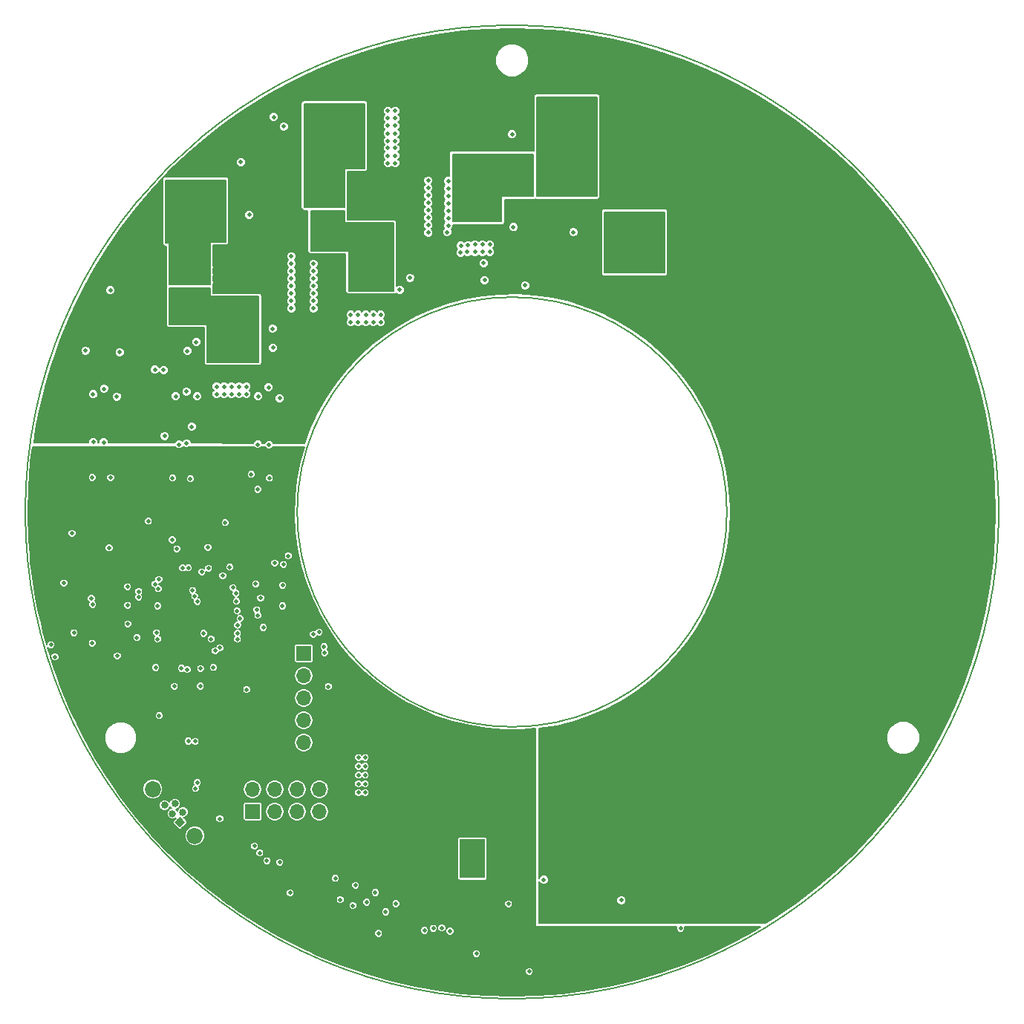
<source format=gbr>
%TF.GenerationSoftware,KiCad,Pcbnew,5.0.2-bee76a0~70~ubuntu18.04.1*%
%TF.CreationDate,2020-04-20T14:42:23+02:00*%
%TF.ProjectId,gsvesc,67737665-7363-42e6-9b69-6361645f7063,rev?*%
%TF.SameCoordinates,PX5f5e038PY5f5e038*%
%TF.FileFunction,Copper,L4,Bot*%
%TF.FilePolarity,Positive*%
%FSLAX46Y46*%
G04 Gerber Fmt 4.6, Leading zero omitted, Abs format (unit mm)*
G04 Created by KiCad (PCBNEW 5.0.2-bee76a0~70~ubuntu18.04.1) date Mo 20 Apr 2020 14:42:23 CEST*
%MOMM*%
%LPD*%
G01*
G04 APERTURE LIST*
%ADD10C,0.200000*%
%ADD11C,0.600000*%
%ADD12R,2.950000X4.500000*%
%ADD13O,1.700000X1.700000*%
%ADD14R,1.700000X1.700000*%
%ADD15C,1.850000*%
%ADD16C,0.840000*%
%ADD17C,0.100000*%
%ADD18C,0.500000*%
%ADD19C,0.150000*%
G04 APERTURE END LIST*
D10*
X24500200Y-200D02*
G75*
G03X24500200Y-200I-24500000J0D01*
G01*
X55500200Y-200D02*
G75*
G03X55500200Y-200I-55500000J0D01*
G01*
D11*
X-3925000Y-41320000D03*
X-3925000Y-40220000D03*
X-5125000Y-40220000D03*
X-5125000Y-41320000D03*
X-3925000Y-37720000D03*
X-3925000Y-38920000D03*
X-5125000Y-38920000D03*
X-5125000Y-37720000D03*
D12*
X-4525000Y-39520000D03*
D13*
X-23750000Y-26285000D03*
X-23750000Y-23745000D03*
X-23750000Y-21205000D03*
X-23750000Y-18665000D03*
D14*
X-23750000Y-16125000D03*
D15*
X-40948520Y-31604960D03*
X-36164236Y-36918446D03*
D16*
X-39589740Y-33442823D03*
X-38411660Y-33256737D03*
X-38719870Y-34408912D03*
X-37541790Y-34222825D03*
X-37850000Y-35375000D03*
D17*
G36*
X-37256844Y-35406086D02*
X-37881086Y-35968156D01*
X-38443156Y-35343914D01*
X-37818914Y-34781844D01*
X-37256844Y-35406086D01*
X-37256844Y-35406086D01*
G37*
D13*
X-21970000Y-31620000D03*
X-21970000Y-34160000D03*
X-24510000Y-31620000D03*
X-24510000Y-34160000D03*
X-27050000Y-31620000D03*
X-27050000Y-34160000D03*
X-29590000Y-31620000D03*
D14*
X-29590000Y-34160000D03*
D18*
X-400000Y-44690000D03*
X-38220000Y-4210000D03*
X-25510000Y-5000000D03*
X10922000Y33655000D03*
X11772000Y33655000D03*
X12622000Y33655000D03*
X13472000Y33655000D03*
X14322000Y33655000D03*
X15172000Y33655000D03*
X16022000Y33655000D03*
X16872000Y33655000D03*
X10922000Y32805000D03*
X11772000Y32805000D03*
X12622000Y32805000D03*
X13472000Y32805000D03*
X14322000Y32805000D03*
X15172000Y32805000D03*
X16022000Y32805000D03*
X16872000Y32805000D03*
X10922000Y31955000D03*
X11772000Y31955000D03*
X12622000Y31955000D03*
X13472000Y31955000D03*
X14322000Y31955000D03*
X15172000Y31955000D03*
X16022000Y31955000D03*
X16872000Y31955000D03*
X10922000Y31105000D03*
X11772000Y31105000D03*
X12622000Y31105000D03*
X13472000Y31105000D03*
X14322000Y31105000D03*
X15172000Y31105000D03*
X16022000Y31105000D03*
X16872000Y31105000D03*
X10922000Y30255000D03*
X11772000Y30255000D03*
X12622000Y30255000D03*
X13472000Y30255000D03*
X14322000Y30255000D03*
X15172000Y30255000D03*
X16022000Y30255000D03*
X16872000Y30255000D03*
X10922000Y29405000D03*
X11772000Y29405000D03*
X12622000Y29405000D03*
X13472000Y29405000D03*
X14322000Y29405000D03*
X15172000Y29405000D03*
X16022000Y29405000D03*
X16872000Y29405000D03*
X10922000Y28555000D03*
X11772000Y28555000D03*
X12622000Y28555000D03*
X13472000Y28555000D03*
X14322000Y28555000D03*
X15172000Y28555000D03*
X16022000Y28555000D03*
X16872000Y28555000D03*
X10922000Y27705000D03*
X11772000Y27705000D03*
X12622000Y27705000D03*
X13472000Y27705000D03*
X14322000Y27705000D03*
X15172000Y27705000D03*
X16022000Y27705000D03*
X16872000Y27705000D03*
X-4234500Y29634500D03*
X-2534500Y29634500D03*
X-5084500Y29634500D03*
X-2534500Y30484500D03*
X-4234500Y30484500D03*
X-3384500Y30484500D03*
X-3384500Y29634500D03*
X-15830500Y22483500D03*
X-15830500Y21633500D03*
X-17530500Y21633500D03*
X-18380500Y21633500D03*
X-16680500Y22483500D03*
X-17530500Y22483500D03*
X-14980500Y22483500D03*
X-14980500Y21633500D03*
X-18380500Y22483500D03*
X-16680500Y21633500D03*
X-31984000Y14292000D03*
X-31984000Y13442000D03*
X-32834000Y13442000D03*
X-33684000Y14292000D03*
X-32834000Y14292000D03*
X-30284000Y13442000D03*
X-31134000Y14292000D03*
X-33684000Y13442000D03*
X-30284000Y14292000D03*
X-31134000Y13442000D03*
X-14165000Y45725500D03*
X-13315000Y44025500D03*
X-14165000Y44025500D03*
X-14165000Y44875500D03*
X-14165000Y42325500D03*
X-13315000Y44875500D03*
X-13315000Y45725500D03*
X-13315000Y43175500D03*
X-13315000Y42325500D03*
X-14165000Y43175500D03*
X-13315000Y39785500D03*
X-14165000Y41485500D03*
X-13315000Y40635500D03*
X-14165000Y39785500D03*
X-14165000Y40635500D03*
X-13315000Y41485500D03*
X-22649500Y24912000D03*
X-22649500Y25752000D03*
X-25150500Y24062000D03*
X-25150500Y27452000D03*
X-22649500Y26602000D03*
X-22649500Y28302000D03*
X-25150500Y29152000D03*
X-25150500Y28302000D03*
X-22649500Y24062000D03*
X-22649500Y23212000D03*
X-25150500Y25752000D03*
X-25150500Y26602000D03*
X-22649500Y27452000D03*
X-25150500Y24912000D03*
X-25150500Y23212000D03*
X-7282500Y37724500D03*
X-7282500Y34324500D03*
X-7282500Y36874500D03*
X-7282500Y32634500D03*
X-7282500Y36024500D03*
X-7282500Y35174500D03*
X-7282500Y33484500D03*
X-5862189Y29562189D03*
X-5012189Y30412189D03*
X-5842000Y30353000D03*
X-7402061Y31913061D03*
X-9529990Y31848000D03*
X-9529990Y35238000D03*
X-9529990Y36088000D03*
X-9529990Y34388000D03*
X-9529990Y36938000D03*
X-9529990Y33548000D03*
X-9529990Y37788000D03*
X-9529990Y32698000D03*
X-35530000Y-19850000D03*
X-20940000Y-19900000D03*
X-14400000Y-45600000D03*
X-42558985Y-9070091D03*
X-51100000Y-8100000D03*
X-42570000Y-9720000D03*
X-47960000Y-9870000D03*
X-40400000Y-10710000D03*
X-26170000Y-10710000D03*
X-36004500Y19367500D03*
X-45783500Y25273000D03*
X6985000Y31877000D03*
X-27178000Y45021504D03*
X-29972000Y33883600D03*
X-3111500Y26416000D03*
X-17500000Y-28000000D03*
X-16750000Y-28000000D03*
X-17500000Y-29000000D03*
X-16750000Y-29000000D03*
X-17500000Y-30000000D03*
X-16750000Y-30000000D03*
X-17500000Y-31000000D03*
X-16750000Y-31000000D03*
X-16750000Y-32000000D03*
X-17500000Y-32000000D03*
X1960000Y-52400000D03*
X-4060000Y-50360000D03*
X-15210000Y-48050000D03*
X-13240000Y-44670000D03*
X-15590000Y-43390000D03*
X-17850000Y-42570000D03*
X-20150000Y-41770000D03*
X-25300000Y-43430000D03*
X-47860000Y3940000D03*
X-38700000Y3880000D03*
X-27060000Y-5830000D03*
X-45000000Y-16410000D03*
X-45940000Y-4100000D03*
X-38740000Y-3180000D03*
X-40220000Y-23220000D03*
X-30250000Y-20250000D03*
X-44740000Y18210000D03*
X-28990000Y2580000D03*
X-38495021Y-19880000D03*
X3630000Y-41950000D03*
X-33310883Y-34970883D03*
X-43840000Y-8530000D03*
X-40703502Y16216500D03*
X-30924500Y39878000D03*
X-43830000Y-10640000D03*
X-39730000Y16190000D03*
X-43800000Y-12770000D03*
X-39600000Y8670000D03*
X1490000Y25830000D03*
X-40629500Y-17750000D03*
X-52120000Y-16520000D03*
X-48630000Y18400000D03*
X-16580000Y-44500000D03*
X-28990000Y-11790000D03*
X-31010000Y-12150000D03*
X-18140000Y-44880000D03*
X-31290318Y-12906875D03*
X-19590000Y-44200000D03*
X-7070000Y-47790000D03*
X-33299813Y-15491128D03*
X-22004714Y-13700180D03*
X-8010000Y-47430000D03*
X-37680000Y-17819998D03*
X-21429117Y-15379117D03*
X-8970000Y-47480000D03*
X-37042968Y-17959253D03*
X-21360000Y-16060000D03*
X-9980000Y-47710000D03*
X-22650000Y-13954979D03*
X-33851430Y-15834979D03*
X-40270000Y-7690000D03*
X-29370000Y-38100000D03*
X-40700000Y-8220000D03*
X-28760000Y-38880000D03*
X-40330013Y-8754427D03*
X-27949998Y-39770000D03*
X-32180000Y-6280000D03*
X-26060000Y-5989999D03*
X-29220000Y-8210000D03*
X-26160000Y-8370000D03*
X-36910000Y-26120000D03*
X-31820000Y-8624990D03*
X-36420000Y-8950000D03*
X-36130000Y-26160000D03*
X-31470000Y-9270000D03*
X-36184990Y-9590546D03*
X-35510000Y-17850000D03*
X-26490000Y-39950000D03*
X-47750000Y7970000D03*
X-47820000Y-10550000D03*
X-31349449Y-11265623D03*
X-31420000Y-10180000D03*
X-35884979Y-10200000D03*
X-37960000Y7680000D03*
X-28980000Y7690000D03*
X-28670000Y-9809998D03*
X-34739000Y36615000D03*
X-33039000Y32365000D03*
X-38989000Y35765000D03*
X-34739000Y31515000D03*
X-35589000Y36615000D03*
X-36439000Y31515000D03*
X-35589000Y37465000D03*
X-37289000Y34915000D03*
X-36439000Y35765000D03*
X-38139000Y32365000D03*
X-36439000Y37465000D03*
X-37289000Y32365000D03*
X-36439000Y34915000D03*
X-37289000Y36615000D03*
X-38139000Y37465000D03*
X-36439000Y32365000D03*
X-34739000Y37465000D03*
X-36439000Y34065000D03*
X-38989000Y33215000D03*
X-38139000Y34065000D03*
X-38989000Y34065000D03*
X-38139000Y33215000D03*
X-37289000Y35765000D03*
X-33039000Y34065000D03*
X-33889000Y35765000D03*
X-34739000Y32365000D03*
X-38139000Y34915000D03*
X-33039000Y31515000D03*
X-34739000Y34915000D03*
X-36439000Y33215000D03*
X-34739000Y35765000D03*
X-33889000Y34065000D03*
X-37289000Y34065000D03*
X-38989000Y36615000D03*
X-33889000Y37465000D03*
X-33039000Y35765000D03*
X-33889000Y34915000D03*
X-34739000Y34065000D03*
X-35589000Y35765000D03*
X-33889000Y31515000D03*
X-35589000Y31515000D03*
X-37289000Y37465000D03*
X-38989000Y32365000D03*
X-33889000Y33215000D03*
X-35589000Y33215000D03*
X-38139000Y35765000D03*
X-35589000Y34065000D03*
X-33039000Y34915000D03*
X-33889000Y36615000D03*
X-38989000Y34915000D03*
X-33039000Y33215000D03*
X-33889000Y32365000D03*
X-33039000Y37465000D03*
X-37289000Y31515000D03*
X-36439000Y36615000D03*
X-34739000Y33215000D03*
X-38989000Y31515000D03*
X-38139000Y36615000D03*
X-37289000Y33215000D03*
X-35589000Y34915000D03*
X-35589000Y32365000D03*
X-33039000Y36615000D03*
X-38139000Y31515000D03*
X-36224000Y26181000D03*
X-34573000Y26181000D03*
X-35423000Y26181000D03*
X-38862000Y30562500D03*
X-34612000Y30562500D03*
X-35462000Y30562500D03*
X-38012000Y30562500D03*
X-37162000Y30562500D03*
X-36312000Y30562500D03*
X-37924000Y27031000D03*
X-38774000Y27881000D03*
X-38774000Y27031000D03*
X-37924000Y27881000D03*
X-36224000Y27031000D03*
X-36224000Y27881000D03*
X-35423000Y27881000D03*
X-34573000Y27031000D03*
X-34573000Y27881000D03*
X-35423000Y27031000D03*
X-18991000Y45251000D03*
X-17291000Y41001000D03*
X-23241000Y44401000D03*
X-18991000Y40151000D03*
X-19841000Y45251000D03*
X-20691000Y40151000D03*
X-19841000Y46101000D03*
X-21541000Y43551000D03*
X-20691000Y44401000D03*
X-22391000Y41001000D03*
X-20691000Y46101000D03*
X-21541000Y41001000D03*
X-20691000Y43551000D03*
X-21541000Y45251000D03*
X-22391000Y46101000D03*
X-20691000Y41001000D03*
X-18991000Y46101000D03*
X-20691000Y42701000D03*
X-23241000Y41851000D03*
X-22391000Y42701000D03*
X-23241000Y42701000D03*
X-22391000Y41851000D03*
X-21541000Y44401000D03*
X-17291000Y42701000D03*
X-23241000Y46101000D03*
X-18141000Y44401000D03*
X-18991000Y41001000D03*
X-22391000Y43551000D03*
X-17291000Y40151000D03*
X-18991000Y43551000D03*
X-20691000Y41851000D03*
X-18991000Y44401000D03*
X-18141000Y42701000D03*
X-21541000Y42701000D03*
X-23241000Y45251000D03*
X-18141000Y46101000D03*
X-17291000Y44401000D03*
X-18141000Y43551000D03*
X-18991000Y42701000D03*
X-19841000Y44401000D03*
X-18141000Y40151000D03*
X-19841000Y40151000D03*
X-21541000Y46101000D03*
X-23241000Y41001000D03*
X-18141000Y41851000D03*
X-19841000Y41851000D03*
X-22391000Y44401000D03*
X-19841000Y42701000D03*
X-17291000Y43551000D03*
X-18141000Y45251000D03*
X-23241000Y43551000D03*
X-17291000Y41851000D03*
X-18141000Y41001000D03*
X-17291000Y46101000D03*
X-21541000Y40151000D03*
X-20691000Y45251000D03*
X-18991000Y41851000D03*
X-23241000Y40151000D03*
X-22391000Y45251000D03*
X-21541000Y41851000D03*
X-19841000Y43551000D03*
X-19841000Y41001000D03*
X-17291000Y45251000D03*
X-22391000Y40151000D03*
X-21922000Y36771000D03*
X-20222000Y35071000D03*
X-20222000Y35921000D03*
X-22772000Y35921000D03*
X-22772000Y36771000D03*
X-21922000Y35921000D03*
X-20222000Y36771000D03*
X-19460000Y35921000D03*
X-19460000Y35071000D03*
X-19460000Y36771000D03*
X-22391000Y39389000D03*
X-19841000Y39389000D03*
X-17291000Y39389000D03*
X-18991000Y39389000D03*
X-21541000Y39389000D03*
X-23241000Y39389000D03*
X-20691000Y39389000D03*
X-18141000Y39389000D03*
X-37565271Y-6379505D03*
X-36090000Y-31520000D03*
X-36915291Y-6373126D03*
X-35890002Y-30860000D03*
X-26035000Y43942000D03*
X-37020504Y18351500D03*
X-3238500Y28384500D03*
X-34670000Y-4040000D03*
X-36520000Y9730000D03*
X3302000Y46736000D03*
X4152000Y46736000D03*
X5002000Y46736000D03*
X5852000Y46736000D03*
X6702000Y46736000D03*
X7552000Y46736000D03*
X8402000Y46736000D03*
X9252000Y46736000D03*
X3302000Y45886000D03*
X4152000Y45886000D03*
X5002000Y45886000D03*
X5852000Y45886000D03*
X6702000Y45886000D03*
X7552000Y45886000D03*
X8402000Y45886000D03*
X9252000Y45886000D03*
X3302000Y45036000D03*
X4152000Y45036000D03*
X5002000Y45036000D03*
X5852000Y45036000D03*
X6702000Y45036000D03*
X7552000Y45036000D03*
X8402000Y45036000D03*
X9252000Y45036000D03*
X3302000Y44186000D03*
X4152000Y44186000D03*
X5002000Y44186000D03*
X5852000Y44186000D03*
X6702000Y44186000D03*
X7552000Y44186000D03*
X8402000Y44186000D03*
X9252000Y44186000D03*
X3302000Y43336000D03*
X4152000Y43336000D03*
X5002000Y43336000D03*
X5852000Y43336000D03*
X6702000Y43336000D03*
X7552000Y43336000D03*
X8402000Y43336000D03*
X9252000Y43336000D03*
X3302000Y42486000D03*
X4152000Y42486000D03*
X5002000Y42486000D03*
X5852000Y42486000D03*
X6702000Y42486000D03*
X7552000Y42486000D03*
X8402000Y42486000D03*
X9252000Y42486000D03*
X3302000Y41636000D03*
X4152000Y41636000D03*
X5002000Y41636000D03*
X5852000Y41636000D03*
X6702000Y41636000D03*
X7552000Y41636000D03*
X8402000Y41636000D03*
X9252000Y41636000D03*
X3302000Y40786000D03*
X4152000Y40786000D03*
X5002000Y40786000D03*
X5852000Y40786000D03*
X6702000Y40786000D03*
X7552000Y40786000D03*
X8402000Y40786000D03*
X9252000Y40786000D03*
X5002000Y39145000D03*
X3302000Y39145000D03*
X5002000Y37445000D03*
X4152000Y36595000D03*
X4152000Y37445000D03*
X4152000Y39145000D03*
X5002000Y36595000D03*
X4152000Y39995000D03*
X3302000Y39995000D03*
X5002000Y39995000D03*
X9320000Y38295000D03*
X8470000Y38295000D03*
X8470000Y37445000D03*
X9320000Y37445000D03*
X9320000Y36595000D03*
X7620000Y38295000D03*
X8470000Y36595000D03*
X7620000Y39995000D03*
X7620000Y37445000D03*
X8470000Y39145000D03*
X7620000Y36595000D03*
X8470000Y39995000D03*
X9320000Y39145000D03*
X7620000Y39145000D03*
X9320000Y39995000D03*
X-32980000Y-7270000D03*
X-35365000Y-6840000D03*
X-34599989Y-6420000D03*
X-34050000Y-17720000D03*
X-17653000Y36703000D03*
X-5998000Y44440000D03*
X14693000Y41568000D03*
X15543000Y41568000D03*
X16393000Y41568000D03*
X17243000Y41568000D03*
X18093000Y41568000D03*
X18943000Y41568000D03*
X14693000Y40718000D03*
X15543000Y40718000D03*
X16393000Y40718000D03*
X17243000Y40718000D03*
X18093000Y40718000D03*
X18943000Y40718000D03*
X14693000Y39868000D03*
X15543000Y39868000D03*
X16393000Y39868000D03*
X17243000Y39868000D03*
X18093000Y39868000D03*
X18943000Y39868000D03*
X14693000Y39018000D03*
X15543000Y39018000D03*
X16393000Y39018000D03*
X17243000Y39018000D03*
X18093000Y39018000D03*
X18943000Y39018000D03*
X14693000Y38168000D03*
X15543000Y38168000D03*
X16393000Y38168000D03*
X17243000Y38168000D03*
X18093000Y38168000D03*
X18943000Y38168000D03*
X14693000Y37318000D03*
X15543000Y37318000D03*
X16393000Y37318000D03*
X17243000Y37318000D03*
X18093000Y37318000D03*
X18943000Y37318000D03*
X-5148000Y44440000D03*
X-4298000Y44440000D03*
X-3448000Y44440000D03*
X-2598000Y44440000D03*
X-5998000Y43590000D03*
X-5148000Y43590000D03*
X-4298000Y43590000D03*
X-3448000Y43590000D03*
X-2598000Y43590000D03*
X-5998000Y42740000D03*
X-5148000Y42740000D03*
X-4298000Y42740000D03*
X-3448000Y42740000D03*
X-2598000Y42740000D03*
X-5998000Y41890000D03*
X-5148000Y41890000D03*
X-4298000Y41890000D03*
X-3448000Y41890000D03*
X-2598000Y41890000D03*
X-16803000Y36703000D03*
X-15953000Y36703000D03*
X-15103000Y36703000D03*
X-14253000Y36703000D03*
X-17653000Y35853000D03*
X-16803000Y35853000D03*
X-15953000Y35853000D03*
X-15103000Y35853000D03*
X-14253000Y35853000D03*
X-17653000Y35003000D03*
X-16803000Y35003000D03*
X-15953000Y35003000D03*
X-15103000Y35003000D03*
X-14253000Y35003000D03*
X-17653000Y34153000D03*
X-16803000Y34153000D03*
X-15953000Y34153000D03*
X-15103000Y34153000D03*
X-14253000Y34153000D03*
X-33020000Y27471000D03*
X-31320000Y27471000D03*
X-32170000Y25771000D03*
X-31320000Y25771000D03*
X-30470000Y25771000D03*
X-30470000Y28321000D03*
X-33020000Y28321000D03*
X-31320000Y28321000D03*
X-29620000Y25771000D03*
X-30470000Y26621000D03*
X-29620000Y26621000D03*
X-33020000Y25771000D03*
X-30470000Y27471000D03*
X-32170000Y27471000D03*
X-29620000Y28321000D03*
X-33020000Y26621000D03*
X-32170000Y26621000D03*
X-31320000Y26621000D03*
X-32170000Y28321000D03*
X-29620000Y27471000D03*
X19750000Y-44250000D03*
X20500000Y-44250000D03*
X21250000Y-44250000D03*
X16750000Y-44250000D03*
X16000000Y-44250000D03*
X15250000Y-44250000D03*
X14500000Y-44250000D03*
X13750000Y-44250000D03*
X17500000Y-44250000D03*
X18250000Y-44250000D03*
X19000000Y-44250000D03*
X-52580000Y-15140000D03*
X-53910000Y8360000D03*
X-7473000Y46113000D03*
X-7473000Y45263000D03*
X-7473000Y44413000D03*
X-7473000Y41843000D03*
X-7473000Y43543000D03*
X-7473000Y42693000D03*
X-7473000Y40153000D03*
X-7473000Y39303000D03*
X-7473000Y41003000D03*
X-12613000Y36603000D03*
X-12613000Y34883000D03*
X-12613000Y32343000D03*
X-12613000Y33193000D03*
X-12613000Y34033000D03*
X-12613000Y38303000D03*
X-12613000Y31493000D03*
X-12613000Y37453000D03*
X-12613000Y35733000D03*
X-28113000Y23043000D03*
X-28113000Y27283000D03*
X-28113000Y29853000D03*
X-28113000Y28153000D03*
X-28113000Y25583000D03*
X-28113000Y26433000D03*
X-28113000Y29003000D03*
X-28113000Y23893000D03*
X-28113000Y24743000D03*
X-2910000Y36470000D03*
X-3840000Y36460000D03*
X-4660000Y36450000D03*
X-5440000Y36470000D03*
X-6150000Y36440000D03*
X-889000Y40132000D03*
X-889000Y39370000D03*
X-889000Y38608000D03*
X-889000Y37846000D03*
X-889000Y37084000D03*
X-889000Y36322000D03*
X1905000Y36322000D03*
X1905000Y37084000D03*
X1905000Y39370000D03*
X1905000Y40132000D03*
X-5871000Y38725000D03*
X-4171000Y38725000D03*
X-3321000Y38725000D03*
X-5021000Y38725000D03*
X-2471000Y38725000D03*
X-3810000Y35660000D03*
X-2900000Y35690000D03*
X-6120000Y35640000D03*
X-4660000Y35680000D03*
X-5410000Y35670000D03*
X-5400000Y34910000D03*
X-3800000Y34900000D03*
X-4650000Y34920000D03*
X-2890000Y34930000D03*
X-6110000Y34880000D03*
X-4670000Y34040000D03*
X-3820000Y34020000D03*
X-6130000Y34000000D03*
X-2910000Y34050000D03*
X-5420000Y34030000D03*
X-2130000Y34050000D03*
X-2130000Y36470000D03*
X-2120000Y35690000D03*
X-2110000Y34930000D03*
X-27750000Y14210000D03*
X-17399000Y30861000D03*
X-14849000Y30861000D03*
X-15699000Y30861000D03*
X-13999000Y30861000D03*
X-16549000Y30861000D03*
X-19040000Y30861000D03*
X-21590000Y30861000D03*
X-20740000Y30861000D03*
X-18190000Y30861000D03*
X-19890000Y30861000D03*
X-22352000Y30861000D03*
X-19040000Y30099000D03*
X-21590000Y30099000D03*
X-20740000Y30099000D03*
X-19890000Y30099000D03*
X-22352000Y30099000D03*
X-19421000Y34036000D03*
X-22733000Y33274000D03*
X-21971000Y34036000D03*
X-20271000Y33274000D03*
X-20271000Y34036000D03*
X-22733000Y34036000D03*
X-21971000Y33274000D03*
X-19421000Y33274000D03*
X-37115000Y13715000D03*
X-17299000Y28611000D03*
X-14749000Y28611000D03*
X-15599000Y28611000D03*
X-13899000Y28611000D03*
X-16449000Y28611000D03*
X-18090000Y28611000D03*
X-15599000Y27831000D03*
X-18090000Y27831000D03*
X-16449000Y27831000D03*
X-13899000Y27831000D03*
X-17299000Y27831000D03*
X-14749000Y27831000D03*
X-13839000Y26981000D03*
X-14689000Y26981000D03*
X-16389000Y26981000D03*
X-18030000Y26981000D03*
X-17239000Y26981000D03*
X-15539000Y26981000D03*
X-14689000Y26031000D03*
X-15539000Y26031000D03*
X-13839000Y26031000D03*
X-17239000Y26031000D03*
X-16389000Y26031000D03*
X-18030000Y26031000D03*
X-33020000Y19611000D03*
X-31320000Y19611000D03*
X-32170000Y17911000D03*
X-31320000Y17911000D03*
X-30470000Y17911000D03*
X-30470000Y20461000D03*
X-33020000Y20461000D03*
X-31320000Y20461000D03*
X-29620000Y17911000D03*
X-30470000Y18761000D03*
X-29620000Y18761000D03*
X-33020000Y17911000D03*
X-30470000Y19611000D03*
X-32170000Y19611000D03*
X-29620000Y20461000D03*
X-33020000Y18761000D03*
X-32170000Y18761000D03*
X-31320000Y18761000D03*
X-32170000Y20461000D03*
X-29620000Y19611000D03*
X-33020000Y22479000D03*
X-32170000Y22479000D03*
X-31320000Y22479000D03*
X-29620000Y22479000D03*
X-30470000Y22479000D03*
X-38798500Y21717000D03*
X-35398500Y21717000D03*
X-37098500Y21717000D03*
X-36248500Y21717000D03*
X-37948500Y21717000D03*
X-34607500Y21717000D03*
X-36248500Y24384000D03*
X-34607500Y24384000D03*
X-35398500Y24384000D03*
X-38798500Y24384000D03*
X-37948500Y24384000D03*
X-34607500Y23495000D03*
X-34607500Y22645000D03*
X-37924000Y25209500D03*
X-36224000Y25209500D03*
X-38774000Y25209500D03*
X-35433000Y25209500D03*
X-34671000Y25209500D03*
X-46520000Y14030000D03*
X-45770000Y3910000D03*
X-27664979Y3860000D03*
X-29730000Y4290001D03*
X-29106364Y-11150488D03*
X-36670000Y3790000D03*
X-11640000Y26700000D03*
X-38340000Y13200000D03*
X500000Y-29250000D03*
X500000Y-30500000D03*
X500000Y-31750000D03*
X500000Y-33000000D03*
X500000Y-34250000D03*
X500000Y-35500000D03*
X500000Y-36500000D03*
X14250000Y-52750000D03*
X-51030000Y5210000D03*
X-41790000Y4900000D03*
X-32240000Y4900000D03*
X-27260000Y18730000D03*
X-45071439Y13161439D03*
X-27305002Y20891500D03*
X-47760000Y13420000D03*
X160000Y32480000D03*
X-26483944Y12973944D03*
X0Y43053000D03*
X-28940000Y13180000D03*
X-40400000Y-14485000D03*
X-34310000Y-14485000D03*
X-34310000Y-14485000D03*
X-32700000Y-1210000D03*
X-41460000Y-1050000D03*
X-42760000Y-14320000D03*
X12475000Y-44275000D03*
X19220000Y-47480000D03*
X-50160000Y-2440000D03*
X-49950000Y-13780000D03*
X-40529996Y-13780004D03*
X-35890000Y13180000D03*
X-12810000Y25330000D03*
X-31300000Y-13850000D03*
X-35160000Y-13850000D03*
X-37110000Y7820000D03*
X-46550000Y7940000D03*
X-47870000Y-14960000D03*
X-31300000Y-14500000D03*
X-27700000Y7640000D03*
X-28360000Y-13170000D03*
D10*
G36*
X2883911Y55024287D02*
X5759718Y54797956D01*
X8619739Y54421428D01*
X11456134Y53895733D01*
X14261129Y53222313D01*
X17027036Y52403014D01*
X19746274Y51440081D01*
X22411389Y50336155D01*
X25015077Y49094259D01*
X27550200Y47717800D01*
X30009811Y46210548D01*
X32387167Y44576636D01*
X34675754Y42820542D01*
X36869296Y40947080D01*
X38961784Y38961384D01*
X40947480Y36868896D01*
X42820942Y34675354D01*
X44577036Y32386767D01*
X46210948Y30009411D01*
X47718200Y27549800D01*
X49094659Y25014677D01*
X50336555Y22410989D01*
X51440481Y19745874D01*
X52403414Y17026636D01*
X53222713Y14260729D01*
X53896133Y11455734D01*
X54421828Y8619339D01*
X54798356Y5759318D01*
X55024687Y2883511D01*
X55100200Y-200D01*
X55024687Y-2883911D01*
X54798356Y-5759718D01*
X54421828Y-8619739D01*
X53896133Y-11456134D01*
X53222713Y-14261129D01*
X52403414Y-17027036D01*
X51440481Y-19746274D01*
X50336555Y-22411389D01*
X49094659Y-25015077D01*
X47718200Y-27550200D01*
X46210948Y-30009811D01*
X44577036Y-32387167D01*
X42820942Y-34675754D01*
X40947480Y-36869296D01*
X38961784Y-38961784D01*
X36869296Y-40947480D01*
X34675754Y-42820942D01*
X32387167Y-44577036D01*
X30009811Y-46210948D01*
X28885566Y-46899886D01*
X3100000Y-46900000D01*
X3100000Y-44165598D01*
X11925000Y-44165598D01*
X11925000Y-44384402D01*
X12008733Y-44586550D01*
X12163450Y-44741267D01*
X12365598Y-44825000D01*
X12584402Y-44825000D01*
X12786550Y-44741267D01*
X12941267Y-44586550D01*
X13025000Y-44384402D01*
X13025000Y-44165598D01*
X12941267Y-43963450D01*
X12786550Y-43808733D01*
X12584402Y-43725000D01*
X12365598Y-43725000D01*
X12163450Y-43808733D01*
X12008733Y-43963450D01*
X11925000Y-44165598D01*
X3100000Y-44165598D01*
X3100000Y-42107686D01*
X3163733Y-42261550D01*
X3318450Y-42416267D01*
X3520598Y-42500000D01*
X3739402Y-42500000D01*
X3941550Y-42416267D01*
X4096267Y-42261550D01*
X4180000Y-42059402D01*
X4180000Y-41840598D01*
X4096267Y-41638450D01*
X3941550Y-41483733D01*
X3739402Y-41400000D01*
X3520598Y-41400000D01*
X3318450Y-41483733D01*
X3163733Y-41638450D01*
X3100000Y-41792314D01*
X3100000Y-25372267D01*
X42700508Y-25372267D01*
X42700508Y-26128133D01*
X42989766Y-26826463D01*
X43524245Y-27360942D01*
X44222575Y-27650200D01*
X44978441Y-27650200D01*
X45676771Y-27360942D01*
X46211250Y-26826463D01*
X46500508Y-26128133D01*
X46500508Y-25372267D01*
X46211250Y-24673937D01*
X45676771Y-24139458D01*
X44978441Y-23850200D01*
X44222575Y-23850200D01*
X43524245Y-24139458D01*
X42989766Y-24673937D01*
X42700508Y-25372267D01*
X3100000Y-25372267D01*
X3100000Y-24725713D01*
X3123504Y-24723698D01*
X5096242Y-24393575D01*
X7036149Y-23906304D01*
X8930729Y-23265024D01*
X10767777Y-22473867D01*
X12535457Y-21537928D01*
X14222382Y-20463238D01*
X15817684Y-19256721D01*
X17311087Y-17926148D01*
X18692968Y-16480092D01*
X19954426Y-14927868D01*
X21087334Y-13279477D01*
X22084393Y-11545537D01*
X22939181Y-9737220D01*
X23646190Y-7866174D01*
X24200866Y-5944454D01*
X24599636Y-3984439D01*
X24839930Y-1998757D01*
X24920200Y-200D01*
X24914735Y521685D01*
X24792627Y2518123D01*
X24510801Y4498337D01*
X24071072Y6449571D01*
X23476272Y8359253D01*
X22730233Y10215082D01*
X21837762Y12005102D01*
X20804609Y13717780D01*
X19637428Y15342084D01*
X18343739Y16867549D01*
X16931877Y18284348D01*
X15410937Y19583354D01*
X13790717Y20756197D01*
X12081656Y21795323D01*
X10294762Y22694037D01*
X8441549Y23446549D01*
X6533954Y24048011D01*
X4584268Y24494549D01*
X2605049Y24783286D01*
X609050Y24912361D01*
X-1390872Y24880944D01*
X-3381832Y24689236D01*
X-5351004Y24338473D01*
X-7285703Y23830915D01*
X-9173464Y23169830D01*
X-11002126Y22359479D01*
X-12759908Y21405081D01*
X-14435487Y20312785D01*
X-16018067Y19089628D01*
X-17497454Y17743489D01*
X-18864117Y16283041D01*
X-20109251Y14717693D01*
X-21224835Y13057529D01*
X-22203683Y11313243D01*
X-23039487Y9496074D01*
X-23636185Y7865518D01*
X-27198957Y7867593D01*
X-27233733Y7951550D01*
X-27388450Y8106267D01*
X-27590598Y8190000D01*
X-27809402Y8190000D01*
X-28011550Y8106267D01*
X-28166267Y7951550D01*
X-28200801Y7868177D01*
X-28458550Y7868327D01*
X-28513733Y8001550D01*
X-28668450Y8156267D01*
X-28870598Y8240000D01*
X-29089402Y8240000D01*
X-29291550Y8156267D01*
X-29446267Y8001550D01*
X-29501198Y7868935D01*
X-36560000Y7873047D01*
X-36560000Y7929402D01*
X-36643733Y8131550D01*
X-36798450Y8286267D01*
X-37000598Y8370000D01*
X-37219402Y8370000D01*
X-37421550Y8286267D01*
X-37576267Y8131550D01*
X-37593098Y8090915D01*
X-37648450Y8146267D01*
X-37850598Y8230000D01*
X-38069402Y8230000D01*
X-38271550Y8146267D01*
X-38426267Y7991550D01*
X-38474891Y7874163D01*
X-46000000Y7878547D01*
X-46000000Y8049402D01*
X-46083733Y8251550D01*
X-46238450Y8406267D01*
X-46440598Y8490000D01*
X-46659402Y8490000D01*
X-46861550Y8406267D01*
X-47016267Y8251550D01*
X-47100000Y8049402D01*
X-47100000Y7879188D01*
X-47200000Y7879246D01*
X-47200000Y8079402D01*
X-47283733Y8281550D01*
X-47438450Y8436267D01*
X-47640598Y8520000D01*
X-47859402Y8520000D01*
X-48061550Y8436267D01*
X-48216267Y8281550D01*
X-48300000Y8079402D01*
X-48300000Y7879887D01*
X-54518302Y7883509D01*
X-54421428Y8619339D01*
X-54391763Y8779402D01*
X-40150000Y8779402D01*
X-40150000Y8560598D01*
X-40066267Y8358450D01*
X-39911550Y8203733D01*
X-39709402Y8120000D01*
X-39490598Y8120000D01*
X-39288450Y8203733D01*
X-39133733Y8358450D01*
X-39050000Y8560598D01*
X-39050000Y8779402D01*
X-39133733Y8981550D01*
X-39288450Y9136267D01*
X-39490598Y9220000D01*
X-39709402Y9220000D01*
X-39911550Y9136267D01*
X-40066267Y8981550D01*
X-40150000Y8779402D01*
X-54391763Y8779402D01*
X-54195304Y9839402D01*
X-37070000Y9839402D01*
X-37070000Y9620598D01*
X-36986267Y9418450D01*
X-36831550Y9263733D01*
X-36629402Y9180000D01*
X-36410598Y9180000D01*
X-36208450Y9263733D01*
X-36053733Y9418450D01*
X-35970000Y9620598D01*
X-35970000Y9839402D01*
X-36053733Y10041550D01*
X-36208450Y10196267D01*
X-36410598Y10280000D01*
X-36629402Y10280000D01*
X-36831550Y10196267D01*
X-36986267Y10041550D01*
X-37070000Y9839402D01*
X-54195304Y9839402D01*
X-53895733Y11455734D01*
X-53397890Y13529402D01*
X-48310000Y13529402D01*
X-48310000Y13310598D01*
X-48226267Y13108450D01*
X-48071550Y12953733D01*
X-47869402Y12870000D01*
X-47650598Y12870000D01*
X-47448450Y12953733D01*
X-47293733Y13108450D01*
X-47226468Y13270841D01*
X-45621439Y13270841D01*
X-45621439Y13052037D01*
X-45537706Y12849889D01*
X-45382989Y12695172D01*
X-45180841Y12611439D01*
X-44962037Y12611439D01*
X-44759889Y12695172D01*
X-44605172Y12849889D01*
X-44521439Y13052037D01*
X-44521439Y13270841D01*
X-44537411Y13309402D01*
X-38890000Y13309402D01*
X-38890000Y13090598D01*
X-38806267Y12888450D01*
X-38651550Y12733733D01*
X-38449402Y12650000D01*
X-38230598Y12650000D01*
X-38028450Y12733733D01*
X-37873733Y12888450D01*
X-37790000Y13090598D01*
X-37790000Y13309402D01*
X-37873733Y13511550D01*
X-38028450Y13666267D01*
X-38230598Y13750000D01*
X-38449402Y13750000D01*
X-38651550Y13666267D01*
X-38806267Y13511550D01*
X-38890000Y13309402D01*
X-44537411Y13309402D01*
X-44605172Y13472989D01*
X-44759889Y13627706D01*
X-44962037Y13711439D01*
X-45180841Y13711439D01*
X-45382989Y13627706D01*
X-45537706Y13472989D01*
X-45621439Y13270841D01*
X-47226468Y13270841D01*
X-47210000Y13310598D01*
X-47210000Y13529402D01*
X-47293733Y13731550D01*
X-47448450Y13886267D01*
X-47650598Y13970000D01*
X-47869402Y13970000D01*
X-48071550Y13886267D01*
X-48226267Y13731550D01*
X-48310000Y13529402D01*
X-53397890Y13529402D01*
X-53251442Y14139402D01*
X-47070000Y14139402D01*
X-47070000Y13920598D01*
X-46986267Y13718450D01*
X-46831550Y13563733D01*
X-46629402Y13480000D01*
X-46410598Y13480000D01*
X-46208450Y13563733D01*
X-46053733Y13718450D01*
X-46009846Y13824402D01*
X-37665000Y13824402D01*
X-37665000Y13605598D01*
X-37581267Y13403450D01*
X-37426550Y13248733D01*
X-37224402Y13165000D01*
X-37005598Y13165000D01*
X-36803450Y13248733D01*
X-36762781Y13289402D01*
X-36440000Y13289402D01*
X-36440000Y13070598D01*
X-36356267Y12868450D01*
X-36201550Y12713733D01*
X-35999402Y12630000D01*
X-35780598Y12630000D01*
X-35578450Y12713733D01*
X-35423733Y12868450D01*
X-35340000Y13070598D01*
X-35340000Y13289402D01*
X-35423733Y13491550D01*
X-35578450Y13646267D01*
X-35780598Y13730000D01*
X-35999402Y13730000D01*
X-36201550Y13646267D01*
X-36356267Y13491550D01*
X-36440000Y13289402D01*
X-36762781Y13289402D01*
X-36648733Y13403450D01*
X-36565000Y13605598D01*
X-36565000Y13824402D01*
X-36648733Y14026550D01*
X-36803450Y14181267D01*
X-37005598Y14265000D01*
X-37224402Y14265000D01*
X-37426550Y14181267D01*
X-37581267Y14026550D01*
X-37665000Y13824402D01*
X-46009846Y13824402D01*
X-45970000Y13920598D01*
X-45970000Y14139402D01*
X-46053733Y14341550D01*
X-46113585Y14401402D01*
X-34234000Y14401402D01*
X-34234000Y14182598D01*
X-34150267Y13980450D01*
X-34036817Y13867000D01*
X-34150267Y13753550D01*
X-34234000Y13551402D01*
X-34234000Y13332598D01*
X-34150267Y13130450D01*
X-33995550Y12975733D01*
X-33793402Y12892000D01*
X-33574598Y12892000D01*
X-33372450Y12975733D01*
X-33259000Y13089183D01*
X-33145550Y12975733D01*
X-32943402Y12892000D01*
X-32724598Y12892000D01*
X-32522450Y12975733D01*
X-32409000Y13089183D01*
X-32295550Y12975733D01*
X-32093402Y12892000D01*
X-31874598Y12892000D01*
X-31672450Y12975733D01*
X-31559000Y13089183D01*
X-31445550Y12975733D01*
X-31243402Y12892000D01*
X-31024598Y12892000D01*
X-30822450Y12975733D01*
X-30709000Y13089183D01*
X-30595550Y12975733D01*
X-30393402Y12892000D01*
X-30174598Y12892000D01*
X-29972450Y12975733D01*
X-29817733Y13130450D01*
X-29751893Y13289402D01*
X-29490000Y13289402D01*
X-29490000Y13070598D01*
X-29406267Y12868450D01*
X-29251550Y12713733D01*
X-29049402Y12630000D01*
X-28830598Y12630000D01*
X-28628450Y12713733D01*
X-28473733Y12868450D01*
X-28390000Y13070598D01*
X-28390000Y13083346D01*
X-27033944Y13083346D01*
X-27033944Y12864542D01*
X-26950211Y12662394D01*
X-26795494Y12507677D01*
X-26593346Y12423944D01*
X-26374542Y12423944D01*
X-26172394Y12507677D01*
X-26017677Y12662394D01*
X-25933944Y12864542D01*
X-25933944Y13083346D01*
X-26017677Y13285494D01*
X-26172394Y13440211D01*
X-26374542Y13523944D01*
X-26593346Y13523944D01*
X-26795494Y13440211D01*
X-26950211Y13285494D01*
X-27033944Y13083346D01*
X-28390000Y13083346D01*
X-28390000Y13289402D01*
X-28473733Y13491550D01*
X-28628450Y13646267D01*
X-28830598Y13730000D01*
X-29049402Y13730000D01*
X-29251550Y13646267D01*
X-29406267Y13491550D01*
X-29490000Y13289402D01*
X-29751893Y13289402D01*
X-29734000Y13332598D01*
X-29734000Y13551402D01*
X-29817733Y13753550D01*
X-29931183Y13867000D01*
X-29817733Y13980450D01*
X-29734000Y14182598D01*
X-29734000Y14319402D01*
X-28300000Y14319402D01*
X-28300000Y14100598D01*
X-28216267Y13898450D01*
X-28061550Y13743733D01*
X-27859402Y13660000D01*
X-27640598Y13660000D01*
X-27438450Y13743733D01*
X-27283733Y13898450D01*
X-27200000Y14100598D01*
X-27200000Y14319402D01*
X-27283733Y14521550D01*
X-27438450Y14676267D01*
X-27640598Y14760000D01*
X-27859402Y14760000D01*
X-28061550Y14676267D01*
X-28216267Y14521550D01*
X-28300000Y14319402D01*
X-29734000Y14319402D01*
X-29734000Y14401402D01*
X-29817733Y14603550D01*
X-29972450Y14758267D01*
X-30174598Y14842000D01*
X-30393402Y14842000D01*
X-30595550Y14758267D01*
X-30709000Y14644817D01*
X-30822450Y14758267D01*
X-31024598Y14842000D01*
X-31243402Y14842000D01*
X-31445550Y14758267D01*
X-31559000Y14644817D01*
X-31672450Y14758267D01*
X-31874598Y14842000D01*
X-32093402Y14842000D01*
X-32295550Y14758267D01*
X-32409000Y14644817D01*
X-32522450Y14758267D01*
X-32724598Y14842000D01*
X-32943402Y14842000D01*
X-33145550Y14758267D01*
X-33259000Y14644817D01*
X-33372450Y14758267D01*
X-33574598Y14842000D01*
X-33793402Y14842000D01*
X-33995550Y14758267D01*
X-34150267Y14603550D01*
X-34234000Y14401402D01*
X-46113585Y14401402D01*
X-46208450Y14496267D01*
X-46410598Y14580000D01*
X-46629402Y14580000D01*
X-46831550Y14496267D01*
X-46986267Y14341550D01*
X-47070000Y14139402D01*
X-53251442Y14139402D01*
X-53222313Y14260729D01*
X-52610581Y16325902D01*
X-41253502Y16325902D01*
X-41253502Y16107098D01*
X-41169769Y15904950D01*
X-41015052Y15750233D01*
X-40812904Y15666500D01*
X-40594100Y15666500D01*
X-40391952Y15750233D01*
X-40237235Y15904950D01*
X-40222239Y15941152D01*
X-40196267Y15878450D01*
X-40041550Y15723733D01*
X-39839402Y15640000D01*
X-39620598Y15640000D01*
X-39418450Y15723733D01*
X-39263733Y15878450D01*
X-39180000Y16080598D01*
X-39180000Y16299402D01*
X-39263733Y16501550D01*
X-39418450Y16656267D01*
X-39620598Y16740000D01*
X-39839402Y16740000D01*
X-40041550Y16656267D01*
X-40196267Y16501550D01*
X-40211263Y16465348D01*
X-40237235Y16528050D01*
X-40391952Y16682767D01*
X-40594100Y16766500D01*
X-40812904Y16766500D01*
X-41015052Y16682767D01*
X-41169769Y16528050D01*
X-41253502Y16325902D01*
X-52610581Y16325902D01*
X-52403014Y17026636D01*
X-51877939Y18509402D01*
X-49180000Y18509402D01*
X-49180000Y18290598D01*
X-49096267Y18088450D01*
X-48941550Y17933733D01*
X-48739402Y17850000D01*
X-48520598Y17850000D01*
X-48318450Y17933733D01*
X-48163733Y18088450D01*
X-48080000Y18290598D01*
X-48080000Y18319402D01*
X-45290000Y18319402D01*
X-45290000Y18100598D01*
X-45206267Y17898450D01*
X-45051550Y17743733D01*
X-44849402Y17660000D01*
X-44630598Y17660000D01*
X-44428450Y17743733D01*
X-44273733Y17898450D01*
X-44190000Y18100598D01*
X-44190000Y18319402D01*
X-44248611Y18460902D01*
X-37570504Y18460902D01*
X-37570504Y18242098D01*
X-37486771Y18039950D01*
X-37332054Y17885233D01*
X-37129906Y17801500D01*
X-36911102Y17801500D01*
X-36708954Y17885233D01*
X-36554237Y18039950D01*
X-36470504Y18242098D01*
X-36470504Y18460902D01*
X-36554237Y18663050D01*
X-36708954Y18817767D01*
X-36911102Y18901500D01*
X-37129906Y18901500D01*
X-37332054Y18817767D01*
X-37486771Y18663050D01*
X-37570504Y18460902D01*
X-44248611Y18460902D01*
X-44273733Y18521550D01*
X-44428450Y18676267D01*
X-44630598Y18760000D01*
X-44849402Y18760000D01*
X-45051550Y18676267D01*
X-45206267Y18521550D01*
X-45290000Y18319402D01*
X-48080000Y18319402D01*
X-48080000Y18509402D01*
X-48163733Y18711550D01*
X-48318450Y18866267D01*
X-48520598Y18950000D01*
X-48739402Y18950000D01*
X-48941550Y18866267D01*
X-49096267Y18711550D01*
X-49180000Y18509402D01*
X-51877939Y18509402D01*
X-51535330Y19476902D01*
X-36554500Y19476902D01*
X-36554500Y19258098D01*
X-36470767Y19055950D01*
X-36316050Y18901233D01*
X-36113902Y18817500D01*
X-35895098Y18817500D01*
X-35692950Y18901233D01*
X-35538233Y19055950D01*
X-35454500Y19258098D01*
X-35454500Y19476902D01*
X-35538233Y19679050D01*
X-35692950Y19833767D01*
X-35895098Y19917500D01*
X-36113902Y19917500D01*
X-36316050Y19833767D01*
X-36470767Y19679050D01*
X-36554500Y19476902D01*
X-51535330Y19476902D01*
X-51440081Y19745874D01*
X-50336155Y22410989D01*
X-49094259Y25014677D01*
X-48894601Y25382402D01*
X-46333500Y25382402D01*
X-46333500Y25163598D01*
X-46249767Y24961450D01*
X-46095050Y24806733D01*
X-45892902Y24723000D01*
X-45674098Y24723000D01*
X-45471950Y24806733D01*
X-45317233Y24961450D01*
X-45233500Y25163598D01*
X-45233500Y25382402D01*
X-45317233Y25584550D01*
X-45471950Y25739267D01*
X-45674098Y25823000D01*
X-45892902Y25823000D01*
X-46095050Y25739267D01*
X-46249767Y25584550D01*
X-46333500Y25382402D01*
X-48894601Y25382402D01*
X-47717800Y27549800D01*
X-46210548Y30009411D01*
X-44576636Y32386767D01*
X-42820542Y34675354D01*
X-40947080Y36868896D01*
X-39806789Y38070513D01*
X-39837664Y38024305D01*
X-39860500Y37909500D01*
X-39860500Y30607000D01*
X-39837664Y30492195D01*
X-39772632Y30394868D01*
X-39675305Y30329836D01*
X-39560500Y30307000D01*
X-39416000Y30307000D01*
X-39416000Y25844500D01*
X-39393164Y25729695D01*
X-39385016Y25717500D01*
X-39393164Y25705305D01*
X-39416000Y25590500D01*
X-39416000Y21336000D01*
X-39393164Y21221195D01*
X-39328132Y21123868D01*
X-39230805Y21058836D01*
X-39116000Y21036000D01*
X-35098000Y21036000D01*
X-35098000Y17018000D01*
X-35075164Y16903195D01*
X-35010132Y16805868D01*
X-34912805Y16740836D01*
X-34798000Y16718000D01*
X-28829000Y16718000D01*
X-28714195Y16740836D01*
X-28616868Y16805868D01*
X-28551836Y16903195D01*
X-28529000Y17018000D01*
X-28529000Y18839402D01*
X-27810000Y18839402D01*
X-27810000Y18620598D01*
X-27726267Y18418450D01*
X-27571550Y18263733D01*
X-27369402Y18180000D01*
X-27150598Y18180000D01*
X-26948450Y18263733D01*
X-26793733Y18418450D01*
X-26710000Y18620598D01*
X-26710000Y18839402D01*
X-26793733Y19041550D01*
X-26948450Y19196267D01*
X-27150598Y19280000D01*
X-27369402Y19280000D01*
X-27571550Y19196267D01*
X-27726267Y19041550D01*
X-27810000Y18839402D01*
X-28529000Y18839402D01*
X-28529000Y21000902D01*
X-27855002Y21000902D01*
X-27855002Y20782098D01*
X-27771269Y20579950D01*
X-27616552Y20425233D01*
X-27414404Y20341500D01*
X-27195600Y20341500D01*
X-26993452Y20425233D01*
X-26838735Y20579950D01*
X-26755002Y20782098D01*
X-26755002Y21000902D01*
X-26838735Y21203050D01*
X-26993452Y21357767D01*
X-27195600Y21441500D01*
X-27414404Y21441500D01*
X-27616552Y21357767D01*
X-27771269Y21203050D01*
X-27855002Y21000902D01*
X-28529000Y21000902D01*
X-28529000Y22592902D01*
X-18930500Y22592902D01*
X-18930500Y22374098D01*
X-18846767Y22171950D01*
X-18733317Y22058500D01*
X-18846767Y21945050D01*
X-18930500Y21742902D01*
X-18930500Y21524098D01*
X-18846767Y21321950D01*
X-18692050Y21167233D01*
X-18489902Y21083500D01*
X-18271098Y21083500D01*
X-18068950Y21167233D01*
X-17955500Y21280683D01*
X-17842050Y21167233D01*
X-17639902Y21083500D01*
X-17421098Y21083500D01*
X-17218950Y21167233D01*
X-17105500Y21280683D01*
X-16992050Y21167233D01*
X-16789902Y21083500D01*
X-16571098Y21083500D01*
X-16368950Y21167233D01*
X-16255500Y21280683D01*
X-16142050Y21167233D01*
X-15939902Y21083500D01*
X-15721098Y21083500D01*
X-15518950Y21167233D01*
X-15405500Y21280683D01*
X-15292050Y21167233D01*
X-15089902Y21083500D01*
X-14871098Y21083500D01*
X-14668950Y21167233D01*
X-14514233Y21321950D01*
X-14430500Y21524098D01*
X-14430500Y21742902D01*
X-14514233Y21945050D01*
X-14627683Y22058500D01*
X-14514233Y22171950D01*
X-14430500Y22374098D01*
X-14430500Y22592902D01*
X-14514233Y22795050D01*
X-14668950Y22949767D01*
X-14871098Y23033500D01*
X-15089902Y23033500D01*
X-15292050Y22949767D01*
X-15405500Y22836317D01*
X-15518950Y22949767D01*
X-15721098Y23033500D01*
X-15939902Y23033500D01*
X-16142050Y22949767D01*
X-16255500Y22836317D01*
X-16368950Y22949767D01*
X-16571098Y23033500D01*
X-16789902Y23033500D01*
X-16992050Y22949767D01*
X-17105500Y22836317D01*
X-17218950Y22949767D01*
X-17421098Y23033500D01*
X-17639902Y23033500D01*
X-17842050Y22949767D01*
X-17955500Y22836317D01*
X-18068950Y22949767D01*
X-18271098Y23033500D01*
X-18489902Y23033500D01*
X-18692050Y22949767D01*
X-18846767Y22795050D01*
X-18930500Y22592902D01*
X-28529000Y22592902D01*
X-28529000Y24638000D01*
X-28551836Y24752805D01*
X-28616868Y24850132D01*
X-28714195Y24915164D01*
X-28829000Y24938000D01*
X-34053500Y24938000D01*
X-34053500Y25590500D01*
X-34076336Y25705305D01*
X-34084484Y25717500D01*
X-34076336Y25729695D01*
X-34053500Y25844500D01*
X-34053500Y25997965D01*
X-34023000Y26071598D01*
X-34023000Y26290402D01*
X-34053500Y26364035D01*
X-34053500Y26847965D01*
X-34023000Y26921598D01*
X-34023000Y27140402D01*
X-34053500Y27214035D01*
X-34053500Y27697965D01*
X-34023000Y27771598D01*
X-34023000Y27990402D01*
X-34053500Y28064035D01*
X-34053500Y29261402D01*
X-25700500Y29261402D01*
X-25700500Y29042598D01*
X-25616767Y28840450D01*
X-25503317Y28727000D01*
X-25616767Y28613550D01*
X-25700500Y28411402D01*
X-25700500Y28192598D01*
X-25616767Y27990450D01*
X-25503317Y27877000D01*
X-25616767Y27763550D01*
X-25700500Y27561402D01*
X-25700500Y27342598D01*
X-25616767Y27140450D01*
X-25503317Y27027000D01*
X-25616767Y26913550D01*
X-25700500Y26711402D01*
X-25700500Y26492598D01*
X-25616767Y26290450D01*
X-25503317Y26177000D01*
X-25616767Y26063550D01*
X-25700500Y25861402D01*
X-25700500Y25642598D01*
X-25616767Y25440450D01*
X-25508317Y25332000D01*
X-25616767Y25223550D01*
X-25700500Y25021402D01*
X-25700500Y24802598D01*
X-25616767Y24600450D01*
X-25503317Y24487000D01*
X-25616767Y24373550D01*
X-25700500Y24171402D01*
X-25700500Y23952598D01*
X-25616767Y23750450D01*
X-25503317Y23637000D01*
X-25616767Y23523550D01*
X-25700500Y23321402D01*
X-25700500Y23102598D01*
X-25616767Y22900450D01*
X-25462050Y22745733D01*
X-25259902Y22662000D01*
X-25041098Y22662000D01*
X-24838950Y22745733D01*
X-24684233Y22900450D01*
X-24600500Y23102598D01*
X-24600500Y23321402D01*
X-24684233Y23523550D01*
X-24797683Y23637000D01*
X-24684233Y23750450D01*
X-24600500Y23952598D01*
X-24600500Y24171402D01*
X-24684233Y24373550D01*
X-24797683Y24487000D01*
X-24684233Y24600450D01*
X-24600500Y24802598D01*
X-24600500Y25021402D01*
X-24684233Y25223550D01*
X-24792683Y25332000D01*
X-24684233Y25440450D01*
X-24600500Y25642598D01*
X-24600500Y25861402D01*
X-24684233Y26063550D01*
X-24797683Y26177000D01*
X-24684233Y26290450D01*
X-24600500Y26492598D01*
X-24600500Y26711402D01*
X-24684233Y26913550D01*
X-24797683Y27027000D01*
X-24684233Y27140450D01*
X-24600500Y27342598D01*
X-24600500Y27561402D01*
X-24684233Y27763550D01*
X-24797683Y27877000D01*
X-24684233Y27990450D01*
X-24600500Y28192598D01*
X-24600500Y28411402D01*
X-23199500Y28411402D01*
X-23199500Y28192598D01*
X-23115767Y27990450D01*
X-23002317Y27877000D01*
X-23115767Y27763550D01*
X-23199500Y27561402D01*
X-23199500Y27342598D01*
X-23115767Y27140450D01*
X-23002317Y27027000D01*
X-23115767Y26913550D01*
X-23199500Y26711402D01*
X-23199500Y26492598D01*
X-23115767Y26290450D01*
X-23002317Y26177000D01*
X-23115767Y26063550D01*
X-23199500Y25861402D01*
X-23199500Y25642598D01*
X-23115767Y25440450D01*
X-23007317Y25332000D01*
X-23115767Y25223550D01*
X-23199500Y25021402D01*
X-23199500Y24802598D01*
X-23115767Y24600450D01*
X-23002317Y24487000D01*
X-23115767Y24373550D01*
X-23199500Y24171402D01*
X-23199500Y23952598D01*
X-23115767Y23750450D01*
X-23002317Y23637000D01*
X-23115767Y23523550D01*
X-23199500Y23321402D01*
X-23199500Y23102598D01*
X-23115767Y22900450D01*
X-22961050Y22745733D01*
X-22758902Y22662000D01*
X-22540098Y22662000D01*
X-22337950Y22745733D01*
X-22183233Y22900450D01*
X-22099500Y23102598D01*
X-22099500Y23321402D01*
X-22183233Y23523550D01*
X-22296683Y23637000D01*
X-22183233Y23750450D01*
X-22099500Y23952598D01*
X-22099500Y24171402D01*
X-22183233Y24373550D01*
X-22296683Y24487000D01*
X-22183233Y24600450D01*
X-22099500Y24802598D01*
X-22099500Y25021402D01*
X-22183233Y25223550D01*
X-22291683Y25332000D01*
X-22183233Y25440450D01*
X-22099500Y25642598D01*
X-22099500Y25861402D01*
X-22183233Y26063550D01*
X-22296683Y26177000D01*
X-22183233Y26290450D01*
X-22099500Y26492598D01*
X-22099500Y26711402D01*
X-22183233Y26913550D01*
X-22296683Y27027000D01*
X-22183233Y27140450D01*
X-22099500Y27342598D01*
X-22099500Y27561402D01*
X-22183233Y27763550D01*
X-22296683Y27877000D01*
X-22183233Y27990450D01*
X-22099500Y28192598D01*
X-22099500Y28411402D01*
X-22183233Y28613550D01*
X-22337950Y28768267D01*
X-22540098Y28852000D01*
X-22758902Y28852000D01*
X-22961050Y28768267D01*
X-23115767Y28613550D01*
X-23199500Y28411402D01*
X-24600500Y28411402D01*
X-24684233Y28613550D01*
X-24797683Y28727000D01*
X-24684233Y28840450D01*
X-24600500Y29042598D01*
X-24600500Y29261402D01*
X-24684233Y29463550D01*
X-24838950Y29618267D01*
X-25041098Y29702000D01*
X-25259902Y29702000D01*
X-25462050Y29618267D01*
X-25616767Y29463550D01*
X-25700500Y29261402D01*
X-34053500Y29261402D01*
X-34053500Y30434000D01*
X-32575500Y30434000D01*
X-32460695Y30456836D01*
X-32363368Y30521868D01*
X-32298336Y30619195D01*
X-32275500Y30734000D01*
X-32275500Y33993002D01*
X-30522000Y33993002D01*
X-30522000Y33774198D01*
X-30438267Y33572050D01*
X-30283550Y33417333D01*
X-30081402Y33333600D01*
X-29862598Y33333600D01*
X-29660450Y33417333D01*
X-29505733Y33572050D01*
X-29422000Y33774198D01*
X-29422000Y33993002D01*
X-29505733Y34195150D01*
X-29660450Y34349867D01*
X-29862598Y34433600D01*
X-30081402Y34433600D01*
X-30283550Y34349867D01*
X-30438267Y34195150D01*
X-30522000Y33993002D01*
X-32275500Y33993002D01*
X-32275500Y37909500D01*
X-32298336Y38024305D01*
X-32363368Y38121632D01*
X-32460695Y38186664D01*
X-32575500Y38209500D01*
X-39560500Y38209500D01*
X-39675305Y38186664D01*
X-39733406Y38147842D01*
X-38961384Y38961384D01*
X-37880187Y39987402D01*
X-31474500Y39987402D01*
X-31474500Y39768598D01*
X-31390767Y39566450D01*
X-31236050Y39411733D01*
X-31033902Y39328000D01*
X-30815098Y39328000D01*
X-30612950Y39411733D01*
X-30458233Y39566450D01*
X-30374500Y39768598D01*
X-30374500Y39987402D01*
X-30458233Y40189550D01*
X-30612950Y40344267D01*
X-30815098Y40428000D01*
X-31033902Y40428000D01*
X-31236050Y40344267D01*
X-31390767Y40189550D01*
X-31474500Y39987402D01*
X-37880187Y39987402D01*
X-36868896Y40947080D01*
X-34675354Y42820542D01*
X-33071266Y44051402D01*
X-26585000Y44051402D01*
X-26585000Y43832598D01*
X-26501267Y43630450D01*
X-26346550Y43475733D01*
X-26144402Y43392000D01*
X-25925598Y43392000D01*
X-25723450Y43475733D01*
X-25568733Y43630450D01*
X-25485000Y43832598D01*
X-25485000Y44051402D01*
X-25568733Y44253550D01*
X-25723450Y44408267D01*
X-25925598Y44492000D01*
X-26144402Y44492000D01*
X-26346550Y44408267D01*
X-26501267Y44253550D01*
X-26585000Y44051402D01*
X-33071266Y44051402D01*
X-32386767Y44576636D01*
X-31580300Y45130906D01*
X-27728000Y45130906D01*
X-27728000Y44912102D01*
X-27644267Y44709954D01*
X-27489550Y44555237D01*
X-27287402Y44471504D01*
X-27068598Y44471504D01*
X-26866450Y44555237D01*
X-26711733Y44709954D01*
X-26628000Y44912102D01*
X-26628000Y45130906D01*
X-26711733Y45333054D01*
X-26866450Y45487771D01*
X-27068598Y45571504D01*
X-27287402Y45571504D01*
X-27489550Y45487771D01*
X-27644267Y45333054D01*
X-27728000Y45130906D01*
X-31580300Y45130906D01*
X-30009411Y46210548D01*
X-29359197Y46609000D01*
X-24049000Y46609000D01*
X-24049000Y34671000D01*
X-24026164Y34556195D01*
X-23961132Y34458868D01*
X-23863805Y34393836D01*
X-23749000Y34371000D01*
X-23287000Y34371000D01*
X-23287000Y29718000D01*
X-23264164Y29603195D01*
X-23199132Y29505868D01*
X-23101805Y29440836D01*
X-22987000Y29418000D01*
X-18969000Y29418000D01*
X-18969000Y25146000D01*
X-18946164Y25031195D01*
X-18881132Y24933868D01*
X-18783805Y24868836D01*
X-18669000Y24846000D01*
X-13462000Y24846000D01*
X-13347195Y24868836D01*
X-13249868Y24933868D01*
X-13226563Y24968746D01*
X-13121550Y24863733D01*
X-12919402Y24780000D01*
X-12700598Y24780000D01*
X-12498450Y24863733D01*
X-12343733Y25018450D01*
X-12260000Y25220598D01*
X-12260000Y25439402D01*
X-12343733Y25641550D01*
X-12498450Y25796267D01*
X-12700598Y25880000D01*
X-12919402Y25880000D01*
X-13121550Y25796267D01*
X-13162000Y25755817D01*
X-13162000Y26809402D01*
X-12190000Y26809402D01*
X-12190000Y26590598D01*
X-12106267Y26388450D01*
X-11951550Y26233733D01*
X-11749402Y26150000D01*
X-11530598Y26150000D01*
X-11328450Y26233733D01*
X-11173733Y26388450D01*
X-11117006Y26525402D01*
X-3661500Y26525402D01*
X-3661500Y26306598D01*
X-3577767Y26104450D01*
X-3423050Y25949733D01*
X-3220902Y25866000D01*
X-3002098Y25866000D01*
X-2824892Y25939402D01*
X940000Y25939402D01*
X940000Y25720598D01*
X1023733Y25518450D01*
X1178450Y25363733D01*
X1380598Y25280000D01*
X1599402Y25280000D01*
X1801550Y25363733D01*
X1956267Y25518450D01*
X2040000Y25720598D01*
X2040000Y25939402D01*
X1956267Y26141550D01*
X1801550Y26296267D01*
X1599402Y26380000D01*
X1380598Y26380000D01*
X1178450Y26296267D01*
X1023733Y26141550D01*
X940000Y25939402D01*
X-2824892Y25939402D01*
X-2799950Y25949733D01*
X-2645233Y26104450D01*
X-2561500Y26306598D01*
X-2561500Y26525402D01*
X-2645233Y26727550D01*
X-2799950Y26882267D01*
X-3002098Y26966000D01*
X-3220902Y26966000D01*
X-3423050Y26882267D01*
X-3577767Y26727550D01*
X-3661500Y26525402D01*
X-11117006Y26525402D01*
X-11090000Y26590598D01*
X-11090000Y26809402D01*
X-11173733Y27011550D01*
X-11328450Y27166267D01*
X-11530598Y27250000D01*
X-11749402Y27250000D01*
X-11951550Y27166267D01*
X-12106267Y27011550D01*
X-12190000Y26809402D01*
X-13162000Y26809402D01*
X-13162000Y28493902D01*
X-3788500Y28493902D01*
X-3788500Y28275098D01*
X-3704767Y28072950D01*
X-3550050Y27918233D01*
X-3347902Y27834500D01*
X-3129098Y27834500D01*
X-2926950Y27918233D01*
X-2772233Y28072950D01*
X-2688500Y28275098D01*
X-2688500Y28493902D01*
X-2772233Y28696050D01*
X-2926950Y28850767D01*
X-3129098Y28934500D01*
X-3347902Y28934500D01*
X-3550050Y28850767D01*
X-3704767Y28696050D01*
X-3788500Y28493902D01*
X-13162000Y28493902D01*
X-13162000Y29671591D01*
X-6412189Y29671591D01*
X-6412189Y29452787D01*
X-6328456Y29250639D01*
X-6173739Y29095922D01*
X-5971591Y29012189D01*
X-5752787Y29012189D01*
X-5550639Y29095922D01*
X-5437189Y29209372D01*
X-5396050Y29168233D01*
X-5193902Y29084500D01*
X-4975098Y29084500D01*
X-4772950Y29168233D01*
X-4659500Y29281683D01*
X-4546050Y29168233D01*
X-4343902Y29084500D01*
X-4125098Y29084500D01*
X-3922950Y29168233D01*
X-3809500Y29281683D01*
X-3696050Y29168233D01*
X-3493902Y29084500D01*
X-3275098Y29084500D01*
X-3072950Y29168233D01*
X-2959500Y29281683D01*
X-2846050Y29168233D01*
X-2643902Y29084500D01*
X-2425098Y29084500D01*
X-2222950Y29168233D01*
X-2068233Y29322950D01*
X-1984500Y29525098D01*
X-1984500Y29743902D01*
X-2068233Y29946050D01*
X-2181683Y30059500D01*
X-2068233Y30172950D01*
X-1984500Y30375098D01*
X-1984500Y30593902D01*
X-2068233Y30796050D01*
X-2222950Y30950767D01*
X-2425098Y31034500D01*
X-2643902Y31034500D01*
X-2846050Y30950767D01*
X-2959500Y30837317D01*
X-3072950Y30950767D01*
X-3275098Y31034500D01*
X-3493902Y31034500D01*
X-3696050Y30950767D01*
X-3809500Y30837317D01*
X-3922950Y30950767D01*
X-4125098Y31034500D01*
X-4343902Y31034500D01*
X-4546050Y30950767D01*
X-4659500Y30837317D01*
X-4700639Y30878456D01*
X-4902787Y30962189D01*
X-5121591Y30962189D01*
X-5323739Y30878456D01*
X-5456689Y30745506D01*
X-5530450Y30819267D01*
X-5732598Y30903000D01*
X-5951402Y30903000D01*
X-6153550Y30819267D01*
X-6308267Y30664550D01*
X-6392000Y30462402D01*
X-6392000Y30243598D01*
X-6308267Y30041450D01*
X-6234506Y29967689D01*
X-6328456Y29873739D01*
X-6412189Y29671591D01*
X-13162000Y29671591D01*
X-13162000Y33020000D01*
X-13184836Y33134805D01*
X-13249868Y33232132D01*
X-13347195Y33297164D01*
X-13462000Y33320000D01*
X-18750000Y33320000D01*
X-18750000Y34417000D01*
X-18772836Y34531805D01*
X-18780984Y34544000D01*
X-18772836Y34556195D01*
X-18750000Y34671000D01*
X-18750000Y37897402D01*
X-10079990Y37897402D01*
X-10079990Y37678598D01*
X-9996257Y37476450D01*
X-9882807Y37363000D01*
X-9996257Y37249550D01*
X-10079990Y37047402D01*
X-10079990Y36828598D01*
X-9996257Y36626450D01*
X-9882807Y36513000D01*
X-9996257Y36399550D01*
X-10079990Y36197402D01*
X-10079990Y35978598D01*
X-9996257Y35776450D01*
X-9882807Y35663000D01*
X-9996257Y35549550D01*
X-10079990Y35347402D01*
X-10079990Y35128598D01*
X-9996257Y34926450D01*
X-9882807Y34813000D01*
X-9996257Y34699550D01*
X-10079990Y34497402D01*
X-10079990Y34278598D01*
X-9996257Y34076450D01*
X-9887807Y33968000D01*
X-9996257Y33859550D01*
X-10079990Y33657402D01*
X-10079990Y33438598D01*
X-9996257Y33236450D01*
X-9882807Y33123000D01*
X-9996257Y33009550D01*
X-10079990Y32807402D01*
X-10079990Y32588598D01*
X-9996257Y32386450D01*
X-9882807Y32273000D01*
X-9996257Y32159550D01*
X-10079990Y31957402D01*
X-10079990Y31738598D01*
X-9996257Y31536450D01*
X-9841540Y31381733D01*
X-9639392Y31298000D01*
X-9420588Y31298000D01*
X-9218440Y31381733D01*
X-9063723Y31536450D01*
X-8979990Y31738598D01*
X-8979990Y31957402D01*
X-9006939Y32022463D01*
X-7952061Y32022463D01*
X-7952061Y31803659D01*
X-7868328Y31601511D01*
X-7713611Y31446794D01*
X-7511463Y31363061D01*
X-7292659Y31363061D01*
X-7090511Y31446794D01*
X-6935794Y31601511D01*
X-6852061Y31803659D01*
X-6852061Y32022463D01*
X-6929578Y32209605D01*
X-6816233Y32322950D01*
X-6732500Y32525098D01*
X-6732500Y32589402D01*
X-390000Y32589402D01*
X-390000Y32370598D01*
X-306267Y32168450D01*
X-151550Y32013733D01*
X50598Y31930000D01*
X269402Y31930000D01*
X405567Y31986402D01*
X6435000Y31986402D01*
X6435000Y31767598D01*
X6518733Y31565450D01*
X6673450Y31410733D01*
X6875598Y31327000D01*
X7094402Y31327000D01*
X7296550Y31410733D01*
X7451267Y31565450D01*
X7535000Y31767598D01*
X7535000Y31986402D01*
X7451267Y32188550D01*
X7296550Y32343267D01*
X7094402Y32427000D01*
X6875598Y32427000D01*
X6673450Y32343267D01*
X6518733Y32188550D01*
X6435000Y31986402D01*
X405567Y31986402D01*
X471550Y32013733D01*
X626267Y32168450D01*
X710000Y32370598D01*
X710000Y32589402D01*
X626267Y32791550D01*
X471550Y32946267D01*
X269402Y33030000D01*
X50598Y33030000D01*
X-151550Y32946267D01*
X-306267Y32791550D01*
X-390000Y32589402D01*
X-6732500Y32589402D01*
X-6732500Y32720000D01*
X-1143000Y32720000D01*
X-1028195Y32742836D01*
X-930868Y32807868D01*
X-865836Y32905195D01*
X-843000Y33020000D01*
X-843000Y34290000D01*
X10174334Y34290000D01*
X10174334Y27178000D01*
X10197170Y27063195D01*
X10262202Y26965868D01*
X10359529Y26900836D01*
X10474334Y26878000D01*
X17459334Y26878000D01*
X17574139Y26900836D01*
X17671466Y26965868D01*
X17736498Y27063195D01*
X17759334Y27178000D01*
X17759334Y34290000D01*
X17736498Y34404805D01*
X17671466Y34502132D01*
X17574139Y34567164D01*
X17459334Y34590000D01*
X10474334Y34590000D01*
X10359529Y34567164D01*
X10262202Y34502132D01*
X10197170Y34404805D01*
X10174334Y34290000D01*
X-843000Y34290000D01*
X-843000Y35641000D01*
X2540000Y35641000D01*
X2653515Y35663579D01*
X2767030Y35641000D01*
X9752030Y35641000D01*
X9866835Y35663836D01*
X9964162Y35728868D01*
X10029194Y35826195D01*
X10052030Y35941000D01*
X10052030Y47371000D01*
X10029194Y47485805D01*
X9964162Y47583132D01*
X9866835Y47648164D01*
X9752030Y47671000D01*
X2767030Y47671000D01*
X2652225Y47648164D01*
X2554898Y47583132D01*
X2489866Y47485805D01*
X2467030Y47371000D01*
X2467030Y41194000D01*
X-6858000Y41194000D01*
X-6972805Y41171164D01*
X-7070132Y41106132D01*
X-7135164Y41008805D01*
X-7158000Y40894000D01*
X-7158000Y38268246D01*
X-7173098Y38274500D01*
X-7391902Y38274500D01*
X-7594050Y38190767D01*
X-7748767Y38036050D01*
X-7832500Y37833902D01*
X-7832500Y37615098D01*
X-7748767Y37412950D01*
X-7635317Y37299500D01*
X-7748767Y37186050D01*
X-7832500Y36983902D01*
X-7832500Y36765098D01*
X-7748767Y36562950D01*
X-7635317Y36449500D01*
X-7748767Y36336050D01*
X-7832500Y36133902D01*
X-7832500Y35915098D01*
X-7748767Y35712950D01*
X-7635317Y35599500D01*
X-7748767Y35486050D01*
X-7832500Y35283902D01*
X-7832500Y35065098D01*
X-7748767Y34862950D01*
X-7635317Y34749500D01*
X-7748767Y34636050D01*
X-7832500Y34433902D01*
X-7832500Y34215098D01*
X-7748767Y34012950D01*
X-7640317Y33904500D01*
X-7748767Y33796050D01*
X-7832500Y33593902D01*
X-7832500Y33375098D01*
X-7748767Y33172950D01*
X-7635317Y33059500D01*
X-7748767Y32946050D01*
X-7832500Y32743902D01*
X-7832500Y32525098D01*
X-7754983Y32337956D01*
X-7868328Y32224611D01*
X-7952061Y32022463D01*
X-9006939Y32022463D01*
X-9063723Y32159550D01*
X-9177173Y32273000D01*
X-9063723Y32386450D01*
X-8979990Y32588598D01*
X-8979990Y32807402D01*
X-9063723Y33009550D01*
X-9177173Y33123000D01*
X-9063723Y33236450D01*
X-8979990Y33438598D01*
X-8979990Y33657402D01*
X-9063723Y33859550D01*
X-9172173Y33968000D01*
X-9063723Y34076450D01*
X-8979990Y34278598D01*
X-8979990Y34497402D01*
X-9063723Y34699550D01*
X-9177173Y34813000D01*
X-9063723Y34926450D01*
X-8979990Y35128598D01*
X-8979990Y35347402D01*
X-9063723Y35549550D01*
X-9177173Y35663000D01*
X-9063723Y35776450D01*
X-8979990Y35978598D01*
X-8979990Y36197402D01*
X-9063723Y36399550D01*
X-9177173Y36513000D01*
X-9063723Y36626450D01*
X-8979990Y36828598D01*
X-8979990Y37047402D01*
X-9063723Y37249550D01*
X-9177173Y37363000D01*
X-9063723Y37476450D01*
X-8979990Y37678598D01*
X-8979990Y37897402D01*
X-9063723Y38099550D01*
X-9218440Y38254267D01*
X-9420588Y38338000D01*
X-9639392Y38338000D01*
X-9841540Y38254267D01*
X-9996257Y38099550D01*
X-10079990Y37897402D01*
X-18750000Y37897402D01*
X-18750000Y38816000D01*
X-16764000Y38816000D01*
X-16649195Y38838836D01*
X-16551868Y38903868D01*
X-16486836Y39001195D01*
X-16464000Y39116000D01*
X-16464000Y45834902D01*
X-14715000Y45834902D01*
X-14715000Y45616098D01*
X-14631267Y45413950D01*
X-14517817Y45300500D01*
X-14631267Y45187050D01*
X-14715000Y44984902D01*
X-14715000Y44766098D01*
X-14631267Y44563950D01*
X-14517817Y44450500D01*
X-14631267Y44337050D01*
X-14715000Y44134902D01*
X-14715000Y43916098D01*
X-14631267Y43713950D01*
X-14517817Y43600500D01*
X-14631267Y43487050D01*
X-14715000Y43284902D01*
X-14715000Y43066098D01*
X-14631267Y42863950D01*
X-14517817Y42750500D01*
X-14631267Y42637050D01*
X-14715000Y42434902D01*
X-14715000Y42216098D01*
X-14631267Y42013950D01*
X-14522817Y41905500D01*
X-14631267Y41797050D01*
X-14715000Y41594902D01*
X-14715000Y41376098D01*
X-14631267Y41173950D01*
X-14517817Y41060500D01*
X-14631267Y40947050D01*
X-14715000Y40744902D01*
X-14715000Y40526098D01*
X-14631267Y40323950D01*
X-14517817Y40210500D01*
X-14631267Y40097050D01*
X-14715000Y39894902D01*
X-14715000Y39676098D01*
X-14631267Y39473950D01*
X-14476550Y39319233D01*
X-14274402Y39235500D01*
X-14055598Y39235500D01*
X-13853450Y39319233D01*
X-13740000Y39432683D01*
X-13626550Y39319233D01*
X-13424402Y39235500D01*
X-13205598Y39235500D01*
X-13003450Y39319233D01*
X-12848733Y39473950D01*
X-12765000Y39676098D01*
X-12765000Y39894902D01*
X-12848733Y40097050D01*
X-12962183Y40210500D01*
X-12848733Y40323950D01*
X-12765000Y40526098D01*
X-12765000Y40744902D01*
X-12848733Y40947050D01*
X-12962183Y41060500D01*
X-12848733Y41173950D01*
X-12765000Y41376098D01*
X-12765000Y41594902D01*
X-12848733Y41797050D01*
X-12957183Y41905500D01*
X-12848733Y42013950D01*
X-12765000Y42216098D01*
X-12765000Y42434902D01*
X-12848733Y42637050D01*
X-12962183Y42750500D01*
X-12848733Y42863950D01*
X-12765000Y43066098D01*
X-12765000Y43162402D01*
X-550000Y43162402D01*
X-550000Y42943598D01*
X-466267Y42741450D01*
X-311550Y42586733D01*
X-109402Y42503000D01*
X109402Y42503000D01*
X311550Y42586733D01*
X466267Y42741450D01*
X550000Y42943598D01*
X550000Y43162402D01*
X466267Y43364550D01*
X311550Y43519267D01*
X109402Y43603000D01*
X-109402Y43603000D01*
X-311550Y43519267D01*
X-466267Y43364550D01*
X-550000Y43162402D01*
X-12765000Y43162402D01*
X-12765000Y43284902D01*
X-12848733Y43487050D01*
X-12962183Y43600500D01*
X-12848733Y43713950D01*
X-12765000Y43916098D01*
X-12765000Y44134902D01*
X-12848733Y44337050D01*
X-12962183Y44450500D01*
X-12848733Y44563950D01*
X-12765000Y44766098D01*
X-12765000Y44984902D01*
X-12848733Y45187050D01*
X-12962183Y45300500D01*
X-12848733Y45413950D01*
X-12765000Y45616098D01*
X-12765000Y45834902D01*
X-12848733Y46037050D01*
X-13003450Y46191767D01*
X-13205598Y46275500D01*
X-13424402Y46275500D01*
X-13626550Y46191767D01*
X-13740000Y46078317D01*
X-13853450Y46191767D01*
X-14055598Y46275500D01*
X-14274402Y46275500D01*
X-14476550Y46191767D01*
X-14631267Y46037050D01*
X-14715000Y45834902D01*
X-16464000Y45834902D01*
X-16464000Y46609000D01*
X-16486836Y46723805D01*
X-16551868Y46821132D01*
X-16649195Y46886164D01*
X-16764000Y46909000D01*
X-23749000Y46909000D01*
X-23863805Y46886164D01*
X-23961132Y46821132D01*
X-24026164Y46723805D01*
X-24049000Y46609000D01*
X-29359197Y46609000D01*
X-27549800Y47717800D01*
X-25014677Y49094259D01*
X-22410989Y50336155D01*
X-19745874Y51440081D01*
X-18509984Y51877733D01*
X-1899800Y51877733D01*
X-1899800Y51121867D01*
X-1610542Y50423537D01*
X-1076063Y49889058D01*
X-377733Y49599800D01*
X378133Y49599800D01*
X1076463Y49889058D01*
X1610942Y50423537D01*
X1900200Y51121867D01*
X1900200Y51877733D01*
X1610942Y52576063D01*
X1076463Y53110542D01*
X378133Y53399800D01*
X-377733Y53399800D01*
X-1076063Y53110542D01*
X-1610542Y52576063D01*
X-1899800Y51877733D01*
X-18509984Y51877733D01*
X-17026636Y52403014D01*
X-14260729Y53222313D01*
X-11455734Y53895733D01*
X-8619339Y54421428D01*
X-5759318Y54797956D01*
X-2883511Y55024287D01*
X200Y55099800D01*
X2883911Y55024287D01*
X2883911Y55024287D01*
G37*
X2883911Y55024287D02*
X5759718Y54797956D01*
X8619739Y54421428D01*
X11456134Y53895733D01*
X14261129Y53222313D01*
X17027036Y52403014D01*
X19746274Y51440081D01*
X22411389Y50336155D01*
X25015077Y49094259D01*
X27550200Y47717800D01*
X30009811Y46210548D01*
X32387167Y44576636D01*
X34675754Y42820542D01*
X36869296Y40947080D01*
X38961784Y38961384D01*
X40947480Y36868896D01*
X42820942Y34675354D01*
X44577036Y32386767D01*
X46210948Y30009411D01*
X47718200Y27549800D01*
X49094659Y25014677D01*
X50336555Y22410989D01*
X51440481Y19745874D01*
X52403414Y17026636D01*
X53222713Y14260729D01*
X53896133Y11455734D01*
X54421828Y8619339D01*
X54798356Y5759318D01*
X55024687Y2883511D01*
X55100200Y-200D01*
X55024687Y-2883911D01*
X54798356Y-5759718D01*
X54421828Y-8619739D01*
X53896133Y-11456134D01*
X53222713Y-14261129D01*
X52403414Y-17027036D01*
X51440481Y-19746274D01*
X50336555Y-22411389D01*
X49094659Y-25015077D01*
X47718200Y-27550200D01*
X46210948Y-30009811D01*
X44577036Y-32387167D01*
X42820942Y-34675754D01*
X40947480Y-36869296D01*
X38961784Y-38961784D01*
X36869296Y-40947480D01*
X34675754Y-42820942D01*
X32387167Y-44577036D01*
X30009811Y-46210948D01*
X28885566Y-46899886D01*
X3100000Y-46900000D01*
X3100000Y-44165598D01*
X11925000Y-44165598D01*
X11925000Y-44384402D01*
X12008733Y-44586550D01*
X12163450Y-44741267D01*
X12365598Y-44825000D01*
X12584402Y-44825000D01*
X12786550Y-44741267D01*
X12941267Y-44586550D01*
X13025000Y-44384402D01*
X13025000Y-44165598D01*
X12941267Y-43963450D01*
X12786550Y-43808733D01*
X12584402Y-43725000D01*
X12365598Y-43725000D01*
X12163450Y-43808733D01*
X12008733Y-43963450D01*
X11925000Y-44165598D01*
X3100000Y-44165598D01*
X3100000Y-42107686D01*
X3163733Y-42261550D01*
X3318450Y-42416267D01*
X3520598Y-42500000D01*
X3739402Y-42500000D01*
X3941550Y-42416267D01*
X4096267Y-42261550D01*
X4180000Y-42059402D01*
X4180000Y-41840598D01*
X4096267Y-41638450D01*
X3941550Y-41483733D01*
X3739402Y-41400000D01*
X3520598Y-41400000D01*
X3318450Y-41483733D01*
X3163733Y-41638450D01*
X3100000Y-41792314D01*
X3100000Y-25372267D01*
X42700508Y-25372267D01*
X42700508Y-26128133D01*
X42989766Y-26826463D01*
X43524245Y-27360942D01*
X44222575Y-27650200D01*
X44978441Y-27650200D01*
X45676771Y-27360942D01*
X46211250Y-26826463D01*
X46500508Y-26128133D01*
X46500508Y-25372267D01*
X46211250Y-24673937D01*
X45676771Y-24139458D01*
X44978441Y-23850200D01*
X44222575Y-23850200D01*
X43524245Y-24139458D01*
X42989766Y-24673937D01*
X42700508Y-25372267D01*
X3100000Y-25372267D01*
X3100000Y-24725713D01*
X3123504Y-24723698D01*
X5096242Y-24393575D01*
X7036149Y-23906304D01*
X8930729Y-23265024D01*
X10767777Y-22473867D01*
X12535457Y-21537928D01*
X14222382Y-20463238D01*
X15817684Y-19256721D01*
X17311087Y-17926148D01*
X18692968Y-16480092D01*
X19954426Y-14927868D01*
X21087334Y-13279477D01*
X22084393Y-11545537D01*
X22939181Y-9737220D01*
X23646190Y-7866174D01*
X24200866Y-5944454D01*
X24599636Y-3984439D01*
X24839930Y-1998757D01*
X24920200Y-200D01*
X24914735Y521685D01*
X24792627Y2518123D01*
X24510801Y4498337D01*
X24071072Y6449571D01*
X23476272Y8359253D01*
X22730233Y10215082D01*
X21837762Y12005102D01*
X20804609Y13717780D01*
X19637428Y15342084D01*
X18343739Y16867549D01*
X16931877Y18284348D01*
X15410937Y19583354D01*
X13790717Y20756197D01*
X12081656Y21795323D01*
X10294762Y22694037D01*
X8441549Y23446549D01*
X6533954Y24048011D01*
X4584268Y24494549D01*
X2605049Y24783286D01*
X609050Y24912361D01*
X-1390872Y24880944D01*
X-3381832Y24689236D01*
X-5351004Y24338473D01*
X-7285703Y23830915D01*
X-9173464Y23169830D01*
X-11002126Y22359479D01*
X-12759908Y21405081D01*
X-14435487Y20312785D01*
X-16018067Y19089628D01*
X-17497454Y17743489D01*
X-18864117Y16283041D01*
X-20109251Y14717693D01*
X-21224835Y13057529D01*
X-22203683Y11313243D01*
X-23039487Y9496074D01*
X-23636185Y7865518D01*
X-27198957Y7867593D01*
X-27233733Y7951550D01*
X-27388450Y8106267D01*
X-27590598Y8190000D01*
X-27809402Y8190000D01*
X-28011550Y8106267D01*
X-28166267Y7951550D01*
X-28200801Y7868177D01*
X-28458550Y7868327D01*
X-28513733Y8001550D01*
X-28668450Y8156267D01*
X-28870598Y8240000D01*
X-29089402Y8240000D01*
X-29291550Y8156267D01*
X-29446267Y8001550D01*
X-29501198Y7868935D01*
X-36560000Y7873047D01*
X-36560000Y7929402D01*
X-36643733Y8131550D01*
X-36798450Y8286267D01*
X-37000598Y8370000D01*
X-37219402Y8370000D01*
X-37421550Y8286267D01*
X-37576267Y8131550D01*
X-37593098Y8090915D01*
X-37648450Y8146267D01*
X-37850598Y8230000D01*
X-38069402Y8230000D01*
X-38271550Y8146267D01*
X-38426267Y7991550D01*
X-38474891Y7874163D01*
X-46000000Y7878547D01*
X-46000000Y8049402D01*
X-46083733Y8251550D01*
X-46238450Y8406267D01*
X-46440598Y8490000D01*
X-46659402Y8490000D01*
X-46861550Y8406267D01*
X-47016267Y8251550D01*
X-47100000Y8049402D01*
X-47100000Y7879188D01*
X-47200000Y7879246D01*
X-47200000Y8079402D01*
X-47283733Y8281550D01*
X-47438450Y8436267D01*
X-47640598Y8520000D01*
X-47859402Y8520000D01*
X-48061550Y8436267D01*
X-48216267Y8281550D01*
X-48300000Y8079402D01*
X-48300000Y7879887D01*
X-54518302Y7883509D01*
X-54421428Y8619339D01*
X-54391763Y8779402D01*
X-40150000Y8779402D01*
X-40150000Y8560598D01*
X-40066267Y8358450D01*
X-39911550Y8203733D01*
X-39709402Y8120000D01*
X-39490598Y8120000D01*
X-39288450Y8203733D01*
X-39133733Y8358450D01*
X-39050000Y8560598D01*
X-39050000Y8779402D01*
X-39133733Y8981550D01*
X-39288450Y9136267D01*
X-39490598Y9220000D01*
X-39709402Y9220000D01*
X-39911550Y9136267D01*
X-40066267Y8981550D01*
X-40150000Y8779402D01*
X-54391763Y8779402D01*
X-54195304Y9839402D01*
X-37070000Y9839402D01*
X-37070000Y9620598D01*
X-36986267Y9418450D01*
X-36831550Y9263733D01*
X-36629402Y9180000D01*
X-36410598Y9180000D01*
X-36208450Y9263733D01*
X-36053733Y9418450D01*
X-35970000Y9620598D01*
X-35970000Y9839402D01*
X-36053733Y10041550D01*
X-36208450Y10196267D01*
X-36410598Y10280000D01*
X-36629402Y10280000D01*
X-36831550Y10196267D01*
X-36986267Y10041550D01*
X-37070000Y9839402D01*
X-54195304Y9839402D01*
X-53895733Y11455734D01*
X-53397890Y13529402D01*
X-48310000Y13529402D01*
X-48310000Y13310598D01*
X-48226267Y13108450D01*
X-48071550Y12953733D01*
X-47869402Y12870000D01*
X-47650598Y12870000D01*
X-47448450Y12953733D01*
X-47293733Y13108450D01*
X-47226468Y13270841D01*
X-45621439Y13270841D01*
X-45621439Y13052037D01*
X-45537706Y12849889D01*
X-45382989Y12695172D01*
X-45180841Y12611439D01*
X-44962037Y12611439D01*
X-44759889Y12695172D01*
X-44605172Y12849889D01*
X-44521439Y13052037D01*
X-44521439Y13270841D01*
X-44537411Y13309402D01*
X-38890000Y13309402D01*
X-38890000Y13090598D01*
X-38806267Y12888450D01*
X-38651550Y12733733D01*
X-38449402Y12650000D01*
X-38230598Y12650000D01*
X-38028450Y12733733D01*
X-37873733Y12888450D01*
X-37790000Y13090598D01*
X-37790000Y13309402D01*
X-37873733Y13511550D01*
X-38028450Y13666267D01*
X-38230598Y13750000D01*
X-38449402Y13750000D01*
X-38651550Y13666267D01*
X-38806267Y13511550D01*
X-38890000Y13309402D01*
X-44537411Y13309402D01*
X-44605172Y13472989D01*
X-44759889Y13627706D01*
X-44962037Y13711439D01*
X-45180841Y13711439D01*
X-45382989Y13627706D01*
X-45537706Y13472989D01*
X-45621439Y13270841D01*
X-47226468Y13270841D01*
X-47210000Y13310598D01*
X-47210000Y13529402D01*
X-47293733Y13731550D01*
X-47448450Y13886267D01*
X-47650598Y13970000D01*
X-47869402Y13970000D01*
X-48071550Y13886267D01*
X-48226267Y13731550D01*
X-48310000Y13529402D01*
X-53397890Y13529402D01*
X-53251442Y14139402D01*
X-47070000Y14139402D01*
X-47070000Y13920598D01*
X-46986267Y13718450D01*
X-46831550Y13563733D01*
X-46629402Y13480000D01*
X-46410598Y13480000D01*
X-46208450Y13563733D01*
X-46053733Y13718450D01*
X-46009846Y13824402D01*
X-37665000Y13824402D01*
X-37665000Y13605598D01*
X-37581267Y13403450D01*
X-37426550Y13248733D01*
X-37224402Y13165000D01*
X-37005598Y13165000D01*
X-36803450Y13248733D01*
X-36762781Y13289402D01*
X-36440000Y13289402D01*
X-36440000Y13070598D01*
X-36356267Y12868450D01*
X-36201550Y12713733D01*
X-35999402Y12630000D01*
X-35780598Y12630000D01*
X-35578450Y12713733D01*
X-35423733Y12868450D01*
X-35340000Y13070598D01*
X-35340000Y13289402D01*
X-35423733Y13491550D01*
X-35578450Y13646267D01*
X-35780598Y13730000D01*
X-35999402Y13730000D01*
X-36201550Y13646267D01*
X-36356267Y13491550D01*
X-36440000Y13289402D01*
X-36762781Y13289402D01*
X-36648733Y13403450D01*
X-36565000Y13605598D01*
X-36565000Y13824402D01*
X-36648733Y14026550D01*
X-36803450Y14181267D01*
X-37005598Y14265000D01*
X-37224402Y14265000D01*
X-37426550Y14181267D01*
X-37581267Y14026550D01*
X-37665000Y13824402D01*
X-46009846Y13824402D01*
X-45970000Y13920598D01*
X-45970000Y14139402D01*
X-46053733Y14341550D01*
X-46113585Y14401402D01*
X-34234000Y14401402D01*
X-34234000Y14182598D01*
X-34150267Y13980450D01*
X-34036817Y13867000D01*
X-34150267Y13753550D01*
X-34234000Y13551402D01*
X-34234000Y13332598D01*
X-34150267Y13130450D01*
X-33995550Y12975733D01*
X-33793402Y12892000D01*
X-33574598Y12892000D01*
X-33372450Y12975733D01*
X-33259000Y13089183D01*
X-33145550Y12975733D01*
X-32943402Y12892000D01*
X-32724598Y12892000D01*
X-32522450Y12975733D01*
X-32409000Y13089183D01*
X-32295550Y12975733D01*
X-32093402Y12892000D01*
X-31874598Y12892000D01*
X-31672450Y12975733D01*
X-31559000Y13089183D01*
X-31445550Y12975733D01*
X-31243402Y12892000D01*
X-31024598Y12892000D01*
X-30822450Y12975733D01*
X-30709000Y13089183D01*
X-30595550Y12975733D01*
X-30393402Y12892000D01*
X-30174598Y12892000D01*
X-29972450Y12975733D01*
X-29817733Y13130450D01*
X-29751893Y13289402D01*
X-29490000Y13289402D01*
X-29490000Y13070598D01*
X-29406267Y12868450D01*
X-29251550Y12713733D01*
X-29049402Y12630000D01*
X-28830598Y12630000D01*
X-28628450Y12713733D01*
X-28473733Y12868450D01*
X-28390000Y13070598D01*
X-28390000Y13083346D01*
X-27033944Y13083346D01*
X-27033944Y12864542D01*
X-26950211Y12662394D01*
X-26795494Y12507677D01*
X-26593346Y12423944D01*
X-26374542Y12423944D01*
X-26172394Y12507677D01*
X-26017677Y12662394D01*
X-25933944Y12864542D01*
X-25933944Y13083346D01*
X-26017677Y13285494D01*
X-26172394Y13440211D01*
X-26374542Y13523944D01*
X-26593346Y13523944D01*
X-26795494Y13440211D01*
X-26950211Y13285494D01*
X-27033944Y13083346D01*
X-28390000Y13083346D01*
X-28390000Y13289402D01*
X-28473733Y13491550D01*
X-28628450Y13646267D01*
X-28830598Y13730000D01*
X-29049402Y13730000D01*
X-29251550Y13646267D01*
X-29406267Y13491550D01*
X-29490000Y13289402D01*
X-29751893Y13289402D01*
X-29734000Y13332598D01*
X-29734000Y13551402D01*
X-29817733Y13753550D01*
X-29931183Y13867000D01*
X-29817733Y13980450D01*
X-29734000Y14182598D01*
X-29734000Y14319402D01*
X-28300000Y14319402D01*
X-28300000Y14100598D01*
X-28216267Y13898450D01*
X-28061550Y13743733D01*
X-27859402Y13660000D01*
X-27640598Y13660000D01*
X-27438450Y13743733D01*
X-27283733Y13898450D01*
X-27200000Y14100598D01*
X-27200000Y14319402D01*
X-27283733Y14521550D01*
X-27438450Y14676267D01*
X-27640598Y14760000D01*
X-27859402Y14760000D01*
X-28061550Y14676267D01*
X-28216267Y14521550D01*
X-28300000Y14319402D01*
X-29734000Y14319402D01*
X-29734000Y14401402D01*
X-29817733Y14603550D01*
X-29972450Y14758267D01*
X-30174598Y14842000D01*
X-30393402Y14842000D01*
X-30595550Y14758267D01*
X-30709000Y14644817D01*
X-30822450Y14758267D01*
X-31024598Y14842000D01*
X-31243402Y14842000D01*
X-31445550Y14758267D01*
X-31559000Y14644817D01*
X-31672450Y14758267D01*
X-31874598Y14842000D01*
X-32093402Y14842000D01*
X-32295550Y14758267D01*
X-32409000Y14644817D01*
X-32522450Y14758267D01*
X-32724598Y14842000D01*
X-32943402Y14842000D01*
X-33145550Y14758267D01*
X-33259000Y14644817D01*
X-33372450Y14758267D01*
X-33574598Y14842000D01*
X-33793402Y14842000D01*
X-33995550Y14758267D01*
X-34150267Y14603550D01*
X-34234000Y14401402D01*
X-46113585Y14401402D01*
X-46208450Y14496267D01*
X-46410598Y14580000D01*
X-46629402Y14580000D01*
X-46831550Y14496267D01*
X-46986267Y14341550D01*
X-47070000Y14139402D01*
X-53251442Y14139402D01*
X-53222313Y14260729D01*
X-52610581Y16325902D01*
X-41253502Y16325902D01*
X-41253502Y16107098D01*
X-41169769Y15904950D01*
X-41015052Y15750233D01*
X-40812904Y15666500D01*
X-40594100Y15666500D01*
X-40391952Y15750233D01*
X-40237235Y15904950D01*
X-40222239Y15941152D01*
X-40196267Y15878450D01*
X-40041550Y15723733D01*
X-39839402Y15640000D01*
X-39620598Y15640000D01*
X-39418450Y15723733D01*
X-39263733Y15878450D01*
X-39180000Y16080598D01*
X-39180000Y16299402D01*
X-39263733Y16501550D01*
X-39418450Y16656267D01*
X-39620598Y16740000D01*
X-39839402Y16740000D01*
X-40041550Y16656267D01*
X-40196267Y16501550D01*
X-40211263Y16465348D01*
X-40237235Y16528050D01*
X-40391952Y16682767D01*
X-40594100Y16766500D01*
X-40812904Y16766500D01*
X-41015052Y16682767D01*
X-41169769Y16528050D01*
X-41253502Y16325902D01*
X-52610581Y16325902D01*
X-52403014Y17026636D01*
X-51877939Y18509402D01*
X-49180000Y18509402D01*
X-49180000Y18290598D01*
X-49096267Y18088450D01*
X-48941550Y17933733D01*
X-48739402Y17850000D01*
X-48520598Y17850000D01*
X-48318450Y17933733D01*
X-48163733Y18088450D01*
X-48080000Y18290598D01*
X-48080000Y18319402D01*
X-45290000Y18319402D01*
X-45290000Y18100598D01*
X-45206267Y17898450D01*
X-45051550Y17743733D01*
X-44849402Y17660000D01*
X-44630598Y17660000D01*
X-44428450Y17743733D01*
X-44273733Y17898450D01*
X-44190000Y18100598D01*
X-44190000Y18319402D01*
X-44248611Y18460902D01*
X-37570504Y18460902D01*
X-37570504Y18242098D01*
X-37486771Y18039950D01*
X-37332054Y17885233D01*
X-37129906Y17801500D01*
X-36911102Y17801500D01*
X-36708954Y17885233D01*
X-36554237Y18039950D01*
X-36470504Y18242098D01*
X-36470504Y18460902D01*
X-36554237Y18663050D01*
X-36708954Y18817767D01*
X-36911102Y18901500D01*
X-37129906Y18901500D01*
X-37332054Y18817767D01*
X-37486771Y18663050D01*
X-37570504Y18460902D01*
X-44248611Y18460902D01*
X-44273733Y18521550D01*
X-44428450Y18676267D01*
X-44630598Y18760000D01*
X-44849402Y18760000D01*
X-45051550Y18676267D01*
X-45206267Y18521550D01*
X-45290000Y18319402D01*
X-48080000Y18319402D01*
X-48080000Y18509402D01*
X-48163733Y18711550D01*
X-48318450Y18866267D01*
X-48520598Y18950000D01*
X-48739402Y18950000D01*
X-48941550Y18866267D01*
X-49096267Y18711550D01*
X-49180000Y18509402D01*
X-51877939Y18509402D01*
X-51535330Y19476902D01*
X-36554500Y19476902D01*
X-36554500Y19258098D01*
X-36470767Y19055950D01*
X-36316050Y18901233D01*
X-36113902Y18817500D01*
X-35895098Y18817500D01*
X-35692950Y18901233D01*
X-35538233Y19055950D01*
X-35454500Y19258098D01*
X-35454500Y19476902D01*
X-35538233Y19679050D01*
X-35692950Y19833767D01*
X-35895098Y19917500D01*
X-36113902Y19917500D01*
X-36316050Y19833767D01*
X-36470767Y19679050D01*
X-36554500Y19476902D01*
X-51535330Y19476902D01*
X-51440081Y19745874D01*
X-50336155Y22410989D01*
X-49094259Y25014677D01*
X-48894601Y25382402D01*
X-46333500Y25382402D01*
X-46333500Y25163598D01*
X-46249767Y24961450D01*
X-46095050Y24806733D01*
X-45892902Y24723000D01*
X-45674098Y24723000D01*
X-45471950Y24806733D01*
X-45317233Y24961450D01*
X-45233500Y25163598D01*
X-45233500Y25382402D01*
X-45317233Y25584550D01*
X-45471950Y25739267D01*
X-45674098Y25823000D01*
X-45892902Y25823000D01*
X-46095050Y25739267D01*
X-46249767Y25584550D01*
X-46333500Y25382402D01*
X-48894601Y25382402D01*
X-47717800Y27549800D01*
X-46210548Y30009411D01*
X-44576636Y32386767D01*
X-42820542Y34675354D01*
X-40947080Y36868896D01*
X-39806789Y38070513D01*
X-39837664Y38024305D01*
X-39860500Y37909500D01*
X-39860500Y30607000D01*
X-39837664Y30492195D01*
X-39772632Y30394868D01*
X-39675305Y30329836D01*
X-39560500Y30307000D01*
X-39416000Y30307000D01*
X-39416000Y25844500D01*
X-39393164Y25729695D01*
X-39385016Y25717500D01*
X-39393164Y25705305D01*
X-39416000Y25590500D01*
X-39416000Y21336000D01*
X-39393164Y21221195D01*
X-39328132Y21123868D01*
X-39230805Y21058836D01*
X-39116000Y21036000D01*
X-35098000Y21036000D01*
X-35098000Y17018000D01*
X-35075164Y16903195D01*
X-35010132Y16805868D01*
X-34912805Y16740836D01*
X-34798000Y16718000D01*
X-28829000Y16718000D01*
X-28714195Y16740836D01*
X-28616868Y16805868D01*
X-28551836Y16903195D01*
X-28529000Y17018000D01*
X-28529000Y18839402D01*
X-27810000Y18839402D01*
X-27810000Y18620598D01*
X-27726267Y18418450D01*
X-27571550Y18263733D01*
X-27369402Y18180000D01*
X-27150598Y18180000D01*
X-26948450Y18263733D01*
X-26793733Y18418450D01*
X-26710000Y18620598D01*
X-26710000Y18839402D01*
X-26793733Y19041550D01*
X-26948450Y19196267D01*
X-27150598Y19280000D01*
X-27369402Y19280000D01*
X-27571550Y19196267D01*
X-27726267Y19041550D01*
X-27810000Y18839402D01*
X-28529000Y18839402D01*
X-28529000Y21000902D01*
X-27855002Y21000902D01*
X-27855002Y20782098D01*
X-27771269Y20579950D01*
X-27616552Y20425233D01*
X-27414404Y20341500D01*
X-27195600Y20341500D01*
X-26993452Y20425233D01*
X-26838735Y20579950D01*
X-26755002Y20782098D01*
X-26755002Y21000902D01*
X-26838735Y21203050D01*
X-26993452Y21357767D01*
X-27195600Y21441500D01*
X-27414404Y21441500D01*
X-27616552Y21357767D01*
X-27771269Y21203050D01*
X-27855002Y21000902D01*
X-28529000Y21000902D01*
X-28529000Y22592902D01*
X-18930500Y22592902D01*
X-18930500Y22374098D01*
X-18846767Y22171950D01*
X-18733317Y22058500D01*
X-18846767Y21945050D01*
X-18930500Y21742902D01*
X-18930500Y21524098D01*
X-18846767Y21321950D01*
X-18692050Y21167233D01*
X-18489902Y21083500D01*
X-18271098Y21083500D01*
X-18068950Y21167233D01*
X-17955500Y21280683D01*
X-17842050Y21167233D01*
X-17639902Y21083500D01*
X-17421098Y21083500D01*
X-17218950Y21167233D01*
X-17105500Y21280683D01*
X-16992050Y21167233D01*
X-16789902Y21083500D01*
X-16571098Y21083500D01*
X-16368950Y21167233D01*
X-16255500Y21280683D01*
X-16142050Y21167233D01*
X-15939902Y21083500D01*
X-15721098Y21083500D01*
X-15518950Y21167233D01*
X-15405500Y21280683D01*
X-15292050Y21167233D01*
X-15089902Y21083500D01*
X-14871098Y21083500D01*
X-14668950Y21167233D01*
X-14514233Y21321950D01*
X-14430500Y21524098D01*
X-14430500Y21742902D01*
X-14514233Y21945050D01*
X-14627683Y22058500D01*
X-14514233Y22171950D01*
X-14430500Y22374098D01*
X-14430500Y22592902D01*
X-14514233Y22795050D01*
X-14668950Y22949767D01*
X-14871098Y23033500D01*
X-15089902Y23033500D01*
X-15292050Y22949767D01*
X-15405500Y22836317D01*
X-15518950Y22949767D01*
X-15721098Y23033500D01*
X-15939902Y23033500D01*
X-16142050Y22949767D01*
X-16255500Y22836317D01*
X-16368950Y22949767D01*
X-16571098Y23033500D01*
X-16789902Y23033500D01*
X-16992050Y22949767D01*
X-17105500Y22836317D01*
X-17218950Y22949767D01*
X-17421098Y23033500D01*
X-17639902Y23033500D01*
X-17842050Y22949767D01*
X-17955500Y22836317D01*
X-18068950Y22949767D01*
X-18271098Y23033500D01*
X-18489902Y23033500D01*
X-18692050Y22949767D01*
X-18846767Y22795050D01*
X-18930500Y22592902D01*
X-28529000Y22592902D01*
X-28529000Y24638000D01*
X-28551836Y24752805D01*
X-28616868Y24850132D01*
X-28714195Y24915164D01*
X-28829000Y24938000D01*
X-34053500Y24938000D01*
X-34053500Y25590500D01*
X-34076336Y25705305D01*
X-34084484Y25717500D01*
X-34076336Y25729695D01*
X-34053500Y25844500D01*
X-34053500Y25997965D01*
X-34023000Y26071598D01*
X-34023000Y26290402D01*
X-34053500Y26364035D01*
X-34053500Y26847965D01*
X-34023000Y26921598D01*
X-34023000Y27140402D01*
X-34053500Y27214035D01*
X-34053500Y27697965D01*
X-34023000Y27771598D01*
X-34023000Y27990402D01*
X-34053500Y28064035D01*
X-34053500Y29261402D01*
X-25700500Y29261402D01*
X-25700500Y29042598D01*
X-25616767Y28840450D01*
X-25503317Y28727000D01*
X-25616767Y28613550D01*
X-25700500Y28411402D01*
X-25700500Y28192598D01*
X-25616767Y27990450D01*
X-25503317Y27877000D01*
X-25616767Y27763550D01*
X-25700500Y27561402D01*
X-25700500Y27342598D01*
X-25616767Y27140450D01*
X-25503317Y27027000D01*
X-25616767Y26913550D01*
X-25700500Y26711402D01*
X-25700500Y26492598D01*
X-25616767Y26290450D01*
X-25503317Y26177000D01*
X-25616767Y26063550D01*
X-25700500Y25861402D01*
X-25700500Y25642598D01*
X-25616767Y25440450D01*
X-25508317Y25332000D01*
X-25616767Y25223550D01*
X-25700500Y25021402D01*
X-25700500Y24802598D01*
X-25616767Y24600450D01*
X-25503317Y24487000D01*
X-25616767Y24373550D01*
X-25700500Y24171402D01*
X-25700500Y23952598D01*
X-25616767Y23750450D01*
X-25503317Y23637000D01*
X-25616767Y23523550D01*
X-25700500Y23321402D01*
X-25700500Y23102598D01*
X-25616767Y22900450D01*
X-25462050Y22745733D01*
X-25259902Y22662000D01*
X-25041098Y22662000D01*
X-24838950Y22745733D01*
X-24684233Y22900450D01*
X-24600500Y23102598D01*
X-24600500Y23321402D01*
X-24684233Y23523550D01*
X-24797683Y23637000D01*
X-24684233Y23750450D01*
X-24600500Y23952598D01*
X-24600500Y24171402D01*
X-24684233Y24373550D01*
X-24797683Y24487000D01*
X-24684233Y24600450D01*
X-24600500Y24802598D01*
X-24600500Y25021402D01*
X-24684233Y25223550D01*
X-24792683Y25332000D01*
X-24684233Y25440450D01*
X-24600500Y25642598D01*
X-24600500Y25861402D01*
X-24684233Y26063550D01*
X-24797683Y26177000D01*
X-24684233Y26290450D01*
X-24600500Y26492598D01*
X-24600500Y26711402D01*
X-24684233Y26913550D01*
X-24797683Y27027000D01*
X-24684233Y27140450D01*
X-24600500Y27342598D01*
X-24600500Y27561402D01*
X-24684233Y27763550D01*
X-24797683Y27877000D01*
X-24684233Y27990450D01*
X-24600500Y28192598D01*
X-24600500Y28411402D01*
X-23199500Y28411402D01*
X-23199500Y28192598D01*
X-23115767Y27990450D01*
X-23002317Y27877000D01*
X-23115767Y27763550D01*
X-23199500Y27561402D01*
X-23199500Y27342598D01*
X-23115767Y27140450D01*
X-23002317Y27027000D01*
X-23115767Y26913550D01*
X-23199500Y26711402D01*
X-23199500Y26492598D01*
X-23115767Y26290450D01*
X-23002317Y26177000D01*
X-23115767Y26063550D01*
X-23199500Y25861402D01*
X-23199500Y25642598D01*
X-23115767Y25440450D01*
X-23007317Y25332000D01*
X-23115767Y25223550D01*
X-23199500Y25021402D01*
X-23199500Y24802598D01*
X-23115767Y24600450D01*
X-23002317Y24487000D01*
X-23115767Y24373550D01*
X-23199500Y24171402D01*
X-23199500Y23952598D01*
X-23115767Y23750450D01*
X-23002317Y23637000D01*
X-23115767Y23523550D01*
X-23199500Y23321402D01*
X-23199500Y23102598D01*
X-23115767Y22900450D01*
X-22961050Y22745733D01*
X-22758902Y22662000D01*
X-22540098Y22662000D01*
X-22337950Y22745733D01*
X-22183233Y22900450D01*
X-22099500Y23102598D01*
X-22099500Y23321402D01*
X-22183233Y23523550D01*
X-22296683Y23637000D01*
X-22183233Y23750450D01*
X-22099500Y23952598D01*
X-22099500Y24171402D01*
X-22183233Y24373550D01*
X-22296683Y24487000D01*
X-22183233Y24600450D01*
X-22099500Y24802598D01*
X-22099500Y25021402D01*
X-22183233Y25223550D01*
X-22291683Y25332000D01*
X-22183233Y25440450D01*
X-22099500Y25642598D01*
X-22099500Y25861402D01*
X-22183233Y26063550D01*
X-22296683Y26177000D01*
X-22183233Y26290450D01*
X-22099500Y26492598D01*
X-22099500Y26711402D01*
X-22183233Y26913550D01*
X-22296683Y27027000D01*
X-22183233Y27140450D01*
X-22099500Y27342598D01*
X-22099500Y27561402D01*
X-22183233Y27763550D01*
X-22296683Y27877000D01*
X-22183233Y27990450D01*
X-22099500Y28192598D01*
X-22099500Y28411402D01*
X-22183233Y28613550D01*
X-22337950Y28768267D01*
X-22540098Y28852000D01*
X-22758902Y28852000D01*
X-22961050Y28768267D01*
X-23115767Y28613550D01*
X-23199500Y28411402D01*
X-24600500Y28411402D01*
X-24684233Y28613550D01*
X-24797683Y28727000D01*
X-24684233Y28840450D01*
X-24600500Y29042598D01*
X-24600500Y29261402D01*
X-24684233Y29463550D01*
X-24838950Y29618267D01*
X-25041098Y29702000D01*
X-25259902Y29702000D01*
X-25462050Y29618267D01*
X-25616767Y29463550D01*
X-25700500Y29261402D01*
X-34053500Y29261402D01*
X-34053500Y30434000D01*
X-32575500Y30434000D01*
X-32460695Y30456836D01*
X-32363368Y30521868D01*
X-32298336Y30619195D01*
X-32275500Y30734000D01*
X-32275500Y33993002D01*
X-30522000Y33993002D01*
X-30522000Y33774198D01*
X-30438267Y33572050D01*
X-30283550Y33417333D01*
X-30081402Y33333600D01*
X-29862598Y33333600D01*
X-29660450Y33417333D01*
X-29505733Y33572050D01*
X-29422000Y33774198D01*
X-29422000Y33993002D01*
X-29505733Y34195150D01*
X-29660450Y34349867D01*
X-29862598Y34433600D01*
X-30081402Y34433600D01*
X-30283550Y34349867D01*
X-30438267Y34195150D01*
X-30522000Y33993002D01*
X-32275500Y33993002D01*
X-32275500Y37909500D01*
X-32298336Y38024305D01*
X-32363368Y38121632D01*
X-32460695Y38186664D01*
X-32575500Y38209500D01*
X-39560500Y38209500D01*
X-39675305Y38186664D01*
X-39733406Y38147842D01*
X-38961384Y38961384D01*
X-37880187Y39987402D01*
X-31474500Y39987402D01*
X-31474500Y39768598D01*
X-31390767Y39566450D01*
X-31236050Y39411733D01*
X-31033902Y39328000D01*
X-30815098Y39328000D01*
X-30612950Y39411733D01*
X-30458233Y39566450D01*
X-30374500Y39768598D01*
X-30374500Y39987402D01*
X-30458233Y40189550D01*
X-30612950Y40344267D01*
X-30815098Y40428000D01*
X-31033902Y40428000D01*
X-31236050Y40344267D01*
X-31390767Y40189550D01*
X-31474500Y39987402D01*
X-37880187Y39987402D01*
X-36868896Y40947080D01*
X-34675354Y42820542D01*
X-33071266Y44051402D01*
X-26585000Y44051402D01*
X-26585000Y43832598D01*
X-26501267Y43630450D01*
X-26346550Y43475733D01*
X-26144402Y43392000D01*
X-25925598Y43392000D01*
X-25723450Y43475733D01*
X-25568733Y43630450D01*
X-25485000Y43832598D01*
X-25485000Y44051402D01*
X-25568733Y44253550D01*
X-25723450Y44408267D01*
X-25925598Y44492000D01*
X-26144402Y44492000D01*
X-26346550Y44408267D01*
X-26501267Y44253550D01*
X-26585000Y44051402D01*
X-33071266Y44051402D01*
X-32386767Y44576636D01*
X-31580300Y45130906D01*
X-27728000Y45130906D01*
X-27728000Y44912102D01*
X-27644267Y44709954D01*
X-27489550Y44555237D01*
X-27287402Y44471504D01*
X-27068598Y44471504D01*
X-26866450Y44555237D01*
X-26711733Y44709954D01*
X-26628000Y44912102D01*
X-26628000Y45130906D01*
X-26711733Y45333054D01*
X-26866450Y45487771D01*
X-27068598Y45571504D01*
X-27287402Y45571504D01*
X-27489550Y45487771D01*
X-27644267Y45333054D01*
X-27728000Y45130906D01*
X-31580300Y45130906D01*
X-30009411Y46210548D01*
X-29359197Y46609000D01*
X-24049000Y46609000D01*
X-24049000Y34671000D01*
X-24026164Y34556195D01*
X-23961132Y34458868D01*
X-23863805Y34393836D01*
X-23749000Y34371000D01*
X-23287000Y34371000D01*
X-23287000Y29718000D01*
X-23264164Y29603195D01*
X-23199132Y29505868D01*
X-23101805Y29440836D01*
X-22987000Y29418000D01*
X-18969000Y29418000D01*
X-18969000Y25146000D01*
X-18946164Y25031195D01*
X-18881132Y24933868D01*
X-18783805Y24868836D01*
X-18669000Y24846000D01*
X-13462000Y24846000D01*
X-13347195Y24868836D01*
X-13249868Y24933868D01*
X-13226563Y24968746D01*
X-13121550Y24863733D01*
X-12919402Y24780000D01*
X-12700598Y24780000D01*
X-12498450Y24863733D01*
X-12343733Y25018450D01*
X-12260000Y25220598D01*
X-12260000Y25439402D01*
X-12343733Y25641550D01*
X-12498450Y25796267D01*
X-12700598Y25880000D01*
X-12919402Y25880000D01*
X-13121550Y25796267D01*
X-13162000Y25755817D01*
X-13162000Y26809402D01*
X-12190000Y26809402D01*
X-12190000Y26590598D01*
X-12106267Y26388450D01*
X-11951550Y26233733D01*
X-11749402Y26150000D01*
X-11530598Y26150000D01*
X-11328450Y26233733D01*
X-11173733Y26388450D01*
X-11117006Y26525402D01*
X-3661500Y26525402D01*
X-3661500Y26306598D01*
X-3577767Y26104450D01*
X-3423050Y25949733D01*
X-3220902Y25866000D01*
X-3002098Y25866000D01*
X-2824892Y25939402D01*
X940000Y25939402D01*
X940000Y25720598D01*
X1023733Y25518450D01*
X1178450Y25363733D01*
X1380598Y25280000D01*
X1599402Y25280000D01*
X1801550Y25363733D01*
X1956267Y25518450D01*
X2040000Y25720598D01*
X2040000Y25939402D01*
X1956267Y26141550D01*
X1801550Y26296267D01*
X1599402Y26380000D01*
X1380598Y26380000D01*
X1178450Y26296267D01*
X1023733Y26141550D01*
X940000Y25939402D01*
X-2824892Y25939402D01*
X-2799950Y25949733D01*
X-2645233Y26104450D01*
X-2561500Y26306598D01*
X-2561500Y26525402D01*
X-2645233Y26727550D01*
X-2799950Y26882267D01*
X-3002098Y26966000D01*
X-3220902Y26966000D01*
X-3423050Y26882267D01*
X-3577767Y26727550D01*
X-3661500Y26525402D01*
X-11117006Y26525402D01*
X-11090000Y26590598D01*
X-11090000Y26809402D01*
X-11173733Y27011550D01*
X-11328450Y27166267D01*
X-11530598Y27250000D01*
X-11749402Y27250000D01*
X-11951550Y27166267D01*
X-12106267Y27011550D01*
X-12190000Y26809402D01*
X-13162000Y26809402D01*
X-13162000Y28493902D01*
X-3788500Y28493902D01*
X-3788500Y28275098D01*
X-3704767Y28072950D01*
X-3550050Y27918233D01*
X-3347902Y27834500D01*
X-3129098Y27834500D01*
X-2926950Y27918233D01*
X-2772233Y28072950D01*
X-2688500Y28275098D01*
X-2688500Y28493902D01*
X-2772233Y28696050D01*
X-2926950Y28850767D01*
X-3129098Y28934500D01*
X-3347902Y28934500D01*
X-3550050Y28850767D01*
X-3704767Y28696050D01*
X-3788500Y28493902D01*
X-13162000Y28493902D01*
X-13162000Y29671591D01*
X-6412189Y29671591D01*
X-6412189Y29452787D01*
X-6328456Y29250639D01*
X-6173739Y29095922D01*
X-5971591Y29012189D01*
X-5752787Y29012189D01*
X-5550639Y29095922D01*
X-5437189Y29209372D01*
X-5396050Y29168233D01*
X-5193902Y29084500D01*
X-4975098Y29084500D01*
X-4772950Y29168233D01*
X-4659500Y29281683D01*
X-4546050Y29168233D01*
X-4343902Y29084500D01*
X-4125098Y29084500D01*
X-3922950Y29168233D01*
X-3809500Y29281683D01*
X-3696050Y29168233D01*
X-3493902Y29084500D01*
X-3275098Y29084500D01*
X-3072950Y29168233D01*
X-2959500Y29281683D01*
X-2846050Y29168233D01*
X-2643902Y29084500D01*
X-2425098Y29084500D01*
X-2222950Y29168233D01*
X-2068233Y29322950D01*
X-1984500Y29525098D01*
X-1984500Y29743902D01*
X-2068233Y29946050D01*
X-2181683Y30059500D01*
X-2068233Y30172950D01*
X-1984500Y30375098D01*
X-1984500Y30593902D01*
X-2068233Y30796050D01*
X-2222950Y30950767D01*
X-2425098Y31034500D01*
X-2643902Y31034500D01*
X-2846050Y30950767D01*
X-2959500Y30837317D01*
X-3072950Y30950767D01*
X-3275098Y31034500D01*
X-3493902Y31034500D01*
X-3696050Y30950767D01*
X-3809500Y30837317D01*
X-3922950Y30950767D01*
X-4125098Y31034500D01*
X-4343902Y31034500D01*
X-4546050Y30950767D01*
X-4659500Y30837317D01*
X-4700639Y30878456D01*
X-4902787Y30962189D01*
X-5121591Y30962189D01*
X-5323739Y30878456D01*
X-5456689Y30745506D01*
X-5530450Y30819267D01*
X-5732598Y30903000D01*
X-5951402Y30903000D01*
X-6153550Y30819267D01*
X-6308267Y30664550D01*
X-6392000Y30462402D01*
X-6392000Y30243598D01*
X-6308267Y30041450D01*
X-6234506Y29967689D01*
X-6328456Y29873739D01*
X-6412189Y29671591D01*
X-13162000Y29671591D01*
X-13162000Y33020000D01*
X-13184836Y33134805D01*
X-13249868Y33232132D01*
X-13347195Y33297164D01*
X-13462000Y33320000D01*
X-18750000Y33320000D01*
X-18750000Y34417000D01*
X-18772836Y34531805D01*
X-18780984Y34544000D01*
X-18772836Y34556195D01*
X-18750000Y34671000D01*
X-18750000Y37897402D01*
X-10079990Y37897402D01*
X-10079990Y37678598D01*
X-9996257Y37476450D01*
X-9882807Y37363000D01*
X-9996257Y37249550D01*
X-10079990Y37047402D01*
X-10079990Y36828598D01*
X-9996257Y36626450D01*
X-9882807Y36513000D01*
X-9996257Y36399550D01*
X-10079990Y36197402D01*
X-10079990Y35978598D01*
X-9996257Y35776450D01*
X-9882807Y35663000D01*
X-9996257Y35549550D01*
X-10079990Y35347402D01*
X-10079990Y35128598D01*
X-9996257Y34926450D01*
X-9882807Y34813000D01*
X-9996257Y34699550D01*
X-10079990Y34497402D01*
X-10079990Y34278598D01*
X-9996257Y34076450D01*
X-9887807Y33968000D01*
X-9996257Y33859550D01*
X-10079990Y33657402D01*
X-10079990Y33438598D01*
X-9996257Y33236450D01*
X-9882807Y33123000D01*
X-9996257Y33009550D01*
X-10079990Y32807402D01*
X-10079990Y32588598D01*
X-9996257Y32386450D01*
X-9882807Y32273000D01*
X-9996257Y32159550D01*
X-10079990Y31957402D01*
X-10079990Y31738598D01*
X-9996257Y31536450D01*
X-9841540Y31381733D01*
X-9639392Y31298000D01*
X-9420588Y31298000D01*
X-9218440Y31381733D01*
X-9063723Y31536450D01*
X-8979990Y31738598D01*
X-8979990Y31957402D01*
X-9006939Y32022463D01*
X-7952061Y32022463D01*
X-7952061Y31803659D01*
X-7868328Y31601511D01*
X-7713611Y31446794D01*
X-7511463Y31363061D01*
X-7292659Y31363061D01*
X-7090511Y31446794D01*
X-6935794Y31601511D01*
X-6852061Y31803659D01*
X-6852061Y32022463D01*
X-6929578Y32209605D01*
X-6816233Y32322950D01*
X-6732500Y32525098D01*
X-6732500Y32589402D01*
X-390000Y32589402D01*
X-390000Y32370598D01*
X-306267Y32168450D01*
X-151550Y32013733D01*
X50598Y31930000D01*
X269402Y31930000D01*
X405567Y31986402D01*
X6435000Y31986402D01*
X6435000Y31767598D01*
X6518733Y31565450D01*
X6673450Y31410733D01*
X6875598Y31327000D01*
X7094402Y31327000D01*
X7296550Y31410733D01*
X7451267Y31565450D01*
X7535000Y31767598D01*
X7535000Y31986402D01*
X7451267Y32188550D01*
X7296550Y32343267D01*
X7094402Y32427000D01*
X6875598Y32427000D01*
X6673450Y32343267D01*
X6518733Y32188550D01*
X6435000Y31986402D01*
X405567Y31986402D01*
X471550Y32013733D01*
X626267Y32168450D01*
X710000Y32370598D01*
X710000Y32589402D01*
X626267Y32791550D01*
X471550Y32946267D01*
X269402Y33030000D01*
X50598Y33030000D01*
X-151550Y32946267D01*
X-306267Y32791550D01*
X-390000Y32589402D01*
X-6732500Y32589402D01*
X-6732500Y32720000D01*
X-1143000Y32720000D01*
X-1028195Y32742836D01*
X-930868Y32807868D01*
X-865836Y32905195D01*
X-843000Y33020000D01*
X-843000Y34290000D01*
X10174334Y34290000D01*
X10174334Y27178000D01*
X10197170Y27063195D01*
X10262202Y26965868D01*
X10359529Y26900836D01*
X10474334Y26878000D01*
X17459334Y26878000D01*
X17574139Y26900836D01*
X17671466Y26965868D01*
X17736498Y27063195D01*
X17759334Y27178000D01*
X17759334Y34290000D01*
X17736498Y34404805D01*
X17671466Y34502132D01*
X17574139Y34567164D01*
X17459334Y34590000D01*
X10474334Y34590000D01*
X10359529Y34567164D01*
X10262202Y34502132D01*
X10197170Y34404805D01*
X10174334Y34290000D01*
X-843000Y34290000D01*
X-843000Y35641000D01*
X2540000Y35641000D01*
X2653515Y35663579D01*
X2767030Y35641000D01*
X9752030Y35641000D01*
X9866835Y35663836D01*
X9964162Y35728868D01*
X10029194Y35826195D01*
X10052030Y35941000D01*
X10052030Y47371000D01*
X10029194Y47485805D01*
X9964162Y47583132D01*
X9866835Y47648164D01*
X9752030Y47671000D01*
X2767030Y47671000D01*
X2652225Y47648164D01*
X2554898Y47583132D01*
X2489866Y47485805D01*
X2467030Y47371000D01*
X2467030Y41194000D01*
X-6858000Y41194000D01*
X-6972805Y41171164D01*
X-7070132Y41106132D01*
X-7135164Y41008805D01*
X-7158000Y40894000D01*
X-7158000Y38268246D01*
X-7173098Y38274500D01*
X-7391902Y38274500D01*
X-7594050Y38190767D01*
X-7748767Y38036050D01*
X-7832500Y37833902D01*
X-7832500Y37615098D01*
X-7748767Y37412950D01*
X-7635317Y37299500D01*
X-7748767Y37186050D01*
X-7832500Y36983902D01*
X-7832500Y36765098D01*
X-7748767Y36562950D01*
X-7635317Y36449500D01*
X-7748767Y36336050D01*
X-7832500Y36133902D01*
X-7832500Y35915098D01*
X-7748767Y35712950D01*
X-7635317Y35599500D01*
X-7748767Y35486050D01*
X-7832500Y35283902D01*
X-7832500Y35065098D01*
X-7748767Y34862950D01*
X-7635317Y34749500D01*
X-7748767Y34636050D01*
X-7832500Y34433902D01*
X-7832500Y34215098D01*
X-7748767Y34012950D01*
X-7640317Y33904500D01*
X-7748767Y33796050D01*
X-7832500Y33593902D01*
X-7832500Y33375098D01*
X-7748767Y33172950D01*
X-7635317Y33059500D01*
X-7748767Y32946050D01*
X-7832500Y32743902D01*
X-7832500Y32525098D01*
X-7754983Y32337956D01*
X-7868328Y32224611D01*
X-7952061Y32022463D01*
X-9006939Y32022463D01*
X-9063723Y32159550D01*
X-9177173Y32273000D01*
X-9063723Y32386450D01*
X-8979990Y32588598D01*
X-8979990Y32807402D01*
X-9063723Y33009550D01*
X-9177173Y33123000D01*
X-9063723Y33236450D01*
X-8979990Y33438598D01*
X-8979990Y33657402D01*
X-9063723Y33859550D01*
X-9172173Y33968000D01*
X-9063723Y34076450D01*
X-8979990Y34278598D01*
X-8979990Y34497402D01*
X-9063723Y34699550D01*
X-9177173Y34813000D01*
X-9063723Y34926450D01*
X-8979990Y35128598D01*
X-8979990Y35347402D01*
X-9063723Y35549550D01*
X-9177173Y35663000D01*
X-9063723Y35776450D01*
X-8979990Y35978598D01*
X-8979990Y36197402D01*
X-9063723Y36399550D01*
X-9177173Y36513000D01*
X-9063723Y36626450D01*
X-8979990Y36828598D01*
X-8979990Y37047402D01*
X-9063723Y37249550D01*
X-9177173Y37363000D01*
X-9063723Y37476450D01*
X-8979990Y37678598D01*
X-8979990Y37897402D01*
X-9063723Y38099550D01*
X-9218440Y38254267D01*
X-9420588Y38338000D01*
X-9639392Y38338000D01*
X-9841540Y38254267D01*
X-9996257Y38099550D01*
X-10079990Y37897402D01*
X-18750000Y37897402D01*
X-18750000Y38816000D01*
X-16764000Y38816000D01*
X-16649195Y38838836D01*
X-16551868Y38903868D01*
X-16486836Y39001195D01*
X-16464000Y39116000D01*
X-16464000Y45834902D01*
X-14715000Y45834902D01*
X-14715000Y45616098D01*
X-14631267Y45413950D01*
X-14517817Y45300500D01*
X-14631267Y45187050D01*
X-14715000Y44984902D01*
X-14715000Y44766098D01*
X-14631267Y44563950D01*
X-14517817Y44450500D01*
X-14631267Y44337050D01*
X-14715000Y44134902D01*
X-14715000Y43916098D01*
X-14631267Y43713950D01*
X-14517817Y43600500D01*
X-14631267Y43487050D01*
X-14715000Y43284902D01*
X-14715000Y43066098D01*
X-14631267Y42863950D01*
X-14517817Y42750500D01*
X-14631267Y42637050D01*
X-14715000Y42434902D01*
X-14715000Y42216098D01*
X-14631267Y42013950D01*
X-14522817Y41905500D01*
X-14631267Y41797050D01*
X-14715000Y41594902D01*
X-14715000Y41376098D01*
X-14631267Y41173950D01*
X-14517817Y41060500D01*
X-14631267Y40947050D01*
X-14715000Y40744902D01*
X-14715000Y40526098D01*
X-14631267Y40323950D01*
X-14517817Y40210500D01*
X-14631267Y40097050D01*
X-14715000Y39894902D01*
X-14715000Y39676098D01*
X-14631267Y39473950D01*
X-14476550Y39319233D01*
X-14274402Y39235500D01*
X-14055598Y39235500D01*
X-13853450Y39319233D01*
X-13740000Y39432683D01*
X-13626550Y39319233D01*
X-13424402Y39235500D01*
X-13205598Y39235500D01*
X-13003450Y39319233D01*
X-12848733Y39473950D01*
X-12765000Y39676098D01*
X-12765000Y39894902D01*
X-12848733Y40097050D01*
X-12962183Y40210500D01*
X-12848733Y40323950D01*
X-12765000Y40526098D01*
X-12765000Y40744902D01*
X-12848733Y40947050D01*
X-12962183Y41060500D01*
X-12848733Y41173950D01*
X-12765000Y41376098D01*
X-12765000Y41594902D01*
X-12848733Y41797050D01*
X-12957183Y41905500D01*
X-12848733Y42013950D01*
X-12765000Y42216098D01*
X-12765000Y42434902D01*
X-12848733Y42637050D01*
X-12962183Y42750500D01*
X-12848733Y42863950D01*
X-12765000Y43066098D01*
X-12765000Y43162402D01*
X-550000Y43162402D01*
X-550000Y42943598D01*
X-466267Y42741450D01*
X-311550Y42586733D01*
X-109402Y42503000D01*
X109402Y42503000D01*
X311550Y42586733D01*
X466267Y42741450D01*
X550000Y42943598D01*
X550000Y43162402D01*
X466267Y43364550D01*
X311550Y43519267D01*
X109402Y43603000D01*
X-109402Y43603000D01*
X-311550Y43519267D01*
X-466267Y43364550D01*
X-550000Y43162402D01*
X-12765000Y43162402D01*
X-12765000Y43284902D01*
X-12848733Y43487050D01*
X-12962183Y43600500D01*
X-12848733Y43713950D01*
X-12765000Y43916098D01*
X-12765000Y44134902D01*
X-12848733Y44337050D01*
X-12962183Y44450500D01*
X-12848733Y44563950D01*
X-12765000Y44766098D01*
X-12765000Y44984902D01*
X-12848733Y45187050D01*
X-12962183Y45300500D01*
X-12848733Y45413950D01*
X-12765000Y45616098D01*
X-12765000Y45834902D01*
X-12848733Y46037050D01*
X-13003450Y46191767D01*
X-13205598Y46275500D01*
X-13424402Y46275500D01*
X-13626550Y46191767D01*
X-13740000Y46078317D01*
X-13853450Y46191767D01*
X-14055598Y46275500D01*
X-14274402Y46275500D01*
X-14476550Y46191767D01*
X-14631267Y46037050D01*
X-14715000Y45834902D01*
X-16464000Y45834902D01*
X-16464000Y46609000D01*
X-16486836Y46723805D01*
X-16551868Y46821132D01*
X-16649195Y46886164D01*
X-16764000Y46909000D01*
X-23749000Y46909000D01*
X-23863805Y46886164D01*
X-23961132Y46821132D01*
X-24026164Y46723805D01*
X-24049000Y46609000D01*
X-29359197Y46609000D01*
X-27549800Y47717800D01*
X-25014677Y49094259D01*
X-22410989Y50336155D01*
X-19745874Y51440081D01*
X-18509984Y51877733D01*
X-1899800Y51877733D01*
X-1899800Y51121867D01*
X-1610542Y50423537D01*
X-1076063Y49889058D01*
X-377733Y49599800D01*
X378133Y49599800D01*
X1076463Y49889058D01*
X1610942Y50423537D01*
X1900200Y51121867D01*
X1900200Y51877733D01*
X1610942Y52576063D01*
X1076463Y53110542D01*
X378133Y53399800D01*
X-377733Y53399800D01*
X-1076063Y53110542D01*
X-1610542Y52576063D01*
X-1899800Y51877733D01*
X-18509984Y51877733D01*
X-17026636Y52403014D01*
X-14260729Y53222313D01*
X-11455734Y53895733D01*
X-8619339Y54421428D01*
X-5759318Y54797956D01*
X-2883511Y55024287D01*
X200Y55099800D01*
X2883911Y55024287D01*
G36*
X17359334Y27278000D02*
X10574334Y27278000D01*
X10574334Y34190000D01*
X17359334Y34190000D01*
X17359334Y27278000D01*
X17359334Y27278000D01*
G37*
X17359334Y27278000D02*
X10574334Y27278000D01*
X10574334Y34190000D01*
X17359334Y34190000D01*
X17359334Y27278000D01*
G36*
X2440000Y36041000D02*
X-1143000Y36041000D01*
X-1181268Y36033388D01*
X-1213711Y36011711D01*
X-1235388Y35979268D01*
X-1243000Y35941000D01*
X-1243000Y33120000D01*
X-6758000Y33120000D01*
X-6758000Y33313536D01*
X-6732500Y33375098D01*
X-6732500Y33593902D01*
X-6758000Y33655464D01*
X-6758000Y34153536D01*
X-6732500Y34215098D01*
X-6732500Y34433902D01*
X-6758000Y34495464D01*
X-6758000Y35003536D01*
X-6732500Y35065098D01*
X-6732500Y35283902D01*
X-6758000Y35345464D01*
X-6758000Y35853536D01*
X-6732500Y35915098D01*
X-6732500Y36133902D01*
X-6758000Y36195464D01*
X-6758000Y36703536D01*
X-6732500Y36765098D01*
X-6732500Y36983902D01*
X-6758000Y37045464D01*
X-6758000Y37553536D01*
X-6732500Y37615098D01*
X-6732500Y37833902D01*
X-6758000Y37895464D01*
X-6758000Y40794000D01*
X2440000Y40794000D01*
X2440000Y36041000D01*
X2440000Y36041000D01*
G37*
X2440000Y36041000D02*
X-1143000Y36041000D01*
X-1181268Y36033388D01*
X-1213711Y36011711D01*
X-1235388Y35979268D01*
X-1243000Y35941000D01*
X-1243000Y33120000D01*
X-6758000Y33120000D01*
X-6758000Y33313536D01*
X-6732500Y33375098D01*
X-6732500Y33593902D01*
X-6758000Y33655464D01*
X-6758000Y34153536D01*
X-6732500Y34215098D01*
X-6732500Y34433902D01*
X-6758000Y34495464D01*
X-6758000Y35003536D01*
X-6732500Y35065098D01*
X-6732500Y35283902D01*
X-6758000Y35345464D01*
X-6758000Y35853536D01*
X-6732500Y35915098D01*
X-6732500Y36133902D01*
X-6758000Y36195464D01*
X-6758000Y36703536D01*
X-6732500Y36765098D01*
X-6732500Y36983902D01*
X-6758000Y37045464D01*
X-6758000Y37553536D01*
X-6732500Y37615098D01*
X-6732500Y37833902D01*
X-6758000Y37895464D01*
X-6758000Y40794000D01*
X2440000Y40794000D01*
X2440000Y36041000D01*
G36*
X9652030Y36041000D02*
X2867030Y36041000D01*
X2867030Y47271000D01*
X9652030Y47271000D01*
X9652030Y36041000D01*
X9652030Y36041000D01*
G37*
X9652030Y36041000D02*
X2867030Y36041000D01*
X2867030Y47271000D01*
X9652030Y47271000D01*
X9652030Y36041000D01*
D19*
G36*
X-19125000Y33020000D02*
X-19119291Y32991299D01*
X-19103033Y32966967D01*
X-19078701Y32950709D01*
X-19050000Y32945000D01*
X-13537000Y32945000D01*
X-13537000Y25221000D01*
X-18594000Y25221000D01*
X-18594000Y29718000D01*
X-18599709Y29746701D01*
X-18615967Y29771033D01*
X-18640299Y29787291D01*
X-18669000Y29793000D01*
X-22912000Y29793000D01*
X-22912000Y34342000D01*
X-19125000Y34342000D01*
X-19125000Y33020000D01*
X-19125000Y33020000D01*
G37*
X-19125000Y33020000D02*
X-19119291Y32991299D01*
X-19103033Y32966967D01*
X-19078701Y32950709D01*
X-19050000Y32945000D01*
X-13537000Y32945000D01*
X-13537000Y25221000D01*
X-18594000Y25221000D01*
X-18594000Y29718000D01*
X-18599709Y29746701D01*
X-18615967Y29771033D01*
X-18640299Y29787291D01*
X-18669000Y29793000D01*
X-22912000Y29793000D01*
X-22912000Y34342000D01*
X-19125000Y34342000D01*
X-19125000Y33020000D01*
G36*
X-16839000Y39191000D02*
X-19050000Y39191000D01*
X-19078701Y39185291D01*
X-19103033Y39169033D01*
X-19119291Y39144701D01*
X-19125000Y39116000D01*
X-19125000Y34746000D01*
X-23674000Y34746000D01*
X-23674000Y46534000D01*
X-16839000Y46534000D01*
X-16839000Y39191000D01*
X-16839000Y39191000D01*
G37*
X-16839000Y39191000D02*
X-19050000Y39191000D01*
X-19078701Y39185291D01*
X-19103033Y39169033D01*
X-19119291Y39144701D01*
X-19125000Y39116000D01*
X-19125000Y34746000D01*
X-23674000Y34746000D01*
X-23674000Y46534000D01*
X-16839000Y46534000D01*
X-16839000Y39191000D01*
G36*
X-34428500Y24638000D02*
X-34422791Y24609299D01*
X-34406533Y24584967D01*
X-34382201Y24568709D01*
X-34353500Y24563000D01*
X-28904000Y24563000D01*
X-28904000Y17093000D01*
X-34723000Y17093000D01*
X-34723000Y21336000D01*
X-34728709Y21364701D01*
X-34744967Y21389033D01*
X-34769299Y21405291D01*
X-34798000Y21411000D01*
X-39041000Y21411000D01*
X-39041000Y25515500D01*
X-34428500Y25515500D01*
X-34428500Y24638000D01*
X-34428500Y24638000D01*
G37*
X-34428500Y24638000D02*
X-34422791Y24609299D01*
X-34406533Y24584967D01*
X-34382201Y24568709D01*
X-34353500Y24563000D01*
X-28904000Y24563000D01*
X-28904000Y17093000D01*
X-34723000Y17093000D01*
X-34723000Y21336000D01*
X-34728709Y21364701D01*
X-34744967Y21389033D01*
X-34769299Y21405291D01*
X-34798000Y21411000D01*
X-39041000Y21411000D01*
X-39041000Y25515500D01*
X-34428500Y25515500D01*
X-34428500Y24638000D01*
G36*
X-32650500Y30809000D02*
X-34353500Y30809000D01*
X-34382201Y30803291D01*
X-34406533Y30787033D01*
X-34422791Y30762701D01*
X-34428500Y30734000D01*
X-34428500Y25919500D01*
X-39041000Y25919500D01*
X-39041000Y30607000D01*
X-39046709Y30635701D01*
X-39062967Y30660033D01*
X-39087299Y30676291D01*
X-39116000Y30682000D01*
X-39485500Y30682000D01*
X-39485500Y37834500D01*
X-32650500Y37834500D01*
X-32650500Y30809000D01*
X-32650500Y30809000D01*
G37*
X-32650500Y30809000D02*
X-34353500Y30809000D01*
X-34382201Y30803291D01*
X-34406533Y30787033D01*
X-34422791Y30762701D01*
X-34428500Y30734000D01*
X-34428500Y25919500D01*
X-39041000Y25919500D01*
X-39041000Y30607000D01*
X-39046709Y30635701D01*
X-39062967Y30660033D01*
X-39087299Y30676291D01*
X-39116000Y30682000D01*
X-39485500Y30682000D01*
X-39485500Y37834500D01*
X-32650500Y37834500D01*
X-32650500Y30809000D01*
G36*
X-38362686Y7410934D02*
X-38229066Y7277314D01*
X-38054483Y7205000D01*
X-37865517Y7205000D01*
X-37690934Y7277314D01*
X-37557314Y7410934D01*
X-37551488Y7425000D01*
X-37386752Y7425000D01*
X-37379066Y7417314D01*
X-37204483Y7345000D01*
X-37015517Y7345000D01*
X-36840934Y7417314D01*
X-36833248Y7425000D01*
X-29384370Y7425000D01*
X-29382686Y7420934D01*
X-29249066Y7287314D01*
X-29074483Y7215000D01*
X-28885517Y7215000D01*
X-28710934Y7287314D01*
X-28577314Y7420934D01*
X-28575630Y7425000D01*
X-28125081Y7425000D01*
X-28102686Y7370934D01*
X-27969066Y7237314D01*
X-27794483Y7165000D01*
X-27605517Y7165000D01*
X-27430934Y7237314D01*
X-27297314Y7370934D01*
X-27274919Y7425000D01*
X-23702545Y7425000D01*
X-24188368Y5673177D01*
X-24565452Y3715006D01*
X-24784279Y1732900D01*
X-24843438Y-260371D01*
X-24742548Y-2251966D01*
X-24482259Y-4229055D01*
X-24064249Y-6178900D01*
X-23491209Y-8088941D01*
X-22766832Y-9946872D01*
X-21895784Y-11740724D01*
X-20883677Y-13458940D01*
X-19737031Y-15090453D01*
X-18463233Y-16624750D01*
X-17070489Y-18051948D01*
X-15567772Y-19362852D01*
X-13964762Y-20549017D01*
X-12271786Y-21602802D01*
X-10499751Y-22517417D01*
X-8660073Y-23286971D01*
X-6764603Y-23906506D01*
X-4825552Y-24372031D01*
X-2855414Y-24680546D01*
X-866878Y-24830065D01*
X1127243Y-24819624D01*
X2675000Y-24686934D01*
X2675000Y-47250000D01*
X2680709Y-47278701D01*
X2696967Y-47303033D01*
X2721299Y-47319291D01*
X2750000Y-47325000D01*
X18770067Y-47325000D01*
X18745000Y-47385517D01*
X18745000Y-47574483D01*
X18817314Y-47749066D01*
X18950934Y-47882686D01*
X19125517Y-47955000D01*
X19314483Y-47955000D01*
X19489066Y-47882686D01*
X19622686Y-47749066D01*
X19695000Y-47574483D01*
X19695000Y-47385517D01*
X19669933Y-47325000D01*
X28335336Y-47325000D01*
X27587700Y-47783152D01*
X25049126Y-49161485D01*
X22441894Y-50405071D01*
X19773152Y-51510500D01*
X17050213Y-52474743D01*
X14280541Y-53295157D01*
X11471728Y-53969494D01*
X8631472Y-54495904D01*
X5767558Y-54872946D01*
X2887836Y-55099585D01*
X200Y-55175200D01*
X-2887436Y-55099585D01*
X-5767158Y-54872946D01*
X-8631072Y-54495904D01*
X-11471328Y-53969494D01*
X-14280141Y-53295157D01*
X-17049813Y-52474743D01*
X-17527692Y-52305517D01*
X1485000Y-52305517D01*
X1485000Y-52494483D01*
X1557314Y-52669066D01*
X1690934Y-52802686D01*
X1865517Y-52875000D01*
X2054483Y-52875000D01*
X2229066Y-52802686D01*
X2362686Y-52669066D01*
X2435000Y-52494483D01*
X2435000Y-52305517D01*
X2362686Y-52130934D01*
X2229066Y-51997314D01*
X2054483Y-51925000D01*
X1865517Y-51925000D01*
X1690934Y-51997314D01*
X1557314Y-52130934D01*
X1485000Y-52305517D01*
X-17527692Y-52305517D01*
X-19772752Y-51510500D01*
X-22441494Y-50405071D01*
X-22734075Y-50265517D01*
X-4535000Y-50265517D01*
X-4535000Y-50454483D01*
X-4462686Y-50629066D01*
X-4329066Y-50762686D01*
X-4154483Y-50835000D01*
X-3965517Y-50835000D01*
X-3790934Y-50762686D01*
X-3657314Y-50629066D01*
X-3585000Y-50454483D01*
X-3585000Y-50265517D01*
X-3657314Y-50090934D01*
X-3790934Y-49957314D01*
X-3965517Y-49885000D01*
X-4154483Y-49885000D01*
X-4329066Y-49957314D01*
X-4462686Y-50090934D01*
X-4535000Y-50265517D01*
X-22734075Y-50265517D01*
X-25048726Y-49161485D01*
X-27269843Y-47955517D01*
X-15685000Y-47955517D01*
X-15685000Y-48144483D01*
X-15612686Y-48319066D01*
X-15479066Y-48452686D01*
X-15304483Y-48525000D01*
X-15115517Y-48525000D01*
X-14940934Y-48452686D01*
X-14807314Y-48319066D01*
X-14735000Y-48144483D01*
X-14735000Y-47955517D01*
X-14807314Y-47780934D01*
X-14940934Y-47647314D01*
X-15017699Y-47615517D01*
X-10455000Y-47615517D01*
X-10455000Y-47804483D01*
X-10382686Y-47979066D01*
X-10249066Y-48112686D01*
X-10074483Y-48185000D01*
X-9885517Y-48185000D01*
X-9710934Y-48112686D01*
X-9577314Y-47979066D01*
X-9505000Y-47804483D01*
X-9505000Y-47615517D01*
X-9577314Y-47440934D01*
X-9632731Y-47385517D01*
X-9445000Y-47385517D01*
X-9445000Y-47574483D01*
X-9372686Y-47749066D01*
X-9239066Y-47882686D01*
X-9064483Y-47955000D01*
X-8875517Y-47955000D01*
X-8700934Y-47882686D01*
X-8567314Y-47749066D01*
X-8495000Y-47574483D01*
X-8495000Y-47385517D01*
X-8515710Y-47335517D01*
X-8485000Y-47335517D01*
X-8485000Y-47524483D01*
X-8412686Y-47699066D01*
X-8279066Y-47832686D01*
X-8104483Y-47905000D01*
X-7915517Y-47905000D01*
X-7740934Y-47832686D01*
X-7607314Y-47699066D01*
X-7605844Y-47695517D01*
X-7545000Y-47695517D01*
X-7545000Y-47884483D01*
X-7472686Y-48059066D01*
X-7339066Y-48192686D01*
X-7164483Y-48265000D01*
X-6975517Y-48265000D01*
X-6800934Y-48192686D01*
X-6667314Y-48059066D01*
X-6595000Y-47884483D01*
X-6595000Y-47695517D01*
X-6667314Y-47520934D01*
X-6800934Y-47387314D01*
X-6975517Y-47315000D01*
X-7164483Y-47315000D01*
X-7339066Y-47387314D01*
X-7472686Y-47520934D01*
X-7545000Y-47695517D01*
X-7605844Y-47695517D01*
X-7535000Y-47524483D01*
X-7535000Y-47335517D01*
X-7607314Y-47160934D01*
X-7740934Y-47027314D01*
X-7915517Y-46955000D01*
X-8104483Y-46955000D01*
X-8279066Y-47027314D01*
X-8412686Y-47160934D01*
X-8485000Y-47335517D01*
X-8515710Y-47335517D01*
X-8567314Y-47210934D01*
X-8700934Y-47077314D01*
X-8875517Y-47005000D01*
X-9064483Y-47005000D01*
X-9239066Y-47077314D01*
X-9372686Y-47210934D01*
X-9445000Y-47385517D01*
X-9632731Y-47385517D01*
X-9710934Y-47307314D01*
X-9885517Y-47235000D01*
X-10074483Y-47235000D01*
X-10249066Y-47307314D01*
X-10382686Y-47440934D01*
X-10455000Y-47615517D01*
X-15017699Y-47615517D01*
X-15115517Y-47575000D01*
X-15304483Y-47575000D01*
X-15479066Y-47647314D01*
X-15612686Y-47780934D01*
X-15685000Y-47955517D01*
X-27269843Y-47955517D01*
X-27587300Y-47783152D01*
X-30050259Y-46273849D01*
X-31168188Y-45505517D01*
X-14875000Y-45505517D01*
X-14875000Y-45694483D01*
X-14802686Y-45869066D01*
X-14669066Y-46002686D01*
X-14494483Y-46075000D01*
X-14305517Y-46075000D01*
X-14130934Y-46002686D01*
X-13997314Y-45869066D01*
X-13925000Y-45694483D01*
X-13925000Y-45505517D01*
X-13997314Y-45330934D01*
X-14130934Y-45197314D01*
X-14305517Y-45125000D01*
X-14494483Y-45125000D01*
X-14669066Y-45197314D01*
X-14802686Y-45330934D01*
X-14875000Y-45505517D01*
X-31168188Y-45505517D01*
X-32215794Y-44785517D01*
X-18615000Y-44785517D01*
X-18615000Y-44974483D01*
X-18542686Y-45149066D01*
X-18409066Y-45282686D01*
X-18234483Y-45355000D01*
X-18045517Y-45355000D01*
X-17870934Y-45282686D01*
X-17737314Y-45149066D01*
X-17665000Y-44974483D01*
X-17665000Y-44785517D01*
X-17737314Y-44610934D01*
X-17870934Y-44477314D01*
X-18044268Y-44405517D01*
X-17055000Y-44405517D01*
X-17055000Y-44594483D01*
X-16982686Y-44769066D01*
X-16849066Y-44902686D01*
X-16674483Y-44975000D01*
X-16485517Y-44975000D01*
X-16310934Y-44902686D01*
X-16177314Y-44769066D01*
X-16105000Y-44594483D01*
X-16105000Y-44575517D01*
X-13715000Y-44575517D01*
X-13715000Y-44764483D01*
X-13642686Y-44939066D01*
X-13509066Y-45072686D01*
X-13334483Y-45145000D01*
X-13145517Y-45145000D01*
X-12970934Y-45072686D01*
X-12837314Y-44939066D01*
X-12765000Y-44764483D01*
X-12765000Y-44595517D01*
X-875000Y-44595517D01*
X-875000Y-44784483D01*
X-802686Y-44959066D01*
X-669066Y-45092686D01*
X-494483Y-45165000D01*
X-305517Y-45165000D01*
X-130934Y-45092686D01*
X2686Y-44959066D01*
X75000Y-44784483D01*
X75000Y-44595517D01*
X2686Y-44420934D01*
X-130934Y-44287314D01*
X-305517Y-44215000D01*
X-494483Y-44215000D01*
X-669066Y-44287314D01*
X-802686Y-44420934D01*
X-875000Y-44595517D01*
X-12765000Y-44595517D01*
X-12765000Y-44575517D01*
X-12837314Y-44400934D01*
X-12970934Y-44267314D01*
X-13145517Y-44195000D01*
X-13334483Y-44195000D01*
X-13509066Y-44267314D01*
X-13642686Y-44400934D01*
X-13715000Y-44575517D01*
X-16105000Y-44575517D01*
X-16105000Y-44405517D01*
X-16177314Y-44230934D01*
X-16310934Y-44097314D01*
X-16485517Y-44025000D01*
X-16674483Y-44025000D01*
X-16849066Y-44097314D01*
X-16982686Y-44230934D01*
X-17055000Y-44405517D01*
X-18044268Y-44405517D01*
X-18045517Y-44405000D01*
X-18234483Y-44405000D01*
X-18409066Y-44477314D01*
X-18542686Y-44610934D01*
X-18615000Y-44785517D01*
X-32215794Y-44785517D01*
X-32430851Y-44637713D01*
X-33124421Y-44105517D01*
X-20065000Y-44105517D01*
X-20065000Y-44294483D01*
X-19992686Y-44469066D01*
X-19859066Y-44602686D01*
X-19684483Y-44675000D01*
X-19495517Y-44675000D01*
X-19320934Y-44602686D01*
X-19187314Y-44469066D01*
X-19115000Y-44294483D01*
X-19115000Y-44105517D01*
X-19187314Y-43930934D01*
X-19320934Y-43797314D01*
X-19495517Y-43725000D01*
X-19684483Y-43725000D01*
X-19859066Y-43797314D01*
X-19992686Y-43930934D01*
X-20065000Y-44105517D01*
X-33124421Y-44105517D01*
X-34127905Y-43335517D01*
X-25775000Y-43335517D01*
X-25775000Y-43524483D01*
X-25702686Y-43699066D01*
X-25569066Y-43832686D01*
X-25394483Y-43905000D01*
X-25205517Y-43905000D01*
X-25030934Y-43832686D01*
X-24897314Y-43699066D01*
X-24825000Y-43524483D01*
X-24825000Y-43335517D01*
X-24841568Y-43295517D01*
X-16065000Y-43295517D01*
X-16065000Y-43484483D01*
X-15992686Y-43659066D01*
X-15859066Y-43792686D01*
X-15684483Y-43865000D01*
X-15495517Y-43865000D01*
X-15320934Y-43792686D01*
X-15187314Y-43659066D01*
X-15115000Y-43484483D01*
X-15115000Y-43295517D01*
X-15187314Y-43120934D01*
X-15320934Y-42987314D01*
X-15495517Y-42915000D01*
X-15684483Y-42915000D01*
X-15859066Y-42987314D01*
X-15992686Y-43120934D01*
X-16065000Y-43295517D01*
X-24841568Y-43295517D01*
X-24897314Y-43160934D01*
X-25030934Y-43027314D01*
X-25205517Y-42955000D01*
X-25394483Y-42955000D01*
X-25569066Y-43027314D01*
X-25702686Y-43160934D01*
X-25775000Y-43335517D01*
X-34127905Y-43335517D01*
X-34722553Y-42879228D01*
X-35195237Y-42475517D01*
X-18325000Y-42475517D01*
X-18325000Y-42664483D01*
X-18252686Y-42839066D01*
X-18119066Y-42972686D01*
X-17944483Y-43045000D01*
X-17755517Y-43045000D01*
X-17580934Y-42972686D01*
X-17447314Y-42839066D01*
X-17375000Y-42664483D01*
X-17375000Y-42475517D01*
X-17447314Y-42300934D01*
X-17580934Y-42167314D01*
X-17755517Y-42095000D01*
X-17944483Y-42095000D01*
X-18119066Y-42167314D01*
X-18252686Y-42300934D01*
X-18325000Y-42475517D01*
X-35195237Y-42475517D01*
X-36131917Y-41675517D01*
X-20625000Y-41675517D01*
X-20625000Y-41864483D01*
X-20552686Y-42039066D01*
X-20419066Y-42172686D01*
X-20244483Y-42245000D01*
X-20055517Y-42245000D01*
X-19880934Y-42172686D01*
X-19747314Y-42039066D01*
X-19675000Y-41864483D01*
X-19675000Y-41675517D01*
X-19747314Y-41500934D01*
X-19880934Y-41367314D01*
X-20055517Y-41295000D01*
X-20244483Y-41295000D01*
X-20419066Y-41367314D01*
X-20552686Y-41500934D01*
X-20625000Y-41675517D01*
X-36131917Y-41675517D01*
X-36919081Y-41003216D01*
X-38318184Y-39675517D01*
X-28424998Y-39675517D01*
X-28424998Y-39864483D01*
X-28352684Y-40039066D01*
X-28219064Y-40172686D01*
X-28044481Y-40245000D01*
X-27855515Y-40245000D01*
X-27680932Y-40172686D01*
X-27547312Y-40039066D01*
X-27474998Y-39864483D01*
X-27474998Y-39855517D01*
X-26965000Y-39855517D01*
X-26965000Y-40044483D01*
X-26892686Y-40219066D01*
X-26759066Y-40352686D01*
X-26584483Y-40425000D01*
X-26395517Y-40425000D01*
X-26220934Y-40352686D01*
X-26087314Y-40219066D01*
X-26015000Y-40044483D01*
X-26015000Y-39855517D01*
X-26087314Y-39680934D01*
X-26220934Y-39547314D01*
X-26395517Y-39475000D01*
X-26584483Y-39475000D01*
X-26759066Y-39547314D01*
X-26892686Y-39680934D01*
X-26965000Y-39855517D01*
X-27474998Y-39855517D01*
X-27474998Y-39675517D01*
X-27547312Y-39500934D01*
X-27680932Y-39367314D01*
X-27855515Y-39295000D01*
X-28044481Y-39295000D01*
X-28219064Y-39367314D01*
X-28352684Y-39500934D01*
X-28424998Y-39675517D01*
X-38318184Y-39675517D01*
X-39014417Y-39014817D01*
X-39232014Y-38785517D01*
X-29235000Y-38785517D01*
X-29235000Y-38974483D01*
X-29162686Y-39149066D01*
X-29029066Y-39282686D01*
X-28854483Y-39355000D01*
X-28665517Y-39355000D01*
X-28490934Y-39282686D01*
X-28357314Y-39149066D01*
X-28285000Y-38974483D01*
X-28285000Y-38785517D01*
X-28357314Y-38610934D01*
X-28490934Y-38477314D01*
X-28665517Y-38405000D01*
X-28854483Y-38405000D01*
X-29029066Y-38477314D01*
X-29162686Y-38610934D01*
X-29235000Y-38785517D01*
X-39232014Y-38785517D01*
X-41002816Y-36919481D01*
X-41199070Y-36689697D01*
X-37314236Y-36689697D01*
X-37314236Y-37147195D01*
X-37139159Y-37569869D01*
X-36815659Y-37893369D01*
X-36392985Y-38068446D01*
X-35935487Y-38068446D01*
X-35783563Y-38005517D01*
X-29845000Y-38005517D01*
X-29845000Y-38194483D01*
X-29772686Y-38369066D01*
X-29639066Y-38502686D01*
X-29464483Y-38575000D01*
X-29275517Y-38575000D01*
X-29100934Y-38502686D01*
X-28967314Y-38369066D01*
X-28895000Y-38194483D01*
X-28895000Y-38005517D01*
X-28967314Y-37830934D01*
X-29100934Y-37697314D01*
X-29275517Y-37625000D01*
X-29464483Y-37625000D01*
X-29639066Y-37697314D01*
X-29772686Y-37830934D01*
X-29845000Y-38005517D01*
X-35783563Y-38005517D01*
X-35512813Y-37893369D01*
X-35189313Y-37569869D01*
X-35065104Y-37270000D01*
X-6229408Y-37270000D01*
X-6229408Y-41770000D01*
X-6211945Y-41857791D01*
X-6162216Y-41932216D01*
X-6087791Y-41981945D01*
X-6000000Y-41999408D01*
X-3050000Y-41999408D01*
X-2962209Y-41981945D01*
X-2887784Y-41932216D01*
X-2838055Y-41857791D01*
X-2820592Y-41770000D01*
X-2820592Y-37270000D01*
X-2838055Y-37182209D01*
X-2887784Y-37107784D01*
X-2962209Y-37058055D01*
X-3050000Y-37040592D01*
X-6000000Y-37040592D01*
X-6087791Y-37058055D01*
X-6162216Y-37107784D01*
X-6211945Y-37182209D01*
X-6229408Y-37270000D01*
X-35065104Y-37270000D01*
X-35014236Y-37147195D01*
X-35014236Y-36689697D01*
X-35189313Y-36267023D01*
X-35512813Y-35943523D01*
X-35935487Y-35768446D01*
X-36392985Y-35768446D01*
X-36815659Y-35943523D01*
X-37139159Y-36267023D01*
X-37314236Y-36689697D01*
X-41199070Y-36689697D01*
X-42878828Y-34722953D01*
X-43959552Y-33314525D01*
X-40234740Y-33314525D01*
X-40234740Y-33571121D01*
X-40136544Y-33808186D01*
X-39955103Y-33989627D01*
X-39718038Y-34087823D01*
X-39461442Y-34087823D01*
X-39224377Y-33989627D01*
X-39042936Y-33808186D01*
X-38962160Y-33613177D01*
X-38958464Y-33622100D01*
X-38816652Y-33763912D01*
X-38848168Y-33763912D01*
X-39085233Y-33862108D01*
X-39266674Y-34043549D01*
X-39364870Y-34280614D01*
X-39364870Y-34537210D01*
X-39266674Y-34774275D01*
X-39085233Y-34955716D01*
X-38848168Y-35053912D01*
X-38591572Y-35053912D01*
X-38355166Y-34955989D01*
X-38596660Y-35173431D01*
X-38650216Y-35245151D01*
X-38672250Y-35331908D01*
X-38659406Y-35420492D01*
X-38613639Y-35497418D01*
X-38051569Y-36121660D01*
X-37979849Y-36175216D01*
X-37893092Y-36197250D01*
X-37804508Y-36184406D01*
X-37727582Y-36138639D01*
X-37103340Y-35576569D01*
X-37049784Y-35504849D01*
X-37027750Y-35418092D01*
X-37040594Y-35329508D01*
X-37086361Y-35252582D01*
X-37425077Y-34876400D01*
X-33785883Y-34876400D01*
X-33785883Y-35065366D01*
X-33713569Y-35239949D01*
X-33579949Y-35373569D01*
X-33405366Y-35445883D01*
X-33216400Y-35445883D01*
X-33041817Y-35373569D01*
X-32908197Y-35239949D01*
X-32835883Y-35065366D01*
X-32835883Y-34876400D01*
X-32908197Y-34701817D01*
X-33041817Y-34568197D01*
X-33216400Y-34495883D01*
X-33405366Y-34495883D01*
X-33579949Y-34568197D01*
X-33713569Y-34701817D01*
X-33785883Y-34876400D01*
X-37425077Y-34876400D01*
X-37432798Y-34867825D01*
X-37413492Y-34867825D01*
X-37176427Y-34769629D01*
X-36994986Y-34588188D01*
X-36896790Y-34351123D01*
X-36896790Y-34094527D01*
X-36994986Y-33857462D01*
X-37176427Y-33676021D01*
X-37413492Y-33577825D01*
X-37670088Y-33577825D01*
X-37907153Y-33676021D01*
X-38088594Y-33857462D01*
X-38169370Y-34052472D01*
X-38173066Y-34043549D01*
X-38314878Y-33901737D01*
X-38283362Y-33901737D01*
X-38046297Y-33803541D01*
X-37864856Y-33622100D01*
X-37766660Y-33385035D01*
X-37766660Y-33310000D01*
X-30669408Y-33310000D01*
X-30669408Y-35010000D01*
X-30651945Y-35097791D01*
X-30602216Y-35172216D01*
X-30527791Y-35221945D01*
X-30440000Y-35239408D01*
X-28740000Y-35239408D01*
X-28652209Y-35221945D01*
X-28577784Y-35172216D01*
X-28528055Y-35097791D01*
X-28510592Y-35010000D01*
X-28510592Y-34160000D01*
X-28146060Y-34160000D01*
X-28062627Y-34579444D01*
X-27825031Y-34935031D01*
X-27469444Y-35172627D01*
X-27155875Y-35235000D01*
X-26944125Y-35235000D01*
X-26630556Y-35172627D01*
X-26274969Y-34935031D01*
X-26037373Y-34579444D01*
X-25953940Y-34160000D01*
X-25606060Y-34160000D01*
X-25522627Y-34579444D01*
X-25285031Y-34935031D01*
X-24929444Y-35172627D01*
X-24615875Y-35235000D01*
X-24404125Y-35235000D01*
X-24090556Y-35172627D01*
X-23734969Y-34935031D01*
X-23497373Y-34579444D01*
X-23413940Y-34160000D01*
X-23066060Y-34160000D01*
X-22982627Y-34579444D01*
X-22745031Y-34935031D01*
X-22389444Y-35172627D01*
X-22075875Y-35235000D01*
X-21864125Y-35235000D01*
X-21550556Y-35172627D01*
X-21194969Y-34935031D01*
X-20957373Y-34579444D01*
X-20873940Y-34160000D01*
X-20957373Y-33740556D01*
X-21194969Y-33384969D01*
X-21550556Y-33147373D01*
X-21864125Y-33085000D01*
X-22075875Y-33085000D01*
X-22389444Y-33147373D01*
X-22745031Y-33384969D01*
X-22982627Y-33740556D01*
X-23066060Y-34160000D01*
X-23413940Y-34160000D01*
X-23497373Y-33740556D01*
X-23734969Y-33384969D01*
X-24090556Y-33147373D01*
X-24404125Y-33085000D01*
X-24615875Y-33085000D01*
X-24929444Y-33147373D01*
X-25285031Y-33384969D01*
X-25522627Y-33740556D01*
X-25606060Y-34160000D01*
X-25953940Y-34160000D01*
X-26037373Y-33740556D01*
X-26274969Y-33384969D01*
X-26630556Y-33147373D01*
X-26944125Y-33085000D01*
X-27155875Y-33085000D01*
X-27469444Y-33147373D01*
X-27825031Y-33384969D01*
X-28062627Y-33740556D01*
X-28146060Y-34160000D01*
X-28510592Y-34160000D01*
X-28510592Y-33310000D01*
X-28528055Y-33222209D01*
X-28577784Y-33147784D01*
X-28652209Y-33098055D01*
X-28740000Y-33080592D01*
X-30440000Y-33080592D01*
X-30527791Y-33098055D01*
X-30602216Y-33147784D01*
X-30651945Y-33222209D01*
X-30669408Y-33310000D01*
X-37766660Y-33310000D01*
X-37766660Y-33128439D01*
X-37864856Y-32891374D01*
X-38046297Y-32709933D01*
X-38283362Y-32611737D01*
X-38539958Y-32611737D01*
X-38777023Y-32709933D01*
X-38958464Y-32891374D01*
X-39039240Y-33086383D01*
X-39042936Y-33077460D01*
X-39224377Y-32896019D01*
X-39461442Y-32797823D01*
X-39718038Y-32797823D01*
X-39955103Y-32896019D01*
X-40136544Y-33077460D01*
X-40234740Y-33314525D01*
X-43959552Y-33314525D01*
X-44637313Y-32431251D01*
X-45362422Y-31376211D01*
X-42098520Y-31376211D01*
X-42098520Y-31833709D01*
X-41923443Y-32256383D01*
X-41599943Y-32579883D01*
X-41177269Y-32754960D01*
X-40719771Y-32754960D01*
X-40297097Y-32579883D01*
X-39973597Y-32256383D01*
X-39798520Y-31833709D01*
X-39798520Y-31425517D01*
X-36565000Y-31425517D01*
X-36565000Y-31614483D01*
X-36492686Y-31789066D01*
X-36359066Y-31922686D01*
X-36184483Y-31995000D01*
X-35995517Y-31995000D01*
X-35820934Y-31922686D01*
X-35687314Y-31789066D01*
X-35617286Y-31620000D01*
X-30686060Y-31620000D01*
X-30602627Y-32039444D01*
X-30365031Y-32395031D01*
X-30009444Y-32632627D01*
X-29695875Y-32695000D01*
X-29484125Y-32695000D01*
X-29170556Y-32632627D01*
X-28814969Y-32395031D01*
X-28577373Y-32039444D01*
X-28493940Y-31620000D01*
X-28146060Y-31620000D01*
X-28062627Y-32039444D01*
X-27825031Y-32395031D01*
X-27469444Y-32632627D01*
X-27155875Y-32695000D01*
X-26944125Y-32695000D01*
X-26630556Y-32632627D01*
X-26274969Y-32395031D01*
X-26037373Y-32039444D01*
X-25953940Y-31620000D01*
X-25606060Y-31620000D01*
X-25522627Y-32039444D01*
X-25285031Y-32395031D01*
X-24929444Y-32632627D01*
X-24615875Y-32695000D01*
X-24404125Y-32695000D01*
X-24090556Y-32632627D01*
X-23734969Y-32395031D01*
X-23497373Y-32039444D01*
X-23413940Y-31620000D01*
X-23066060Y-31620000D01*
X-22982627Y-32039444D01*
X-22745031Y-32395031D01*
X-22389444Y-32632627D01*
X-22075875Y-32695000D01*
X-21864125Y-32695000D01*
X-21550556Y-32632627D01*
X-21194969Y-32395031D01*
X-20957373Y-32039444D01*
X-20930734Y-31905517D01*
X-17975000Y-31905517D01*
X-17975000Y-32094483D01*
X-17902686Y-32269066D01*
X-17769066Y-32402686D01*
X-17594483Y-32475000D01*
X-17405517Y-32475000D01*
X-17230934Y-32402686D01*
X-17125000Y-32296752D01*
X-17019066Y-32402686D01*
X-16844483Y-32475000D01*
X-16655517Y-32475000D01*
X-16480934Y-32402686D01*
X-16347314Y-32269066D01*
X-16275000Y-32094483D01*
X-16275000Y-31905517D01*
X-16347314Y-31730934D01*
X-16480934Y-31597314D01*
X-16655517Y-31525000D01*
X-16844483Y-31525000D01*
X-17019066Y-31597314D01*
X-17125000Y-31703248D01*
X-17230934Y-31597314D01*
X-17405517Y-31525000D01*
X-17594483Y-31525000D01*
X-17769066Y-31597314D01*
X-17902686Y-31730934D01*
X-17975000Y-31905517D01*
X-20930734Y-31905517D01*
X-20873940Y-31620000D01*
X-20957373Y-31200556D01*
X-21154512Y-30905517D01*
X-17975000Y-30905517D01*
X-17975000Y-31094483D01*
X-17902686Y-31269066D01*
X-17769066Y-31402686D01*
X-17594483Y-31475000D01*
X-17405517Y-31475000D01*
X-17230934Y-31402686D01*
X-17125000Y-31296752D01*
X-17019066Y-31402686D01*
X-16844483Y-31475000D01*
X-16655517Y-31475000D01*
X-16480934Y-31402686D01*
X-16347314Y-31269066D01*
X-16275000Y-31094483D01*
X-16275000Y-30905517D01*
X-16347314Y-30730934D01*
X-16480934Y-30597314D01*
X-16655517Y-30525000D01*
X-16844483Y-30525000D01*
X-17019066Y-30597314D01*
X-17125000Y-30703248D01*
X-17230934Y-30597314D01*
X-17405517Y-30525000D01*
X-17594483Y-30525000D01*
X-17769066Y-30597314D01*
X-17902686Y-30730934D01*
X-17975000Y-30905517D01*
X-21154512Y-30905517D01*
X-21194969Y-30844969D01*
X-21550556Y-30607373D01*
X-21864125Y-30545000D01*
X-22075875Y-30545000D01*
X-22389444Y-30607373D01*
X-22745031Y-30844969D01*
X-22982627Y-31200556D01*
X-23066060Y-31620000D01*
X-23413940Y-31620000D01*
X-23497373Y-31200556D01*
X-23734969Y-30844969D01*
X-24090556Y-30607373D01*
X-24404125Y-30545000D01*
X-24615875Y-30545000D01*
X-24929444Y-30607373D01*
X-25285031Y-30844969D01*
X-25522627Y-31200556D01*
X-25606060Y-31620000D01*
X-25953940Y-31620000D01*
X-26037373Y-31200556D01*
X-26274969Y-30844969D01*
X-26630556Y-30607373D01*
X-26944125Y-30545000D01*
X-27155875Y-30545000D01*
X-27469444Y-30607373D01*
X-27825031Y-30844969D01*
X-28062627Y-31200556D01*
X-28146060Y-31620000D01*
X-28493940Y-31620000D01*
X-28577373Y-31200556D01*
X-28814969Y-30844969D01*
X-29170556Y-30607373D01*
X-29484125Y-30545000D01*
X-29695875Y-30545000D01*
X-30009444Y-30607373D01*
X-30365031Y-30844969D01*
X-30602627Y-31200556D01*
X-30686060Y-31620000D01*
X-35617286Y-31620000D01*
X-35615000Y-31614483D01*
X-35615000Y-31425517D01*
X-35673438Y-31284433D01*
X-35620936Y-31262686D01*
X-35487316Y-31129066D01*
X-35415002Y-30954483D01*
X-35415002Y-30765517D01*
X-35487316Y-30590934D01*
X-35620936Y-30457314D01*
X-35795519Y-30385000D01*
X-35984485Y-30385000D01*
X-36159068Y-30457314D01*
X-36292688Y-30590934D01*
X-36365002Y-30765517D01*
X-36365002Y-30954483D01*
X-36306564Y-31095567D01*
X-36359066Y-31117314D01*
X-36492686Y-31250934D01*
X-36565000Y-31425517D01*
X-39798520Y-31425517D01*
X-39798520Y-31376211D01*
X-39973597Y-30953537D01*
X-40297097Y-30630037D01*
X-40719771Y-30454960D01*
X-41177269Y-30454960D01*
X-41599943Y-30630037D01*
X-41923443Y-30953537D01*
X-42098520Y-31376211D01*
X-45362422Y-31376211D01*
X-46273449Y-30050659D01*
X-46362392Y-29905517D01*
X-17975000Y-29905517D01*
X-17975000Y-30094483D01*
X-17902686Y-30269066D01*
X-17769066Y-30402686D01*
X-17594483Y-30475000D01*
X-17405517Y-30475000D01*
X-17230934Y-30402686D01*
X-17125000Y-30296752D01*
X-17019066Y-30402686D01*
X-16844483Y-30475000D01*
X-16655517Y-30475000D01*
X-16480934Y-30402686D01*
X-16347314Y-30269066D01*
X-16275000Y-30094483D01*
X-16275000Y-29905517D01*
X-16347314Y-29730934D01*
X-16480934Y-29597314D01*
X-16655517Y-29525000D01*
X-16844483Y-29525000D01*
X-17019066Y-29597314D01*
X-17125000Y-29703248D01*
X-17230934Y-29597314D01*
X-17405517Y-29525000D01*
X-17594483Y-29525000D01*
X-17769066Y-29597314D01*
X-17902686Y-29730934D01*
X-17975000Y-29905517D01*
X-46362392Y-29905517D01*
X-46975192Y-28905517D01*
X-17975000Y-28905517D01*
X-17975000Y-29094483D01*
X-17902686Y-29269066D01*
X-17769066Y-29402686D01*
X-17594483Y-29475000D01*
X-17405517Y-29475000D01*
X-17230934Y-29402686D01*
X-17125000Y-29296752D01*
X-17019066Y-29402686D01*
X-16844483Y-29475000D01*
X-16655517Y-29475000D01*
X-16480934Y-29402686D01*
X-16347314Y-29269066D01*
X-16275000Y-29094483D01*
X-16275000Y-28905517D01*
X-16347314Y-28730934D01*
X-16480934Y-28597314D01*
X-16655517Y-28525000D01*
X-16844483Y-28525000D01*
X-17019066Y-28597314D01*
X-17125000Y-28703248D01*
X-17230934Y-28597314D01*
X-17405517Y-28525000D01*
X-17594483Y-28525000D01*
X-17769066Y-28597314D01*
X-17902686Y-28730934D01*
X-17975000Y-28905517D01*
X-46975192Y-28905517D01*
X-47587993Y-27905517D01*
X-17975000Y-27905517D01*
X-17975000Y-28094483D01*
X-17902686Y-28269066D01*
X-17769066Y-28402686D01*
X-17594483Y-28475000D01*
X-17405517Y-28475000D01*
X-17230934Y-28402686D01*
X-17125000Y-28296752D01*
X-17019066Y-28402686D01*
X-16844483Y-28475000D01*
X-16655517Y-28475000D01*
X-16480934Y-28402686D01*
X-16347314Y-28269066D01*
X-16275000Y-28094483D01*
X-16275000Y-27905517D01*
X-16347314Y-27730934D01*
X-16480934Y-27597314D01*
X-16655517Y-27525000D01*
X-16844483Y-27525000D01*
X-17019066Y-27597314D01*
X-17125000Y-27703248D01*
X-17230934Y-27597314D01*
X-17405517Y-27525000D01*
X-17594483Y-27525000D01*
X-17769066Y-27597314D01*
X-17902686Y-27730934D01*
X-17975000Y-27905517D01*
X-47587993Y-27905517D01*
X-47782752Y-27587700D01*
X-48977533Y-25387185D01*
X-46425108Y-25387185D01*
X-46425108Y-26113215D01*
X-46147268Y-26783980D01*
X-45633888Y-27297360D01*
X-44963123Y-27575200D01*
X-44237093Y-27575200D01*
X-43566328Y-27297360D01*
X-43052948Y-26783980D01*
X-42775108Y-26113215D01*
X-42775108Y-26025517D01*
X-37385000Y-26025517D01*
X-37385000Y-26214483D01*
X-37312686Y-26389066D01*
X-37179066Y-26522686D01*
X-37004483Y-26595000D01*
X-36815517Y-26595000D01*
X-36640934Y-26522686D01*
X-36536970Y-26418722D01*
X-36532686Y-26429066D01*
X-36399066Y-26562686D01*
X-36224483Y-26635000D01*
X-36035517Y-26635000D01*
X-35860934Y-26562686D01*
X-35727314Y-26429066D01*
X-35667641Y-26285000D01*
X-24846060Y-26285000D01*
X-24762627Y-26704444D01*
X-24525031Y-27060031D01*
X-24169444Y-27297627D01*
X-23855875Y-27360000D01*
X-23644125Y-27360000D01*
X-23330556Y-27297627D01*
X-22974969Y-27060031D01*
X-22737373Y-26704444D01*
X-22653940Y-26285000D01*
X-22737373Y-25865556D01*
X-22974969Y-25509969D01*
X-23330556Y-25272373D01*
X-23644125Y-25210000D01*
X-23855875Y-25210000D01*
X-24169444Y-25272373D01*
X-24525031Y-25509969D01*
X-24762627Y-25865556D01*
X-24846060Y-26285000D01*
X-35667641Y-26285000D01*
X-35655000Y-26254483D01*
X-35655000Y-26065517D01*
X-35727314Y-25890934D01*
X-35860934Y-25757314D01*
X-36035517Y-25685000D01*
X-36224483Y-25685000D01*
X-36399066Y-25757314D01*
X-36503030Y-25861278D01*
X-36507314Y-25850934D01*
X-36640934Y-25717314D01*
X-36815517Y-25645000D01*
X-37004483Y-25645000D01*
X-37179066Y-25717314D01*
X-37312686Y-25850934D01*
X-37385000Y-26025517D01*
X-42775108Y-26025517D01*
X-42775108Y-25387185D01*
X-43052948Y-24716420D01*
X-43566328Y-24203040D01*
X-44237093Y-23925200D01*
X-44963123Y-23925200D01*
X-45633888Y-24203040D01*
X-46147268Y-24716420D01*
X-46425108Y-25387185D01*
X-48977533Y-25387185D01*
X-49161085Y-25049126D01*
X-49783120Y-23745000D01*
X-24846060Y-23745000D01*
X-24762627Y-24164444D01*
X-24525031Y-24520031D01*
X-24169444Y-24757627D01*
X-23855875Y-24820000D01*
X-23644125Y-24820000D01*
X-23330556Y-24757627D01*
X-22974969Y-24520031D01*
X-22737373Y-24164444D01*
X-22653940Y-23745000D01*
X-22737373Y-23325556D01*
X-22974969Y-22969969D01*
X-23330556Y-22732373D01*
X-23644125Y-22670000D01*
X-23855875Y-22670000D01*
X-24169444Y-22732373D01*
X-24525031Y-22969969D01*
X-24762627Y-23325556D01*
X-24846060Y-23745000D01*
X-49783120Y-23745000D01*
X-50078599Y-23125517D01*
X-40695000Y-23125517D01*
X-40695000Y-23314483D01*
X-40622686Y-23489066D01*
X-40489066Y-23622686D01*
X-40314483Y-23695000D01*
X-40125517Y-23695000D01*
X-39950934Y-23622686D01*
X-39817314Y-23489066D01*
X-39745000Y-23314483D01*
X-39745000Y-23125517D01*
X-39817314Y-22950934D01*
X-39950934Y-22817314D01*
X-40125517Y-22745000D01*
X-40314483Y-22745000D01*
X-40489066Y-22817314D01*
X-40622686Y-22950934D01*
X-40695000Y-23125517D01*
X-50078599Y-23125517D01*
X-50404671Y-22441894D01*
X-50917009Y-21205000D01*
X-24846060Y-21205000D01*
X-24762627Y-21624444D01*
X-24525031Y-21980031D01*
X-24169444Y-22217627D01*
X-23855875Y-22280000D01*
X-23644125Y-22280000D01*
X-23330556Y-22217627D01*
X-22974969Y-21980031D01*
X-22737373Y-21624444D01*
X-22653940Y-21205000D01*
X-22737373Y-20785556D01*
X-22974969Y-20429969D01*
X-23330556Y-20192373D01*
X-23644125Y-20130000D01*
X-23855875Y-20130000D01*
X-24169444Y-20192373D01*
X-24525031Y-20429969D01*
X-24762627Y-20785556D01*
X-24846060Y-21205000D01*
X-50917009Y-21205000D01*
X-51504978Y-19785517D01*
X-38970021Y-19785517D01*
X-38970021Y-19974483D01*
X-38897707Y-20149066D01*
X-38764087Y-20282686D01*
X-38589504Y-20355000D01*
X-38400538Y-20355000D01*
X-38225955Y-20282686D01*
X-38092335Y-20149066D01*
X-38020021Y-19974483D01*
X-38020021Y-19785517D01*
X-38032447Y-19755517D01*
X-36005000Y-19755517D01*
X-36005000Y-19944483D01*
X-35932686Y-20119066D01*
X-35799066Y-20252686D01*
X-35624483Y-20325000D01*
X-35435517Y-20325000D01*
X-35260934Y-20252686D01*
X-35163765Y-20155517D01*
X-30725000Y-20155517D01*
X-30725000Y-20344483D01*
X-30652686Y-20519066D01*
X-30519066Y-20652686D01*
X-30344483Y-20725000D01*
X-30155517Y-20725000D01*
X-29980934Y-20652686D01*
X-29847314Y-20519066D01*
X-29775000Y-20344483D01*
X-29775000Y-20155517D01*
X-29847314Y-19980934D01*
X-29980934Y-19847314D01*
X-30081841Y-19805517D01*
X-21415000Y-19805517D01*
X-21415000Y-19994483D01*
X-21342686Y-20169066D01*
X-21209066Y-20302686D01*
X-21034483Y-20375000D01*
X-20845517Y-20375000D01*
X-20670934Y-20302686D01*
X-20537314Y-20169066D01*
X-20465000Y-19994483D01*
X-20465000Y-19805517D01*
X-20537314Y-19630934D01*
X-20670934Y-19497314D01*
X-20845517Y-19425000D01*
X-21034483Y-19425000D01*
X-21209066Y-19497314D01*
X-21342686Y-19630934D01*
X-21415000Y-19805517D01*
X-30081841Y-19805517D01*
X-30155517Y-19775000D01*
X-30344483Y-19775000D01*
X-30519066Y-19847314D01*
X-30652686Y-19980934D01*
X-30725000Y-20155517D01*
X-35163765Y-20155517D01*
X-35127314Y-20119066D01*
X-35055000Y-19944483D01*
X-35055000Y-19755517D01*
X-35127314Y-19580934D01*
X-35260934Y-19447314D01*
X-35435517Y-19375000D01*
X-35624483Y-19375000D01*
X-35799066Y-19447314D01*
X-35932686Y-19580934D01*
X-36005000Y-19755517D01*
X-38032447Y-19755517D01*
X-38092335Y-19610934D01*
X-38225955Y-19477314D01*
X-38400538Y-19405000D01*
X-38589504Y-19405000D01*
X-38764087Y-19477314D01*
X-38897707Y-19610934D01*
X-38970021Y-19785517D01*
X-51504978Y-19785517D01*
X-51510100Y-19773152D01*
X-51902516Y-18665000D01*
X-24846060Y-18665000D01*
X-24762627Y-19084444D01*
X-24525031Y-19440031D01*
X-24169444Y-19677627D01*
X-23855875Y-19740000D01*
X-23644125Y-19740000D01*
X-23330556Y-19677627D01*
X-22974969Y-19440031D01*
X-22737373Y-19084444D01*
X-22653940Y-18665000D01*
X-22737373Y-18245556D01*
X-22974969Y-17889969D01*
X-23330556Y-17652373D01*
X-23644125Y-17590000D01*
X-23855875Y-17590000D01*
X-24169444Y-17652373D01*
X-24525031Y-17889969D01*
X-24762627Y-18245556D01*
X-24846060Y-18665000D01*
X-51902516Y-18665000D01*
X-52259993Y-17655517D01*
X-41104500Y-17655517D01*
X-41104500Y-17844483D01*
X-41032186Y-18019066D01*
X-40898566Y-18152686D01*
X-40723983Y-18225000D01*
X-40535017Y-18225000D01*
X-40360434Y-18152686D01*
X-40226814Y-18019066D01*
X-40154500Y-17844483D01*
X-40154500Y-17725515D01*
X-38155000Y-17725515D01*
X-38155000Y-17914481D01*
X-38082686Y-18089064D01*
X-37949066Y-18222684D01*
X-37774483Y-18294998D01*
X-37585517Y-18294998D01*
X-37439469Y-18234504D01*
X-37312034Y-18361939D01*
X-37137451Y-18434253D01*
X-36948485Y-18434253D01*
X-36773902Y-18361939D01*
X-36640282Y-18228319D01*
X-36567968Y-18053736D01*
X-36567968Y-17864770D01*
X-36613221Y-17755517D01*
X-35985000Y-17755517D01*
X-35985000Y-17944483D01*
X-35912686Y-18119066D01*
X-35779066Y-18252686D01*
X-35604483Y-18325000D01*
X-35415517Y-18325000D01*
X-35240934Y-18252686D01*
X-35107314Y-18119066D01*
X-35035000Y-17944483D01*
X-35035000Y-17755517D01*
X-35088847Y-17625517D01*
X-34525000Y-17625517D01*
X-34525000Y-17814483D01*
X-34452686Y-17989066D01*
X-34319066Y-18122686D01*
X-34144483Y-18195000D01*
X-33955517Y-18195000D01*
X-33780934Y-18122686D01*
X-33647314Y-17989066D01*
X-33575000Y-17814483D01*
X-33575000Y-17625517D01*
X-33647314Y-17450934D01*
X-33780934Y-17317314D01*
X-33955517Y-17245000D01*
X-34144483Y-17245000D01*
X-34319066Y-17317314D01*
X-34452686Y-17450934D01*
X-34525000Y-17625517D01*
X-35088847Y-17625517D01*
X-35107314Y-17580934D01*
X-35240934Y-17447314D01*
X-35415517Y-17375000D01*
X-35604483Y-17375000D01*
X-35779066Y-17447314D01*
X-35912686Y-17580934D01*
X-35985000Y-17755517D01*
X-36613221Y-17755517D01*
X-36640282Y-17690187D01*
X-36773902Y-17556567D01*
X-36948485Y-17484253D01*
X-37137451Y-17484253D01*
X-37283499Y-17544747D01*
X-37410934Y-17417312D01*
X-37585517Y-17344998D01*
X-37774483Y-17344998D01*
X-37949066Y-17417312D01*
X-38082686Y-17550932D01*
X-38155000Y-17725515D01*
X-40154500Y-17725515D01*
X-40154500Y-17655517D01*
X-40226814Y-17480934D01*
X-40360434Y-17347314D01*
X-40535017Y-17275000D01*
X-40723983Y-17275000D01*
X-40898566Y-17347314D01*
X-41032186Y-17480934D01*
X-41104500Y-17655517D01*
X-52259993Y-17655517D01*
X-52474343Y-17050213D01*
X-52659386Y-16425517D01*
X-52595000Y-16425517D01*
X-52595000Y-16614483D01*
X-52522686Y-16789066D01*
X-52389066Y-16922686D01*
X-52214483Y-16995000D01*
X-52025517Y-16995000D01*
X-51850934Y-16922686D01*
X-51717314Y-16789066D01*
X-51645000Y-16614483D01*
X-51645000Y-16425517D01*
X-51690563Y-16315517D01*
X-45475000Y-16315517D01*
X-45475000Y-16504483D01*
X-45402686Y-16679066D01*
X-45269066Y-16812686D01*
X-45094483Y-16885000D01*
X-44905517Y-16885000D01*
X-44730934Y-16812686D01*
X-44597314Y-16679066D01*
X-44525000Y-16504483D01*
X-44525000Y-16315517D01*
X-44597314Y-16140934D01*
X-44730934Y-16007314D01*
X-44905517Y-15935000D01*
X-45094483Y-15935000D01*
X-45269066Y-16007314D01*
X-45402686Y-16140934D01*
X-45475000Y-16315517D01*
X-51690563Y-16315517D01*
X-51717314Y-16250934D01*
X-51850934Y-16117314D01*
X-52025517Y-16045000D01*
X-52214483Y-16045000D01*
X-52389066Y-16117314D01*
X-52522686Y-16250934D01*
X-52595000Y-16425517D01*
X-52659386Y-16425517D01*
X-52862298Y-15740496D01*
X-34326430Y-15740496D01*
X-34326430Y-15929462D01*
X-34254116Y-16104045D01*
X-34120496Y-16237665D01*
X-33945913Y-16309979D01*
X-33756947Y-16309979D01*
X-33582364Y-16237665D01*
X-33448744Y-16104045D01*
X-33391617Y-15966128D01*
X-33205330Y-15966128D01*
X-33030747Y-15893814D01*
X-32897127Y-15760194D01*
X-32824813Y-15585611D01*
X-32824813Y-15396645D01*
X-32875199Y-15275000D01*
X-24829408Y-15275000D01*
X-24829408Y-16975000D01*
X-24811945Y-17062791D01*
X-24762216Y-17137216D01*
X-24687791Y-17186945D01*
X-24600000Y-17204408D01*
X-22900000Y-17204408D01*
X-22812209Y-17186945D01*
X-22737784Y-17137216D01*
X-22688055Y-17062791D01*
X-22670592Y-16975000D01*
X-22670592Y-15284634D01*
X-21904117Y-15284634D01*
X-21904117Y-15473600D01*
X-21831803Y-15648183D01*
X-21725869Y-15754117D01*
X-21762686Y-15790934D01*
X-21835000Y-15965517D01*
X-21835000Y-16154483D01*
X-21762686Y-16329066D01*
X-21629066Y-16462686D01*
X-21454483Y-16535000D01*
X-21265517Y-16535000D01*
X-21090934Y-16462686D01*
X-20957314Y-16329066D01*
X-20885000Y-16154483D01*
X-20885000Y-15965517D01*
X-20957314Y-15790934D01*
X-21063248Y-15685000D01*
X-21026431Y-15648183D01*
X-20954117Y-15473600D01*
X-20954117Y-15284634D01*
X-21026431Y-15110051D01*
X-21160051Y-14976431D01*
X-21334634Y-14904117D01*
X-21523600Y-14904117D01*
X-21698183Y-14976431D01*
X-21831803Y-15110051D01*
X-21904117Y-15284634D01*
X-22670592Y-15284634D01*
X-22670592Y-15275000D01*
X-22688055Y-15187209D01*
X-22737784Y-15112784D01*
X-22812209Y-15063055D01*
X-22900000Y-15045592D01*
X-24600000Y-15045592D01*
X-24687791Y-15063055D01*
X-24762216Y-15112784D01*
X-24811945Y-15187209D01*
X-24829408Y-15275000D01*
X-32875199Y-15275000D01*
X-32897127Y-15222062D01*
X-33030747Y-15088442D01*
X-33205330Y-15016128D01*
X-33394296Y-15016128D01*
X-33568879Y-15088442D01*
X-33702499Y-15222062D01*
X-33759626Y-15359979D01*
X-33945913Y-15359979D01*
X-34120496Y-15432293D01*
X-34254116Y-15565913D01*
X-34326430Y-15740496D01*
X-52862298Y-15740496D01*
X-52951124Y-15440628D01*
X-52849066Y-15542686D01*
X-52674483Y-15615000D01*
X-52485517Y-15615000D01*
X-52310934Y-15542686D01*
X-52177314Y-15409066D01*
X-52105000Y-15234483D01*
X-52105000Y-15045517D01*
X-52177314Y-14870934D01*
X-52182731Y-14865517D01*
X-48345000Y-14865517D01*
X-48345000Y-15054483D01*
X-48272686Y-15229066D01*
X-48139066Y-15362686D01*
X-47964483Y-15435000D01*
X-47775517Y-15435000D01*
X-47600934Y-15362686D01*
X-47467314Y-15229066D01*
X-47395000Y-15054483D01*
X-47395000Y-14865517D01*
X-47467314Y-14690934D01*
X-47600934Y-14557314D01*
X-47775517Y-14485000D01*
X-47964483Y-14485000D01*
X-48139066Y-14557314D01*
X-48272686Y-14690934D01*
X-48345000Y-14865517D01*
X-52182731Y-14865517D01*
X-52310934Y-14737314D01*
X-52485517Y-14665000D01*
X-52674483Y-14665000D01*
X-52849066Y-14737314D01*
X-52982686Y-14870934D01*
X-53055000Y-15045517D01*
X-53055000Y-15089947D01*
X-53294757Y-14280541D01*
X-53437609Y-13685517D01*
X-50425000Y-13685517D01*
X-50425000Y-13874483D01*
X-50352686Y-14049066D01*
X-50219066Y-14182686D01*
X-50044483Y-14255000D01*
X-49855517Y-14255000D01*
X-49784339Y-14225517D01*
X-43235000Y-14225517D01*
X-43235000Y-14414483D01*
X-43162686Y-14589066D01*
X-43029066Y-14722686D01*
X-42854483Y-14795000D01*
X-42665517Y-14795000D01*
X-42490934Y-14722686D01*
X-42357314Y-14589066D01*
X-42285000Y-14414483D01*
X-42285000Y-14225517D01*
X-42357314Y-14050934D01*
X-42490934Y-13917314D01*
X-42665517Y-13845000D01*
X-42854483Y-13845000D01*
X-43029066Y-13917314D01*
X-43162686Y-14050934D01*
X-43235000Y-14225517D01*
X-49784339Y-14225517D01*
X-49680934Y-14182686D01*
X-49547314Y-14049066D01*
X-49475000Y-13874483D01*
X-49475000Y-13685521D01*
X-41004996Y-13685521D01*
X-41004996Y-13874487D01*
X-40932682Y-14049070D01*
X-40799062Y-14182690D01*
X-40778117Y-14191365D01*
X-40802686Y-14215934D01*
X-40875000Y-14390517D01*
X-40875000Y-14579483D01*
X-40802686Y-14754066D01*
X-40669066Y-14887686D01*
X-40494483Y-14960000D01*
X-40305517Y-14960000D01*
X-40130934Y-14887686D01*
X-39997314Y-14754066D01*
X-39925000Y-14579483D01*
X-39925000Y-14390517D01*
X-34785000Y-14390517D01*
X-34785000Y-14579483D01*
X-34712686Y-14754066D01*
X-34579066Y-14887686D01*
X-34404483Y-14960000D01*
X-34215517Y-14960000D01*
X-34040934Y-14887686D01*
X-33907314Y-14754066D01*
X-33835000Y-14579483D01*
X-33835000Y-14390517D01*
X-33907314Y-14215934D01*
X-34040934Y-14082314D01*
X-34215517Y-14010000D01*
X-34404483Y-14010000D01*
X-34579066Y-14082314D01*
X-34712686Y-14215934D01*
X-34785000Y-14390517D01*
X-39925000Y-14390517D01*
X-39997314Y-14215934D01*
X-40130934Y-14082314D01*
X-40151879Y-14073639D01*
X-40127310Y-14049070D01*
X-40054996Y-13874487D01*
X-40054996Y-13755517D01*
X-35635000Y-13755517D01*
X-35635000Y-13944483D01*
X-35562686Y-14119066D01*
X-35429066Y-14252686D01*
X-35254483Y-14325000D01*
X-35065517Y-14325000D01*
X-34890934Y-14252686D01*
X-34757314Y-14119066D01*
X-34685000Y-13944483D01*
X-34685000Y-13755517D01*
X-34757314Y-13580934D01*
X-34890934Y-13447314D01*
X-35065517Y-13375000D01*
X-35254483Y-13375000D01*
X-35429066Y-13447314D01*
X-35562686Y-13580934D01*
X-35635000Y-13755517D01*
X-40054996Y-13755517D01*
X-40054996Y-13685521D01*
X-40127310Y-13510938D01*
X-40260930Y-13377318D01*
X-40435513Y-13305004D01*
X-40624479Y-13305004D01*
X-40799062Y-13377318D01*
X-40932682Y-13510938D01*
X-41004996Y-13685521D01*
X-49475000Y-13685521D01*
X-49475000Y-13685517D01*
X-49547314Y-13510934D01*
X-49680934Y-13377314D01*
X-49855517Y-13305000D01*
X-50044483Y-13305000D01*
X-50219066Y-13377314D01*
X-50352686Y-13510934D01*
X-50425000Y-13685517D01*
X-53437609Y-13685517D01*
X-53680089Y-12675517D01*
X-44275000Y-12675517D01*
X-44275000Y-12864483D01*
X-44202686Y-13039066D01*
X-44069066Y-13172686D01*
X-43894483Y-13245000D01*
X-43705517Y-13245000D01*
X-43530934Y-13172686D01*
X-43397314Y-13039066D01*
X-43325000Y-12864483D01*
X-43325000Y-12675517D01*
X-43397314Y-12500934D01*
X-43530934Y-12367314D01*
X-43705517Y-12295000D01*
X-43894483Y-12295000D01*
X-44069066Y-12367314D01*
X-44202686Y-12500934D01*
X-44275000Y-12675517D01*
X-53680089Y-12675517D01*
X-53969094Y-11471728D01*
X-54283467Y-9775517D01*
X-48435000Y-9775517D01*
X-48435000Y-9964483D01*
X-48362686Y-10139066D01*
X-48229066Y-10272686D01*
X-48218722Y-10276970D01*
X-48222686Y-10280934D01*
X-48295000Y-10455517D01*
X-48295000Y-10644483D01*
X-48222686Y-10819066D01*
X-48089066Y-10952686D01*
X-47914483Y-11025000D01*
X-47725517Y-11025000D01*
X-47550934Y-10952686D01*
X-47417314Y-10819066D01*
X-47345000Y-10644483D01*
X-47345000Y-10545517D01*
X-44305000Y-10545517D01*
X-44305000Y-10734483D01*
X-44232686Y-10909066D01*
X-44099066Y-11042686D01*
X-43924483Y-11115000D01*
X-43735517Y-11115000D01*
X-43560934Y-11042686D01*
X-43427314Y-10909066D01*
X-43355000Y-10734483D01*
X-43355000Y-10615517D01*
X-40875000Y-10615517D01*
X-40875000Y-10804483D01*
X-40802686Y-10979066D01*
X-40669066Y-11112686D01*
X-40494483Y-11185000D01*
X-40305517Y-11185000D01*
X-40272056Y-11171140D01*
X-31824449Y-11171140D01*
X-31824449Y-11360106D01*
X-31752135Y-11534689D01*
X-31618515Y-11668309D01*
X-31443932Y-11740623D01*
X-31262912Y-11740623D01*
X-31279066Y-11747314D01*
X-31412686Y-11880934D01*
X-31485000Y-12055517D01*
X-31485000Y-12244483D01*
X-31412686Y-12419066D01*
X-31395461Y-12436291D01*
X-31559384Y-12504189D01*
X-31693004Y-12637809D01*
X-31765318Y-12812392D01*
X-31765318Y-13001358D01*
X-31693004Y-13175941D01*
X-31559384Y-13309561D01*
X-31397941Y-13376432D01*
X-31569066Y-13447314D01*
X-31702686Y-13580934D01*
X-31775000Y-13755517D01*
X-31775000Y-13944483D01*
X-31702686Y-14119066D01*
X-31646752Y-14175000D01*
X-31702686Y-14230934D01*
X-31775000Y-14405517D01*
X-31775000Y-14594483D01*
X-31702686Y-14769066D01*
X-31569066Y-14902686D01*
X-31394483Y-14975000D01*
X-31205517Y-14975000D01*
X-31030934Y-14902686D01*
X-30897314Y-14769066D01*
X-30825000Y-14594483D01*
X-30825000Y-14405517D01*
X-30897314Y-14230934D01*
X-30953248Y-14175000D01*
X-30897314Y-14119066D01*
X-30825000Y-13944483D01*
X-30825000Y-13860496D01*
X-23125000Y-13860496D01*
X-23125000Y-14049462D01*
X-23052686Y-14224045D01*
X-22919066Y-14357665D01*
X-22744483Y-14429979D01*
X-22555517Y-14429979D01*
X-22380934Y-14357665D01*
X-22247314Y-14224045D01*
X-22208347Y-14129969D01*
X-22099197Y-14175180D01*
X-21910231Y-14175180D01*
X-21735648Y-14102866D01*
X-21602028Y-13969246D01*
X-21529714Y-13794663D01*
X-21529714Y-13605697D01*
X-21602028Y-13431114D01*
X-21735648Y-13297494D01*
X-21910231Y-13225180D01*
X-22099197Y-13225180D01*
X-22273780Y-13297494D01*
X-22407400Y-13431114D01*
X-22446367Y-13525190D01*
X-22555517Y-13479979D01*
X-22744483Y-13479979D01*
X-22919066Y-13552293D01*
X-23052686Y-13685913D01*
X-23125000Y-13860496D01*
X-30825000Y-13860496D01*
X-30825000Y-13755517D01*
X-30897314Y-13580934D01*
X-31030934Y-13447314D01*
X-31192377Y-13380443D01*
X-31021252Y-13309561D01*
X-30887632Y-13175941D01*
X-30846036Y-13075517D01*
X-28835000Y-13075517D01*
X-28835000Y-13264483D01*
X-28762686Y-13439066D01*
X-28629066Y-13572686D01*
X-28454483Y-13645000D01*
X-28265517Y-13645000D01*
X-28090934Y-13572686D01*
X-27957314Y-13439066D01*
X-27885000Y-13264483D01*
X-27885000Y-13075517D01*
X-27957314Y-12900934D01*
X-28090934Y-12767314D01*
X-28265517Y-12695000D01*
X-28454483Y-12695000D01*
X-28629066Y-12767314D01*
X-28762686Y-12900934D01*
X-28835000Y-13075517D01*
X-30846036Y-13075517D01*
X-30815318Y-13001358D01*
X-30815318Y-12812392D01*
X-30887632Y-12637809D01*
X-30904857Y-12620584D01*
X-30740934Y-12552686D01*
X-30607314Y-12419066D01*
X-30535000Y-12244483D01*
X-30535000Y-12055517D01*
X-30607314Y-11880934D01*
X-30740934Y-11747314D01*
X-30915517Y-11675000D01*
X-31096537Y-11675000D01*
X-31080383Y-11668309D01*
X-30946763Y-11534689D01*
X-30874449Y-11360106D01*
X-30874449Y-11171140D01*
X-30922139Y-11056005D01*
X-29581364Y-11056005D01*
X-29581364Y-11244971D01*
X-29509050Y-11419554D01*
X-29397075Y-11531529D01*
X-29465000Y-11695517D01*
X-29465000Y-11884483D01*
X-29392686Y-12059066D01*
X-29259066Y-12192686D01*
X-29084483Y-12265000D01*
X-28895517Y-12265000D01*
X-28720934Y-12192686D01*
X-28587314Y-12059066D01*
X-28515000Y-11884483D01*
X-28515000Y-11695517D01*
X-28587314Y-11520934D01*
X-28699289Y-11408959D01*
X-28631364Y-11244971D01*
X-28631364Y-11056005D01*
X-28703678Y-10881422D01*
X-28837298Y-10747802D01*
X-29011881Y-10675488D01*
X-29200847Y-10675488D01*
X-29375430Y-10747802D01*
X-29509050Y-10881422D01*
X-29581364Y-11056005D01*
X-30922139Y-11056005D01*
X-30946763Y-10996557D01*
X-31080383Y-10862937D01*
X-31254966Y-10790623D01*
X-31443932Y-10790623D01*
X-31618515Y-10862937D01*
X-31752135Y-10996557D01*
X-31824449Y-11171140D01*
X-40272056Y-11171140D01*
X-40130934Y-11112686D01*
X-39997314Y-10979066D01*
X-39925000Y-10804483D01*
X-39925000Y-10615517D01*
X-39997314Y-10440934D01*
X-40130934Y-10307314D01*
X-40305517Y-10235000D01*
X-40494483Y-10235000D01*
X-40669066Y-10307314D01*
X-40802686Y-10440934D01*
X-40875000Y-10615517D01*
X-43355000Y-10615517D01*
X-43355000Y-10545517D01*
X-43427314Y-10370934D01*
X-43560934Y-10237314D01*
X-43735517Y-10165000D01*
X-43924483Y-10165000D01*
X-44099066Y-10237314D01*
X-44232686Y-10370934D01*
X-44305000Y-10545517D01*
X-47345000Y-10545517D01*
X-47345000Y-10455517D01*
X-47417314Y-10280934D01*
X-47550934Y-10147314D01*
X-47561278Y-10143030D01*
X-47557314Y-10139066D01*
X-47485000Y-9964483D01*
X-47485000Y-9775517D01*
X-47547131Y-9625517D01*
X-43045000Y-9625517D01*
X-43045000Y-9814483D01*
X-42972686Y-9989066D01*
X-42839066Y-10122686D01*
X-42664483Y-10195000D01*
X-42475517Y-10195000D01*
X-42300934Y-10122686D01*
X-42167314Y-9989066D01*
X-42095000Y-9814483D01*
X-42095000Y-9625517D01*
X-42167314Y-9450934D01*
X-42217695Y-9400553D01*
X-42156299Y-9339157D01*
X-42083985Y-9164574D01*
X-42083985Y-8975608D01*
X-42156299Y-8801025D01*
X-42289919Y-8667405D01*
X-42464502Y-8595091D01*
X-42653468Y-8595091D01*
X-42828051Y-8667405D01*
X-42961671Y-8801025D01*
X-43033985Y-8975608D01*
X-43033985Y-9164574D01*
X-42961671Y-9339157D01*
X-42911290Y-9389538D01*
X-42972686Y-9450934D01*
X-43045000Y-9625517D01*
X-47547131Y-9625517D01*
X-47557314Y-9600934D01*
X-47690934Y-9467314D01*
X-47865517Y-9395000D01*
X-48054483Y-9395000D01*
X-48229066Y-9467314D01*
X-48362686Y-9600934D01*
X-48435000Y-9775517D01*
X-54283467Y-9775517D01*
X-54495504Y-8631472D01*
X-54577912Y-8005517D01*
X-51575000Y-8005517D01*
X-51575000Y-8194483D01*
X-51502686Y-8369066D01*
X-51369066Y-8502686D01*
X-51194483Y-8575000D01*
X-51005517Y-8575000D01*
X-50830934Y-8502686D01*
X-50763765Y-8435517D01*
X-44315000Y-8435517D01*
X-44315000Y-8624483D01*
X-44242686Y-8799066D01*
X-44109066Y-8932686D01*
X-43934483Y-9005000D01*
X-43745517Y-9005000D01*
X-43570934Y-8932686D01*
X-43437314Y-8799066D01*
X-43365000Y-8624483D01*
X-43365000Y-8435517D01*
X-43437314Y-8260934D01*
X-43570934Y-8127314D01*
X-43575272Y-8125517D01*
X-41175000Y-8125517D01*
X-41175000Y-8314483D01*
X-41102686Y-8489066D01*
X-40969066Y-8622686D01*
X-40805013Y-8690638D01*
X-40805013Y-8848910D01*
X-40732699Y-9023493D01*
X-40599079Y-9157113D01*
X-40424496Y-9229427D01*
X-40235530Y-9229427D01*
X-40060947Y-9157113D01*
X-39927327Y-9023493D01*
X-39857750Y-8855517D01*
X-36895000Y-8855517D01*
X-36895000Y-9044483D01*
X-36822686Y-9219066D01*
X-36689066Y-9352686D01*
X-36613557Y-9383963D01*
X-36659990Y-9496063D01*
X-36659990Y-9685029D01*
X-36587676Y-9859612D01*
X-36454056Y-9993232D01*
X-36334058Y-10042937D01*
X-36359979Y-10105517D01*
X-36359979Y-10294483D01*
X-36287665Y-10469066D01*
X-36154045Y-10602686D01*
X-35979462Y-10675000D01*
X-35790496Y-10675000D01*
X-35615913Y-10602686D01*
X-35482293Y-10469066D01*
X-35409979Y-10294483D01*
X-35409979Y-10105517D01*
X-35482293Y-9930934D01*
X-35615913Y-9797314D01*
X-35735911Y-9747609D01*
X-35709990Y-9685029D01*
X-35709990Y-9496063D01*
X-35782304Y-9321480D01*
X-35915924Y-9187860D01*
X-35991433Y-9156583D01*
X-35945000Y-9044483D01*
X-35945000Y-8855517D01*
X-36017314Y-8680934D01*
X-36150934Y-8547314D01*
X-36191510Y-8530507D01*
X-32295000Y-8530507D01*
X-32295000Y-8719473D01*
X-32222686Y-8894056D01*
X-32089066Y-9027676D01*
X-31914483Y-9099990D01*
X-31913716Y-9099990D01*
X-31945000Y-9175517D01*
X-31945000Y-9364483D01*
X-31872686Y-9539066D01*
X-31739066Y-9672686D01*
X-31587768Y-9735355D01*
X-31689066Y-9777314D01*
X-31822686Y-9910934D01*
X-31895000Y-10085517D01*
X-31895000Y-10274483D01*
X-31822686Y-10449066D01*
X-31689066Y-10582686D01*
X-31514483Y-10655000D01*
X-31325517Y-10655000D01*
X-31230196Y-10615517D01*
X-26645000Y-10615517D01*
X-26645000Y-10804483D01*
X-26572686Y-10979066D01*
X-26439066Y-11112686D01*
X-26264483Y-11185000D01*
X-26075517Y-11185000D01*
X-25900934Y-11112686D01*
X-25767314Y-10979066D01*
X-25695000Y-10804483D01*
X-25695000Y-10615517D01*
X-25767314Y-10440934D01*
X-25900934Y-10307314D01*
X-26075517Y-10235000D01*
X-26264483Y-10235000D01*
X-26439066Y-10307314D01*
X-26572686Y-10440934D01*
X-26645000Y-10615517D01*
X-31230196Y-10615517D01*
X-31150934Y-10582686D01*
X-31017314Y-10449066D01*
X-30945000Y-10274483D01*
X-30945000Y-10085517D01*
X-31017314Y-9910934D01*
X-31150934Y-9777314D01*
X-31300131Y-9715515D01*
X-29145000Y-9715515D01*
X-29145000Y-9904481D01*
X-29072686Y-10079064D01*
X-28939066Y-10212684D01*
X-28764483Y-10284998D01*
X-28575517Y-10284998D01*
X-28400934Y-10212684D01*
X-28267314Y-10079064D01*
X-28195000Y-9904481D01*
X-28195000Y-9715515D01*
X-28267314Y-9540932D01*
X-28400934Y-9407312D01*
X-28575517Y-9334998D01*
X-28764483Y-9334998D01*
X-28939066Y-9407312D01*
X-29072686Y-9540932D01*
X-29145000Y-9715515D01*
X-31300131Y-9715515D01*
X-31302232Y-9714645D01*
X-31200934Y-9672686D01*
X-31067314Y-9539066D01*
X-30995000Y-9364483D01*
X-30995000Y-9175517D01*
X-31067314Y-9000934D01*
X-31200934Y-8867314D01*
X-31375517Y-8795000D01*
X-31376284Y-8795000D01*
X-31345000Y-8719473D01*
X-31345000Y-8530507D01*
X-31417314Y-8355924D01*
X-31550934Y-8222304D01*
X-31725517Y-8149990D01*
X-31914483Y-8149990D01*
X-32089066Y-8222304D01*
X-32222686Y-8355924D01*
X-32295000Y-8530507D01*
X-36191510Y-8530507D01*
X-36325517Y-8475000D01*
X-36514483Y-8475000D01*
X-36689066Y-8547314D01*
X-36822686Y-8680934D01*
X-36895000Y-8855517D01*
X-39857750Y-8855517D01*
X-39855013Y-8848910D01*
X-39855013Y-8659944D01*
X-39927327Y-8485361D01*
X-40060947Y-8351741D01*
X-40225000Y-8283789D01*
X-40225000Y-8165000D01*
X-40175517Y-8165000D01*
X-40056054Y-8115517D01*
X-29695000Y-8115517D01*
X-29695000Y-8304483D01*
X-29622686Y-8479066D01*
X-29489066Y-8612686D01*
X-29314483Y-8685000D01*
X-29125517Y-8685000D01*
X-28950934Y-8612686D01*
X-28817314Y-8479066D01*
X-28745000Y-8304483D01*
X-28745000Y-8275517D01*
X-26635000Y-8275517D01*
X-26635000Y-8464483D01*
X-26562686Y-8639066D01*
X-26429066Y-8772686D01*
X-26254483Y-8845000D01*
X-26065517Y-8845000D01*
X-25890934Y-8772686D01*
X-25757314Y-8639066D01*
X-25685000Y-8464483D01*
X-25685000Y-8275517D01*
X-25757314Y-8100934D01*
X-25890934Y-7967314D01*
X-26065517Y-7895000D01*
X-26254483Y-7895000D01*
X-26429066Y-7967314D01*
X-26562686Y-8100934D01*
X-26635000Y-8275517D01*
X-28745000Y-8275517D01*
X-28745000Y-8115517D01*
X-28817314Y-7940934D01*
X-28950934Y-7807314D01*
X-29125517Y-7735000D01*
X-29314483Y-7735000D01*
X-29489066Y-7807314D01*
X-29622686Y-7940934D01*
X-29695000Y-8115517D01*
X-40056054Y-8115517D01*
X-40000934Y-8092686D01*
X-39867314Y-7959066D01*
X-39795000Y-7784483D01*
X-39795000Y-7595517D01*
X-39867314Y-7420934D01*
X-40000934Y-7287314D01*
X-40175517Y-7215000D01*
X-40364483Y-7215000D01*
X-40539066Y-7287314D01*
X-40672686Y-7420934D01*
X-40745000Y-7595517D01*
X-40745000Y-7745000D01*
X-40794483Y-7745000D01*
X-40969066Y-7817314D01*
X-41102686Y-7950934D01*
X-41175000Y-8125517D01*
X-43575272Y-8125517D01*
X-43745517Y-8055000D01*
X-43934483Y-8055000D01*
X-44109066Y-8127314D01*
X-44242686Y-8260934D01*
X-44315000Y-8435517D01*
X-50763765Y-8435517D01*
X-50697314Y-8369066D01*
X-50625000Y-8194483D01*
X-50625000Y-8005517D01*
X-50697314Y-7830934D01*
X-50830934Y-7697314D01*
X-51005517Y-7625000D01*
X-51194483Y-7625000D01*
X-51369066Y-7697314D01*
X-51502686Y-7830934D01*
X-51575000Y-8005517D01*
X-54577912Y-8005517D01*
X-54804420Y-6285022D01*
X-38040271Y-6285022D01*
X-38040271Y-6473988D01*
X-37967957Y-6648571D01*
X-37834337Y-6782191D01*
X-37659754Y-6854505D01*
X-37470788Y-6854505D01*
X-37296205Y-6782191D01*
X-37237091Y-6723078D01*
X-37184357Y-6775812D01*
X-37009774Y-6848126D01*
X-36820808Y-6848126D01*
X-36646225Y-6775812D01*
X-36615930Y-6745517D01*
X-35840000Y-6745517D01*
X-35840000Y-6934483D01*
X-35767686Y-7109066D01*
X-35634066Y-7242686D01*
X-35459483Y-7315000D01*
X-35270517Y-7315000D01*
X-35095934Y-7242686D01*
X-35028765Y-7175517D01*
X-33455000Y-7175517D01*
X-33455000Y-7364483D01*
X-33382686Y-7539066D01*
X-33249066Y-7672686D01*
X-33074483Y-7745000D01*
X-32885517Y-7745000D01*
X-32710934Y-7672686D01*
X-32577314Y-7539066D01*
X-32505000Y-7364483D01*
X-32505000Y-7175517D01*
X-32577314Y-7000934D01*
X-32710934Y-6867314D01*
X-32885517Y-6795000D01*
X-33074483Y-6795000D01*
X-33249066Y-6867314D01*
X-33382686Y-7000934D01*
X-33455000Y-7175517D01*
X-35028765Y-7175517D01*
X-34962314Y-7109066D01*
X-34890000Y-6934483D01*
X-34890000Y-6801741D01*
X-34869055Y-6822686D01*
X-34694472Y-6895000D01*
X-34505506Y-6895000D01*
X-34330923Y-6822686D01*
X-34197303Y-6689066D01*
X-34124989Y-6514483D01*
X-34124989Y-6325517D01*
X-34182978Y-6185517D01*
X-32655000Y-6185517D01*
X-32655000Y-6374483D01*
X-32582686Y-6549066D01*
X-32449066Y-6682686D01*
X-32274483Y-6755000D01*
X-32085517Y-6755000D01*
X-31910934Y-6682686D01*
X-31777314Y-6549066D01*
X-31705000Y-6374483D01*
X-31705000Y-6185517D01*
X-31777314Y-6010934D01*
X-31910934Y-5877314D01*
X-32085517Y-5805000D01*
X-32274483Y-5805000D01*
X-32449066Y-5877314D01*
X-32582686Y-6010934D01*
X-32655000Y-6185517D01*
X-34182978Y-6185517D01*
X-34197303Y-6150934D01*
X-34330923Y-6017314D01*
X-34505506Y-5945000D01*
X-34694472Y-5945000D01*
X-34869055Y-6017314D01*
X-35002675Y-6150934D01*
X-35074989Y-6325517D01*
X-35074989Y-6458259D01*
X-35095934Y-6437314D01*
X-35270517Y-6365000D01*
X-35459483Y-6365000D01*
X-35634066Y-6437314D01*
X-35767686Y-6570934D01*
X-35840000Y-6745517D01*
X-36615930Y-6745517D01*
X-36512605Y-6642192D01*
X-36440291Y-6467609D01*
X-36440291Y-6278643D01*
X-36512605Y-6104060D01*
X-36646225Y-5970440D01*
X-36820808Y-5898126D01*
X-37009774Y-5898126D01*
X-37184357Y-5970440D01*
X-37243470Y-6029554D01*
X-37296205Y-5976819D01*
X-37470788Y-5904505D01*
X-37659754Y-5904505D01*
X-37834337Y-5976819D01*
X-37967957Y-6110439D01*
X-38040271Y-6285022D01*
X-54804420Y-6285022D01*
X-54872546Y-5767558D01*
X-54875067Y-5735517D01*
X-27535000Y-5735517D01*
X-27535000Y-5924483D01*
X-27462686Y-6099066D01*
X-27329066Y-6232686D01*
X-27154483Y-6305000D01*
X-26965517Y-6305000D01*
X-26790934Y-6232686D01*
X-26657314Y-6099066D01*
X-26585000Y-5924483D01*
X-26585000Y-5895516D01*
X-26535000Y-5895516D01*
X-26535000Y-6084482D01*
X-26462686Y-6259065D01*
X-26329066Y-6392685D01*
X-26154483Y-6464999D01*
X-25965517Y-6464999D01*
X-25790934Y-6392685D01*
X-25657314Y-6259065D01*
X-25585000Y-6084482D01*
X-25585000Y-5895516D01*
X-25657314Y-5720933D01*
X-25790934Y-5587313D01*
X-25965517Y-5514999D01*
X-26154483Y-5514999D01*
X-26329066Y-5587313D01*
X-26462686Y-5720933D01*
X-26535000Y-5895516D01*
X-26585000Y-5895516D01*
X-26585000Y-5735517D01*
X-26657314Y-5560934D01*
X-26790934Y-5427314D01*
X-26965517Y-5355000D01*
X-27154483Y-5355000D01*
X-27329066Y-5427314D01*
X-27462686Y-5560934D01*
X-27535000Y-5735517D01*
X-54875067Y-5735517D01*
X-54940389Y-4905517D01*
X-25985000Y-4905517D01*
X-25985000Y-5094483D01*
X-25912686Y-5269066D01*
X-25779066Y-5402686D01*
X-25604483Y-5475000D01*
X-25415517Y-5475000D01*
X-25240934Y-5402686D01*
X-25107314Y-5269066D01*
X-25035000Y-5094483D01*
X-25035000Y-4905517D01*
X-25107314Y-4730934D01*
X-25240934Y-4597314D01*
X-25415517Y-4525000D01*
X-25604483Y-4525000D01*
X-25779066Y-4597314D01*
X-25912686Y-4730934D01*
X-25985000Y-4905517D01*
X-54940389Y-4905517D01*
X-55011221Y-4005517D01*
X-46415000Y-4005517D01*
X-46415000Y-4194483D01*
X-46342686Y-4369066D01*
X-46209066Y-4502686D01*
X-46034483Y-4575000D01*
X-45845517Y-4575000D01*
X-45670934Y-4502686D01*
X-45537314Y-4369066D01*
X-45465000Y-4194483D01*
X-45465000Y-4115517D01*
X-38695000Y-4115517D01*
X-38695000Y-4304483D01*
X-38622686Y-4479066D01*
X-38489066Y-4612686D01*
X-38314483Y-4685000D01*
X-38125517Y-4685000D01*
X-37950934Y-4612686D01*
X-37817314Y-4479066D01*
X-37745000Y-4304483D01*
X-37745000Y-4115517D01*
X-37815415Y-3945517D01*
X-35145000Y-3945517D01*
X-35145000Y-4134483D01*
X-35072686Y-4309066D01*
X-34939066Y-4442686D01*
X-34764483Y-4515000D01*
X-34575517Y-4515000D01*
X-34400934Y-4442686D01*
X-34267314Y-4309066D01*
X-34195000Y-4134483D01*
X-34195000Y-3945517D01*
X-34267314Y-3770934D01*
X-34400934Y-3637314D01*
X-34575517Y-3565000D01*
X-34764483Y-3565000D01*
X-34939066Y-3637314D01*
X-35072686Y-3770934D01*
X-35145000Y-3945517D01*
X-37815415Y-3945517D01*
X-37817314Y-3940934D01*
X-37950934Y-3807314D01*
X-38125517Y-3735000D01*
X-38314483Y-3735000D01*
X-38489066Y-3807314D01*
X-38622686Y-3940934D01*
X-38695000Y-4115517D01*
X-45465000Y-4115517D01*
X-45465000Y-4005517D01*
X-45537314Y-3830934D01*
X-45670934Y-3697314D01*
X-45845517Y-3625000D01*
X-46034483Y-3625000D01*
X-46209066Y-3697314D01*
X-46342686Y-3830934D01*
X-46415000Y-4005517D01*
X-55011221Y-4005517D01*
X-55083627Y-3085517D01*
X-39215000Y-3085517D01*
X-39215000Y-3274483D01*
X-39142686Y-3449066D01*
X-39009066Y-3582686D01*
X-38834483Y-3655000D01*
X-38645517Y-3655000D01*
X-38470934Y-3582686D01*
X-38337314Y-3449066D01*
X-38265000Y-3274483D01*
X-38265000Y-3085517D01*
X-38337314Y-2910934D01*
X-38470934Y-2777314D01*
X-38645517Y-2705000D01*
X-38834483Y-2705000D01*
X-39009066Y-2777314D01*
X-39142686Y-2910934D01*
X-39215000Y-3085517D01*
X-55083627Y-3085517D01*
X-55099185Y-2887836D01*
X-55113386Y-2345517D01*
X-50635000Y-2345517D01*
X-50635000Y-2534483D01*
X-50562686Y-2709066D01*
X-50429066Y-2842686D01*
X-50254483Y-2915000D01*
X-50065517Y-2915000D01*
X-49890934Y-2842686D01*
X-49757314Y-2709066D01*
X-49685000Y-2534483D01*
X-49685000Y-2345517D01*
X-49757314Y-2170934D01*
X-49890934Y-2037314D01*
X-50065517Y-1965000D01*
X-50254483Y-1965000D01*
X-50429066Y-2037314D01*
X-50562686Y-2170934D01*
X-50635000Y-2345517D01*
X-55113386Y-2345517D01*
X-55149784Y-955517D01*
X-41935000Y-955517D01*
X-41935000Y-1144483D01*
X-41862686Y-1319066D01*
X-41729066Y-1452686D01*
X-41554483Y-1525000D01*
X-41365517Y-1525000D01*
X-41190934Y-1452686D01*
X-41057314Y-1319066D01*
X-40985000Y-1144483D01*
X-40985000Y-1115517D01*
X-33175000Y-1115517D01*
X-33175000Y-1304483D01*
X-33102686Y-1479066D01*
X-32969066Y-1612686D01*
X-32794483Y-1685000D01*
X-32605517Y-1685000D01*
X-32430934Y-1612686D01*
X-32297314Y-1479066D01*
X-32225000Y-1304483D01*
X-32225000Y-1115517D01*
X-32297314Y-940934D01*
X-32430934Y-807314D01*
X-32605517Y-735000D01*
X-32794483Y-735000D01*
X-32969066Y-807314D01*
X-33102686Y-940934D01*
X-33175000Y-1115517D01*
X-40985000Y-1115517D01*
X-40985000Y-955517D01*
X-41057314Y-780934D01*
X-41190934Y-647314D01*
X-41365517Y-575000D01*
X-41554483Y-575000D01*
X-41729066Y-647314D01*
X-41862686Y-780934D01*
X-41935000Y-955517D01*
X-55149784Y-955517D01*
X-55174800Y-200D01*
X-55104762Y2674483D01*
X-29465000Y2674483D01*
X-29465000Y2485517D01*
X-29392686Y2310934D01*
X-29259066Y2177314D01*
X-29084483Y2105000D01*
X-28895517Y2105000D01*
X-28720934Y2177314D01*
X-28587314Y2310934D01*
X-28515000Y2485517D01*
X-28515000Y2674483D01*
X-28587314Y2849066D01*
X-28720934Y2982686D01*
X-28895517Y3055000D01*
X-29084483Y3055000D01*
X-29259066Y2982686D01*
X-29392686Y2849066D01*
X-29465000Y2674483D01*
X-55104762Y2674483D01*
X-55099185Y2887436D01*
X-55008911Y4034483D01*
X-48335000Y4034483D01*
X-48335000Y3845517D01*
X-48262686Y3670934D01*
X-48129066Y3537314D01*
X-47954483Y3465000D01*
X-47765517Y3465000D01*
X-47590934Y3537314D01*
X-47457314Y3670934D01*
X-47385000Y3845517D01*
X-47385000Y4004483D01*
X-46245000Y4004483D01*
X-46245000Y3815517D01*
X-46172686Y3640934D01*
X-46039066Y3507314D01*
X-45864483Y3435000D01*
X-45675517Y3435000D01*
X-45500934Y3507314D01*
X-45367314Y3640934D01*
X-45295000Y3815517D01*
X-45295000Y3974483D01*
X-39175000Y3974483D01*
X-39175000Y3785517D01*
X-39102686Y3610934D01*
X-38969066Y3477314D01*
X-38794483Y3405000D01*
X-38605517Y3405000D01*
X-38430934Y3477314D01*
X-38297314Y3610934D01*
X-38225000Y3785517D01*
X-38225000Y3884483D01*
X-37145000Y3884483D01*
X-37145000Y3695517D01*
X-37072686Y3520934D01*
X-36939066Y3387314D01*
X-36764483Y3315000D01*
X-36575517Y3315000D01*
X-36400934Y3387314D01*
X-36267314Y3520934D01*
X-36195000Y3695517D01*
X-36195000Y3884483D01*
X-36267314Y4059066D01*
X-36400934Y4192686D01*
X-36575517Y4265000D01*
X-36764483Y4265000D01*
X-36939066Y4192686D01*
X-37072686Y4059066D01*
X-37145000Y3884483D01*
X-38225000Y3884483D01*
X-38225000Y3974483D01*
X-38297314Y4149066D01*
X-38430934Y4282686D01*
X-38605517Y4355000D01*
X-38794483Y4355000D01*
X-38969066Y4282686D01*
X-39102686Y4149066D01*
X-39175000Y3974483D01*
X-45295000Y3974483D01*
X-45295000Y4004483D01*
X-45367314Y4179066D01*
X-45500934Y4312686D01*
X-45674271Y4384484D01*
X-30205000Y4384484D01*
X-30205000Y4195518D01*
X-30132686Y4020935D01*
X-29999066Y3887315D01*
X-29824483Y3815001D01*
X-29635517Y3815001D01*
X-29460934Y3887315D01*
X-29393766Y3954483D01*
X-28139979Y3954483D01*
X-28139979Y3765517D01*
X-28067665Y3590934D01*
X-27934045Y3457314D01*
X-27759462Y3385000D01*
X-27570496Y3385000D01*
X-27395913Y3457314D01*
X-27262293Y3590934D01*
X-27189979Y3765517D01*
X-27189979Y3954483D01*
X-27262293Y4129066D01*
X-27395913Y4262686D01*
X-27570496Y4335000D01*
X-27759462Y4335000D01*
X-27934045Y4262686D01*
X-28067665Y4129066D01*
X-28139979Y3954483D01*
X-29393766Y3954483D01*
X-29327314Y4020935D01*
X-29255000Y4195518D01*
X-29255000Y4384484D01*
X-29327314Y4559067D01*
X-29460934Y4692687D01*
X-29635517Y4765001D01*
X-29824483Y4765001D01*
X-29999066Y4692687D01*
X-30132686Y4559067D01*
X-30205000Y4384484D01*
X-45674271Y4384484D01*
X-45675517Y4385000D01*
X-45864483Y4385000D01*
X-46039066Y4312686D01*
X-46172686Y4179066D01*
X-46245000Y4004483D01*
X-47385000Y4004483D01*
X-47385000Y4034483D01*
X-47457314Y4209066D01*
X-47590934Y4342686D01*
X-47765517Y4415000D01*
X-47954483Y4415000D01*
X-48129066Y4342686D01*
X-48262686Y4209066D01*
X-48335000Y4034483D01*
X-55008911Y4034483D01*
X-54872546Y5767158D01*
X-54654287Y7425000D01*
X-38368512Y7425000D01*
X-38362686Y7410934D01*
X-38362686Y7410934D01*
G37*
X-38362686Y7410934D02*
X-38229066Y7277314D01*
X-38054483Y7205000D01*
X-37865517Y7205000D01*
X-37690934Y7277314D01*
X-37557314Y7410934D01*
X-37551488Y7425000D01*
X-37386752Y7425000D01*
X-37379066Y7417314D01*
X-37204483Y7345000D01*
X-37015517Y7345000D01*
X-36840934Y7417314D01*
X-36833248Y7425000D01*
X-29384370Y7425000D01*
X-29382686Y7420934D01*
X-29249066Y7287314D01*
X-29074483Y7215000D01*
X-28885517Y7215000D01*
X-28710934Y7287314D01*
X-28577314Y7420934D01*
X-28575630Y7425000D01*
X-28125081Y7425000D01*
X-28102686Y7370934D01*
X-27969066Y7237314D01*
X-27794483Y7165000D01*
X-27605517Y7165000D01*
X-27430934Y7237314D01*
X-27297314Y7370934D01*
X-27274919Y7425000D01*
X-23702545Y7425000D01*
X-24188368Y5673177D01*
X-24565452Y3715006D01*
X-24784279Y1732900D01*
X-24843438Y-260371D01*
X-24742548Y-2251966D01*
X-24482259Y-4229055D01*
X-24064249Y-6178900D01*
X-23491209Y-8088941D01*
X-22766832Y-9946872D01*
X-21895784Y-11740724D01*
X-20883677Y-13458940D01*
X-19737031Y-15090453D01*
X-18463233Y-16624750D01*
X-17070489Y-18051948D01*
X-15567772Y-19362852D01*
X-13964762Y-20549017D01*
X-12271786Y-21602802D01*
X-10499751Y-22517417D01*
X-8660073Y-23286971D01*
X-6764603Y-23906506D01*
X-4825552Y-24372031D01*
X-2855414Y-24680546D01*
X-866878Y-24830065D01*
X1127243Y-24819624D01*
X2675000Y-24686934D01*
X2675000Y-47250000D01*
X2680709Y-47278701D01*
X2696967Y-47303033D01*
X2721299Y-47319291D01*
X2750000Y-47325000D01*
X18770067Y-47325000D01*
X18745000Y-47385517D01*
X18745000Y-47574483D01*
X18817314Y-47749066D01*
X18950934Y-47882686D01*
X19125517Y-47955000D01*
X19314483Y-47955000D01*
X19489066Y-47882686D01*
X19622686Y-47749066D01*
X19695000Y-47574483D01*
X19695000Y-47385517D01*
X19669933Y-47325000D01*
X28335336Y-47325000D01*
X27587700Y-47783152D01*
X25049126Y-49161485D01*
X22441894Y-50405071D01*
X19773152Y-51510500D01*
X17050213Y-52474743D01*
X14280541Y-53295157D01*
X11471728Y-53969494D01*
X8631472Y-54495904D01*
X5767558Y-54872946D01*
X2887836Y-55099585D01*
X200Y-55175200D01*
X-2887436Y-55099585D01*
X-5767158Y-54872946D01*
X-8631072Y-54495904D01*
X-11471328Y-53969494D01*
X-14280141Y-53295157D01*
X-17049813Y-52474743D01*
X-17527692Y-52305517D01*
X1485000Y-52305517D01*
X1485000Y-52494483D01*
X1557314Y-52669066D01*
X1690934Y-52802686D01*
X1865517Y-52875000D01*
X2054483Y-52875000D01*
X2229066Y-52802686D01*
X2362686Y-52669066D01*
X2435000Y-52494483D01*
X2435000Y-52305517D01*
X2362686Y-52130934D01*
X2229066Y-51997314D01*
X2054483Y-51925000D01*
X1865517Y-51925000D01*
X1690934Y-51997314D01*
X1557314Y-52130934D01*
X1485000Y-52305517D01*
X-17527692Y-52305517D01*
X-19772752Y-51510500D01*
X-22441494Y-50405071D01*
X-22734075Y-50265517D01*
X-4535000Y-50265517D01*
X-4535000Y-50454483D01*
X-4462686Y-50629066D01*
X-4329066Y-50762686D01*
X-4154483Y-50835000D01*
X-3965517Y-50835000D01*
X-3790934Y-50762686D01*
X-3657314Y-50629066D01*
X-3585000Y-50454483D01*
X-3585000Y-50265517D01*
X-3657314Y-50090934D01*
X-3790934Y-49957314D01*
X-3965517Y-49885000D01*
X-4154483Y-49885000D01*
X-4329066Y-49957314D01*
X-4462686Y-50090934D01*
X-4535000Y-50265517D01*
X-22734075Y-50265517D01*
X-25048726Y-49161485D01*
X-27269843Y-47955517D01*
X-15685000Y-47955517D01*
X-15685000Y-48144483D01*
X-15612686Y-48319066D01*
X-15479066Y-48452686D01*
X-15304483Y-48525000D01*
X-15115517Y-48525000D01*
X-14940934Y-48452686D01*
X-14807314Y-48319066D01*
X-14735000Y-48144483D01*
X-14735000Y-47955517D01*
X-14807314Y-47780934D01*
X-14940934Y-47647314D01*
X-15017699Y-47615517D01*
X-10455000Y-47615517D01*
X-10455000Y-47804483D01*
X-10382686Y-47979066D01*
X-10249066Y-48112686D01*
X-10074483Y-48185000D01*
X-9885517Y-48185000D01*
X-9710934Y-48112686D01*
X-9577314Y-47979066D01*
X-9505000Y-47804483D01*
X-9505000Y-47615517D01*
X-9577314Y-47440934D01*
X-9632731Y-47385517D01*
X-9445000Y-47385517D01*
X-9445000Y-47574483D01*
X-9372686Y-47749066D01*
X-9239066Y-47882686D01*
X-9064483Y-47955000D01*
X-8875517Y-47955000D01*
X-8700934Y-47882686D01*
X-8567314Y-47749066D01*
X-8495000Y-47574483D01*
X-8495000Y-47385517D01*
X-8515710Y-47335517D01*
X-8485000Y-47335517D01*
X-8485000Y-47524483D01*
X-8412686Y-47699066D01*
X-8279066Y-47832686D01*
X-8104483Y-47905000D01*
X-7915517Y-47905000D01*
X-7740934Y-47832686D01*
X-7607314Y-47699066D01*
X-7605844Y-47695517D01*
X-7545000Y-47695517D01*
X-7545000Y-47884483D01*
X-7472686Y-48059066D01*
X-7339066Y-48192686D01*
X-7164483Y-48265000D01*
X-6975517Y-48265000D01*
X-6800934Y-48192686D01*
X-6667314Y-48059066D01*
X-6595000Y-47884483D01*
X-6595000Y-47695517D01*
X-6667314Y-47520934D01*
X-6800934Y-47387314D01*
X-6975517Y-47315000D01*
X-7164483Y-47315000D01*
X-7339066Y-47387314D01*
X-7472686Y-47520934D01*
X-7545000Y-47695517D01*
X-7605844Y-47695517D01*
X-7535000Y-47524483D01*
X-7535000Y-47335517D01*
X-7607314Y-47160934D01*
X-7740934Y-47027314D01*
X-7915517Y-46955000D01*
X-8104483Y-46955000D01*
X-8279066Y-47027314D01*
X-8412686Y-47160934D01*
X-8485000Y-47335517D01*
X-8515710Y-47335517D01*
X-8567314Y-47210934D01*
X-8700934Y-47077314D01*
X-8875517Y-47005000D01*
X-9064483Y-47005000D01*
X-9239066Y-47077314D01*
X-9372686Y-47210934D01*
X-9445000Y-47385517D01*
X-9632731Y-47385517D01*
X-9710934Y-47307314D01*
X-9885517Y-47235000D01*
X-10074483Y-47235000D01*
X-10249066Y-47307314D01*
X-10382686Y-47440934D01*
X-10455000Y-47615517D01*
X-15017699Y-47615517D01*
X-15115517Y-47575000D01*
X-15304483Y-47575000D01*
X-15479066Y-47647314D01*
X-15612686Y-47780934D01*
X-15685000Y-47955517D01*
X-27269843Y-47955517D01*
X-27587300Y-47783152D01*
X-30050259Y-46273849D01*
X-31168188Y-45505517D01*
X-14875000Y-45505517D01*
X-14875000Y-45694483D01*
X-14802686Y-45869066D01*
X-14669066Y-46002686D01*
X-14494483Y-46075000D01*
X-14305517Y-46075000D01*
X-14130934Y-46002686D01*
X-13997314Y-45869066D01*
X-13925000Y-45694483D01*
X-13925000Y-45505517D01*
X-13997314Y-45330934D01*
X-14130934Y-45197314D01*
X-14305517Y-45125000D01*
X-14494483Y-45125000D01*
X-14669066Y-45197314D01*
X-14802686Y-45330934D01*
X-14875000Y-45505517D01*
X-31168188Y-45505517D01*
X-32215794Y-44785517D01*
X-18615000Y-44785517D01*
X-18615000Y-44974483D01*
X-18542686Y-45149066D01*
X-18409066Y-45282686D01*
X-18234483Y-45355000D01*
X-18045517Y-45355000D01*
X-17870934Y-45282686D01*
X-17737314Y-45149066D01*
X-17665000Y-44974483D01*
X-17665000Y-44785517D01*
X-17737314Y-44610934D01*
X-17870934Y-44477314D01*
X-18044268Y-44405517D01*
X-17055000Y-44405517D01*
X-17055000Y-44594483D01*
X-16982686Y-44769066D01*
X-16849066Y-44902686D01*
X-16674483Y-44975000D01*
X-16485517Y-44975000D01*
X-16310934Y-44902686D01*
X-16177314Y-44769066D01*
X-16105000Y-44594483D01*
X-16105000Y-44575517D01*
X-13715000Y-44575517D01*
X-13715000Y-44764483D01*
X-13642686Y-44939066D01*
X-13509066Y-45072686D01*
X-13334483Y-45145000D01*
X-13145517Y-45145000D01*
X-12970934Y-45072686D01*
X-12837314Y-44939066D01*
X-12765000Y-44764483D01*
X-12765000Y-44595517D01*
X-875000Y-44595517D01*
X-875000Y-44784483D01*
X-802686Y-44959066D01*
X-669066Y-45092686D01*
X-494483Y-45165000D01*
X-305517Y-45165000D01*
X-130934Y-45092686D01*
X2686Y-44959066D01*
X75000Y-44784483D01*
X75000Y-44595517D01*
X2686Y-44420934D01*
X-130934Y-44287314D01*
X-305517Y-44215000D01*
X-494483Y-44215000D01*
X-669066Y-44287314D01*
X-802686Y-44420934D01*
X-875000Y-44595517D01*
X-12765000Y-44595517D01*
X-12765000Y-44575517D01*
X-12837314Y-44400934D01*
X-12970934Y-44267314D01*
X-13145517Y-44195000D01*
X-13334483Y-44195000D01*
X-13509066Y-44267314D01*
X-13642686Y-44400934D01*
X-13715000Y-44575517D01*
X-16105000Y-44575517D01*
X-16105000Y-44405517D01*
X-16177314Y-44230934D01*
X-16310934Y-44097314D01*
X-16485517Y-44025000D01*
X-16674483Y-44025000D01*
X-16849066Y-44097314D01*
X-16982686Y-44230934D01*
X-17055000Y-44405517D01*
X-18044268Y-44405517D01*
X-18045517Y-44405000D01*
X-18234483Y-44405000D01*
X-18409066Y-44477314D01*
X-18542686Y-44610934D01*
X-18615000Y-44785517D01*
X-32215794Y-44785517D01*
X-32430851Y-44637713D01*
X-33124421Y-44105517D01*
X-20065000Y-44105517D01*
X-20065000Y-44294483D01*
X-19992686Y-44469066D01*
X-19859066Y-44602686D01*
X-19684483Y-44675000D01*
X-19495517Y-44675000D01*
X-19320934Y-44602686D01*
X-19187314Y-44469066D01*
X-19115000Y-44294483D01*
X-19115000Y-44105517D01*
X-19187314Y-43930934D01*
X-19320934Y-43797314D01*
X-19495517Y-43725000D01*
X-19684483Y-43725000D01*
X-19859066Y-43797314D01*
X-19992686Y-43930934D01*
X-20065000Y-44105517D01*
X-33124421Y-44105517D01*
X-34127905Y-43335517D01*
X-25775000Y-43335517D01*
X-25775000Y-43524483D01*
X-25702686Y-43699066D01*
X-25569066Y-43832686D01*
X-25394483Y-43905000D01*
X-25205517Y-43905000D01*
X-25030934Y-43832686D01*
X-24897314Y-43699066D01*
X-24825000Y-43524483D01*
X-24825000Y-43335517D01*
X-24841568Y-43295517D01*
X-16065000Y-43295517D01*
X-16065000Y-43484483D01*
X-15992686Y-43659066D01*
X-15859066Y-43792686D01*
X-15684483Y-43865000D01*
X-15495517Y-43865000D01*
X-15320934Y-43792686D01*
X-15187314Y-43659066D01*
X-15115000Y-43484483D01*
X-15115000Y-43295517D01*
X-15187314Y-43120934D01*
X-15320934Y-42987314D01*
X-15495517Y-42915000D01*
X-15684483Y-42915000D01*
X-15859066Y-42987314D01*
X-15992686Y-43120934D01*
X-16065000Y-43295517D01*
X-24841568Y-43295517D01*
X-24897314Y-43160934D01*
X-25030934Y-43027314D01*
X-25205517Y-42955000D01*
X-25394483Y-42955000D01*
X-25569066Y-43027314D01*
X-25702686Y-43160934D01*
X-25775000Y-43335517D01*
X-34127905Y-43335517D01*
X-34722553Y-42879228D01*
X-35195237Y-42475517D01*
X-18325000Y-42475517D01*
X-18325000Y-42664483D01*
X-18252686Y-42839066D01*
X-18119066Y-42972686D01*
X-17944483Y-43045000D01*
X-17755517Y-43045000D01*
X-17580934Y-42972686D01*
X-17447314Y-42839066D01*
X-17375000Y-42664483D01*
X-17375000Y-42475517D01*
X-17447314Y-42300934D01*
X-17580934Y-42167314D01*
X-17755517Y-42095000D01*
X-17944483Y-42095000D01*
X-18119066Y-42167314D01*
X-18252686Y-42300934D01*
X-18325000Y-42475517D01*
X-35195237Y-42475517D01*
X-36131917Y-41675517D01*
X-20625000Y-41675517D01*
X-20625000Y-41864483D01*
X-20552686Y-42039066D01*
X-20419066Y-42172686D01*
X-20244483Y-42245000D01*
X-20055517Y-42245000D01*
X-19880934Y-42172686D01*
X-19747314Y-42039066D01*
X-19675000Y-41864483D01*
X-19675000Y-41675517D01*
X-19747314Y-41500934D01*
X-19880934Y-41367314D01*
X-20055517Y-41295000D01*
X-20244483Y-41295000D01*
X-20419066Y-41367314D01*
X-20552686Y-41500934D01*
X-20625000Y-41675517D01*
X-36131917Y-41675517D01*
X-36919081Y-41003216D01*
X-38318184Y-39675517D01*
X-28424998Y-39675517D01*
X-28424998Y-39864483D01*
X-28352684Y-40039066D01*
X-28219064Y-40172686D01*
X-28044481Y-40245000D01*
X-27855515Y-40245000D01*
X-27680932Y-40172686D01*
X-27547312Y-40039066D01*
X-27474998Y-39864483D01*
X-27474998Y-39855517D01*
X-26965000Y-39855517D01*
X-26965000Y-40044483D01*
X-26892686Y-40219066D01*
X-26759066Y-40352686D01*
X-26584483Y-40425000D01*
X-26395517Y-40425000D01*
X-26220934Y-40352686D01*
X-26087314Y-40219066D01*
X-26015000Y-40044483D01*
X-26015000Y-39855517D01*
X-26087314Y-39680934D01*
X-26220934Y-39547314D01*
X-26395517Y-39475000D01*
X-26584483Y-39475000D01*
X-26759066Y-39547314D01*
X-26892686Y-39680934D01*
X-26965000Y-39855517D01*
X-27474998Y-39855517D01*
X-27474998Y-39675517D01*
X-27547312Y-39500934D01*
X-27680932Y-39367314D01*
X-27855515Y-39295000D01*
X-28044481Y-39295000D01*
X-28219064Y-39367314D01*
X-28352684Y-39500934D01*
X-28424998Y-39675517D01*
X-38318184Y-39675517D01*
X-39014417Y-39014817D01*
X-39232014Y-38785517D01*
X-29235000Y-38785517D01*
X-29235000Y-38974483D01*
X-29162686Y-39149066D01*
X-29029066Y-39282686D01*
X-28854483Y-39355000D01*
X-28665517Y-39355000D01*
X-28490934Y-39282686D01*
X-28357314Y-39149066D01*
X-28285000Y-38974483D01*
X-28285000Y-38785517D01*
X-28357314Y-38610934D01*
X-28490934Y-38477314D01*
X-28665517Y-38405000D01*
X-28854483Y-38405000D01*
X-29029066Y-38477314D01*
X-29162686Y-38610934D01*
X-29235000Y-38785517D01*
X-39232014Y-38785517D01*
X-41002816Y-36919481D01*
X-41199070Y-36689697D01*
X-37314236Y-36689697D01*
X-37314236Y-37147195D01*
X-37139159Y-37569869D01*
X-36815659Y-37893369D01*
X-36392985Y-38068446D01*
X-35935487Y-38068446D01*
X-35783563Y-38005517D01*
X-29845000Y-38005517D01*
X-29845000Y-38194483D01*
X-29772686Y-38369066D01*
X-29639066Y-38502686D01*
X-29464483Y-38575000D01*
X-29275517Y-38575000D01*
X-29100934Y-38502686D01*
X-28967314Y-38369066D01*
X-28895000Y-38194483D01*
X-28895000Y-38005517D01*
X-28967314Y-37830934D01*
X-29100934Y-37697314D01*
X-29275517Y-37625000D01*
X-29464483Y-37625000D01*
X-29639066Y-37697314D01*
X-29772686Y-37830934D01*
X-29845000Y-38005517D01*
X-35783563Y-38005517D01*
X-35512813Y-37893369D01*
X-35189313Y-37569869D01*
X-35065104Y-37270000D01*
X-6229408Y-37270000D01*
X-6229408Y-41770000D01*
X-6211945Y-41857791D01*
X-6162216Y-41932216D01*
X-6087791Y-41981945D01*
X-6000000Y-41999408D01*
X-3050000Y-41999408D01*
X-2962209Y-41981945D01*
X-2887784Y-41932216D01*
X-2838055Y-41857791D01*
X-2820592Y-41770000D01*
X-2820592Y-37270000D01*
X-2838055Y-37182209D01*
X-2887784Y-37107784D01*
X-2962209Y-37058055D01*
X-3050000Y-37040592D01*
X-6000000Y-37040592D01*
X-6087791Y-37058055D01*
X-6162216Y-37107784D01*
X-6211945Y-37182209D01*
X-6229408Y-37270000D01*
X-35065104Y-37270000D01*
X-35014236Y-37147195D01*
X-35014236Y-36689697D01*
X-35189313Y-36267023D01*
X-35512813Y-35943523D01*
X-35935487Y-35768446D01*
X-36392985Y-35768446D01*
X-36815659Y-35943523D01*
X-37139159Y-36267023D01*
X-37314236Y-36689697D01*
X-41199070Y-36689697D01*
X-42878828Y-34722953D01*
X-43959552Y-33314525D01*
X-40234740Y-33314525D01*
X-40234740Y-33571121D01*
X-40136544Y-33808186D01*
X-39955103Y-33989627D01*
X-39718038Y-34087823D01*
X-39461442Y-34087823D01*
X-39224377Y-33989627D01*
X-39042936Y-33808186D01*
X-38962160Y-33613177D01*
X-38958464Y-33622100D01*
X-38816652Y-33763912D01*
X-38848168Y-33763912D01*
X-39085233Y-33862108D01*
X-39266674Y-34043549D01*
X-39364870Y-34280614D01*
X-39364870Y-34537210D01*
X-39266674Y-34774275D01*
X-39085233Y-34955716D01*
X-38848168Y-35053912D01*
X-38591572Y-35053912D01*
X-38355166Y-34955989D01*
X-38596660Y-35173431D01*
X-38650216Y-35245151D01*
X-38672250Y-35331908D01*
X-38659406Y-35420492D01*
X-38613639Y-35497418D01*
X-38051569Y-36121660D01*
X-37979849Y-36175216D01*
X-37893092Y-36197250D01*
X-37804508Y-36184406D01*
X-37727582Y-36138639D01*
X-37103340Y-35576569D01*
X-37049784Y-35504849D01*
X-37027750Y-35418092D01*
X-37040594Y-35329508D01*
X-37086361Y-35252582D01*
X-37425077Y-34876400D01*
X-33785883Y-34876400D01*
X-33785883Y-35065366D01*
X-33713569Y-35239949D01*
X-33579949Y-35373569D01*
X-33405366Y-35445883D01*
X-33216400Y-35445883D01*
X-33041817Y-35373569D01*
X-32908197Y-35239949D01*
X-32835883Y-35065366D01*
X-32835883Y-34876400D01*
X-32908197Y-34701817D01*
X-33041817Y-34568197D01*
X-33216400Y-34495883D01*
X-33405366Y-34495883D01*
X-33579949Y-34568197D01*
X-33713569Y-34701817D01*
X-33785883Y-34876400D01*
X-37425077Y-34876400D01*
X-37432798Y-34867825D01*
X-37413492Y-34867825D01*
X-37176427Y-34769629D01*
X-36994986Y-34588188D01*
X-36896790Y-34351123D01*
X-36896790Y-34094527D01*
X-36994986Y-33857462D01*
X-37176427Y-33676021D01*
X-37413492Y-33577825D01*
X-37670088Y-33577825D01*
X-37907153Y-33676021D01*
X-38088594Y-33857462D01*
X-38169370Y-34052472D01*
X-38173066Y-34043549D01*
X-38314878Y-33901737D01*
X-38283362Y-33901737D01*
X-38046297Y-33803541D01*
X-37864856Y-33622100D01*
X-37766660Y-33385035D01*
X-37766660Y-33310000D01*
X-30669408Y-33310000D01*
X-30669408Y-35010000D01*
X-30651945Y-35097791D01*
X-30602216Y-35172216D01*
X-30527791Y-35221945D01*
X-30440000Y-35239408D01*
X-28740000Y-35239408D01*
X-28652209Y-35221945D01*
X-28577784Y-35172216D01*
X-28528055Y-35097791D01*
X-28510592Y-35010000D01*
X-28510592Y-34160000D01*
X-28146060Y-34160000D01*
X-28062627Y-34579444D01*
X-27825031Y-34935031D01*
X-27469444Y-35172627D01*
X-27155875Y-35235000D01*
X-26944125Y-35235000D01*
X-26630556Y-35172627D01*
X-26274969Y-34935031D01*
X-26037373Y-34579444D01*
X-25953940Y-34160000D01*
X-25606060Y-34160000D01*
X-25522627Y-34579444D01*
X-25285031Y-34935031D01*
X-24929444Y-35172627D01*
X-24615875Y-35235000D01*
X-24404125Y-35235000D01*
X-24090556Y-35172627D01*
X-23734969Y-34935031D01*
X-23497373Y-34579444D01*
X-23413940Y-34160000D01*
X-23066060Y-34160000D01*
X-22982627Y-34579444D01*
X-22745031Y-34935031D01*
X-22389444Y-35172627D01*
X-22075875Y-35235000D01*
X-21864125Y-35235000D01*
X-21550556Y-35172627D01*
X-21194969Y-34935031D01*
X-20957373Y-34579444D01*
X-20873940Y-34160000D01*
X-20957373Y-33740556D01*
X-21194969Y-33384969D01*
X-21550556Y-33147373D01*
X-21864125Y-33085000D01*
X-22075875Y-33085000D01*
X-22389444Y-33147373D01*
X-22745031Y-33384969D01*
X-22982627Y-33740556D01*
X-23066060Y-34160000D01*
X-23413940Y-34160000D01*
X-23497373Y-33740556D01*
X-23734969Y-33384969D01*
X-24090556Y-33147373D01*
X-24404125Y-33085000D01*
X-24615875Y-33085000D01*
X-24929444Y-33147373D01*
X-25285031Y-33384969D01*
X-25522627Y-33740556D01*
X-25606060Y-34160000D01*
X-25953940Y-34160000D01*
X-26037373Y-33740556D01*
X-26274969Y-33384969D01*
X-26630556Y-33147373D01*
X-26944125Y-33085000D01*
X-27155875Y-33085000D01*
X-27469444Y-33147373D01*
X-27825031Y-33384969D01*
X-28062627Y-33740556D01*
X-28146060Y-34160000D01*
X-28510592Y-34160000D01*
X-28510592Y-33310000D01*
X-28528055Y-33222209D01*
X-28577784Y-33147784D01*
X-28652209Y-33098055D01*
X-28740000Y-33080592D01*
X-30440000Y-33080592D01*
X-30527791Y-33098055D01*
X-30602216Y-33147784D01*
X-30651945Y-33222209D01*
X-30669408Y-33310000D01*
X-37766660Y-33310000D01*
X-37766660Y-33128439D01*
X-37864856Y-32891374D01*
X-38046297Y-32709933D01*
X-38283362Y-32611737D01*
X-38539958Y-32611737D01*
X-38777023Y-32709933D01*
X-38958464Y-32891374D01*
X-39039240Y-33086383D01*
X-39042936Y-33077460D01*
X-39224377Y-32896019D01*
X-39461442Y-32797823D01*
X-39718038Y-32797823D01*
X-39955103Y-32896019D01*
X-40136544Y-33077460D01*
X-40234740Y-33314525D01*
X-43959552Y-33314525D01*
X-44637313Y-32431251D01*
X-45362422Y-31376211D01*
X-42098520Y-31376211D01*
X-42098520Y-31833709D01*
X-41923443Y-32256383D01*
X-41599943Y-32579883D01*
X-41177269Y-32754960D01*
X-40719771Y-32754960D01*
X-40297097Y-32579883D01*
X-39973597Y-32256383D01*
X-39798520Y-31833709D01*
X-39798520Y-31425517D01*
X-36565000Y-31425517D01*
X-36565000Y-31614483D01*
X-36492686Y-31789066D01*
X-36359066Y-31922686D01*
X-36184483Y-31995000D01*
X-35995517Y-31995000D01*
X-35820934Y-31922686D01*
X-35687314Y-31789066D01*
X-35617286Y-31620000D01*
X-30686060Y-31620000D01*
X-30602627Y-32039444D01*
X-30365031Y-32395031D01*
X-30009444Y-32632627D01*
X-29695875Y-32695000D01*
X-29484125Y-32695000D01*
X-29170556Y-32632627D01*
X-28814969Y-32395031D01*
X-28577373Y-32039444D01*
X-28493940Y-31620000D01*
X-28146060Y-31620000D01*
X-28062627Y-32039444D01*
X-27825031Y-32395031D01*
X-27469444Y-32632627D01*
X-27155875Y-32695000D01*
X-26944125Y-32695000D01*
X-26630556Y-32632627D01*
X-26274969Y-32395031D01*
X-26037373Y-32039444D01*
X-25953940Y-31620000D01*
X-25606060Y-31620000D01*
X-25522627Y-32039444D01*
X-25285031Y-32395031D01*
X-24929444Y-32632627D01*
X-24615875Y-32695000D01*
X-24404125Y-32695000D01*
X-24090556Y-32632627D01*
X-23734969Y-32395031D01*
X-23497373Y-32039444D01*
X-23413940Y-31620000D01*
X-23066060Y-31620000D01*
X-22982627Y-32039444D01*
X-22745031Y-32395031D01*
X-22389444Y-32632627D01*
X-22075875Y-32695000D01*
X-21864125Y-32695000D01*
X-21550556Y-32632627D01*
X-21194969Y-32395031D01*
X-20957373Y-32039444D01*
X-20930734Y-31905517D01*
X-17975000Y-31905517D01*
X-17975000Y-32094483D01*
X-17902686Y-32269066D01*
X-17769066Y-32402686D01*
X-17594483Y-32475000D01*
X-17405517Y-32475000D01*
X-17230934Y-32402686D01*
X-17125000Y-32296752D01*
X-17019066Y-32402686D01*
X-16844483Y-32475000D01*
X-16655517Y-32475000D01*
X-16480934Y-32402686D01*
X-16347314Y-32269066D01*
X-16275000Y-32094483D01*
X-16275000Y-31905517D01*
X-16347314Y-31730934D01*
X-16480934Y-31597314D01*
X-16655517Y-31525000D01*
X-16844483Y-31525000D01*
X-17019066Y-31597314D01*
X-17125000Y-31703248D01*
X-17230934Y-31597314D01*
X-17405517Y-31525000D01*
X-17594483Y-31525000D01*
X-17769066Y-31597314D01*
X-17902686Y-31730934D01*
X-17975000Y-31905517D01*
X-20930734Y-31905517D01*
X-20873940Y-31620000D01*
X-20957373Y-31200556D01*
X-21154512Y-30905517D01*
X-17975000Y-30905517D01*
X-17975000Y-31094483D01*
X-17902686Y-31269066D01*
X-17769066Y-31402686D01*
X-17594483Y-31475000D01*
X-17405517Y-31475000D01*
X-17230934Y-31402686D01*
X-17125000Y-31296752D01*
X-17019066Y-31402686D01*
X-16844483Y-31475000D01*
X-16655517Y-31475000D01*
X-16480934Y-31402686D01*
X-16347314Y-31269066D01*
X-16275000Y-31094483D01*
X-16275000Y-30905517D01*
X-16347314Y-30730934D01*
X-16480934Y-30597314D01*
X-16655517Y-30525000D01*
X-16844483Y-30525000D01*
X-17019066Y-30597314D01*
X-17125000Y-30703248D01*
X-17230934Y-30597314D01*
X-17405517Y-30525000D01*
X-17594483Y-30525000D01*
X-17769066Y-30597314D01*
X-17902686Y-30730934D01*
X-17975000Y-30905517D01*
X-21154512Y-30905517D01*
X-21194969Y-30844969D01*
X-21550556Y-30607373D01*
X-21864125Y-30545000D01*
X-22075875Y-30545000D01*
X-22389444Y-30607373D01*
X-22745031Y-30844969D01*
X-22982627Y-31200556D01*
X-23066060Y-31620000D01*
X-23413940Y-31620000D01*
X-23497373Y-31200556D01*
X-23734969Y-30844969D01*
X-24090556Y-30607373D01*
X-24404125Y-30545000D01*
X-24615875Y-30545000D01*
X-24929444Y-30607373D01*
X-25285031Y-30844969D01*
X-25522627Y-31200556D01*
X-25606060Y-31620000D01*
X-25953940Y-31620000D01*
X-26037373Y-31200556D01*
X-26274969Y-30844969D01*
X-26630556Y-30607373D01*
X-26944125Y-30545000D01*
X-27155875Y-30545000D01*
X-27469444Y-30607373D01*
X-27825031Y-30844969D01*
X-28062627Y-31200556D01*
X-28146060Y-31620000D01*
X-28493940Y-31620000D01*
X-28577373Y-31200556D01*
X-28814969Y-30844969D01*
X-29170556Y-30607373D01*
X-29484125Y-30545000D01*
X-29695875Y-30545000D01*
X-30009444Y-30607373D01*
X-30365031Y-30844969D01*
X-30602627Y-31200556D01*
X-30686060Y-31620000D01*
X-35617286Y-31620000D01*
X-35615000Y-31614483D01*
X-35615000Y-31425517D01*
X-35673438Y-31284433D01*
X-35620936Y-31262686D01*
X-35487316Y-31129066D01*
X-35415002Y-30954483D01*
X-35415002Y-30765517D01*
X-35487316Y-30590934D01*
X-35620936Y-30457314D01*
X-35795519Y-30385000D01*
X-35984485Y-30385000D01*
X-36159068Y-30457314D01*
X-36292688Y-30590934D01*
X-36365002Y-30765517D01*
X-36365002Y-30954483D01*
X-36306564Y-31095567D01*
X-36359066Y-31117314D01*
X-36492686Y-31250934D01*
X-36565000Y-31425517D01*
X-39798520Y-31425517D01*
X-39798520Y-31376211D01*
X-39973597Y-30953537D01*
X-40297097Y-30630037D01*
X-40719771Y-30454960D01*
X-41177269Y-30454960D01*
X-41599943Y-30630037D01*
X-41923443Y-30953537D01*
X-42098520Y-31376211D01*
X-45362422Y-31376211D01*
X-46273449Y-30050659D01*
X-46362392Y-29905517D01*
X-17975000Y-29905517D01*
X-17975000Y-30094483D01*
X-17902686Y-30269066D01*
X-17769066Y-30402686D01*
X-17594483Y-30475000D01*
X-17405517Y-30475000D01*
X-17230934Y-30402686D01*
X-17125000Y-30296752D01*
X-17019066Y-30402686D01*
X-16844483Y-30475000D01*
X-16655517Y-30475000D01*
X-16480934Y-30402686D01*
X-16347314Y-30269066D01*
X-16275000Y-30094483D01*
X-16275000Y-29905517D01*
X-16347314Y-29730934D01*
X-16480934Y-29597314D01*
X-16655517Y-29525000D01*
X-16844483Y-29525000D01*
X-17019066Y-29597314D01*
X-17125000Y-29703248D01*
X-17230934Y-29597314D01*
X-17405517Y-29525000D01*
X-17594483Y-29525000D01*
X-17769066Y-29597314D01*
X-17902686Y-29730934D01*
X-17975000Y-29905517D01*
X-46362392Y-29905517D01*
X-46975192Y-28905517D01*
X-17975000Y-28905517D01*
X-17975000Y-29094483D01*
X-17902686Y-29269066D01*
X-17769066Y-29402686D01*
X-17594483Y-29475000D01*
X-17405517Y-29475000D01*
X-17230934Y-29402686D01*
X-17125000Y-29296752D01*
X-17019066Y-29402686D01*
X-16844483Y-29475000D01*
X-16655517Y-29475000D01*
X-16480934Y-29402686D01*
X-16347314Y-29269066D01*
X-16275000Y-29094483D01*
X-16275000Y-28905517D01*
X-16347314Y-28730934D01*
X-16480934Y-28597314D01*
X-16655517Y-28525000D01*
X-16844483Y-28525000D01*
X-17019066Y-28597314D01*
X-17125000Y-28703248D01*
X-17230934Y-28597314D01*
X-17405517Y-28525000D01*
X-17594483Y-28525000D01*
X-17769066Y-28597314D01*
X-17902686Y-28730934D01*
X-17975000Y-28905517D01*
X-46975192Y-28905517D01*
X-47587993Y-27905517D01*
X-17975000Y-27905517D01*
X-17975000Y-28094483D01*
X-17902686Y-28269066D01*
X-17769066Y-28402686D01*
X-17594483Y-28475000D01*
X-17405517Y-28475000D01*
X-17230934Y-28402686D01*
X-17125000Y-28296752D01*
X-17019066Y-28402686D01*
X-16844483Y-28475000D01*
X-16655517Y-28475000D01*
X-16480934Y-28402686D01*
X-16347314Y-28269066D01*
X-16275000Y-28094483D01*
X-16275000Y-27905517D01*
X-16347314Y-27730934D01*
X-16480934Y-27597314D01*
X-16655517Y-27525000D01*
X-16844483Y-27525000D01*
X-17019066Y-27597314D01*
X-17125000Y-27703248D01*
X-17230934Y-27597314D01*
X-17405517Y-27525000D01*
X-17594483Y-27525000D01*
X-17769066Y-27597314D01*
X-17902686Y-27730934D01*
X-17975000Y-27905517D01*
X-47587993Y-27905517D01*
X-47782752Y-27587700D01*
X-48977533Y-25387185D01*
X-46425108Y-25387185D01*
X-46425108Y-26113215D01*
X-46147268Y-26783980D01*
X-45633888Y-27297360D01*
X-44963123Y-27575200D01*
X-44237093Y-27575200D01*
X-43566328Y-27297360D01*
X-43052948Y-26783980D01*
X-42775108Y-26113215D01*
X-42775108Y-26025517D01*
X-37385000Y-26025517D01*
X-37385000Y-26214483D01*
X-37312686Y-26389066D01*
X-37179066Y-26522686D01*
X-37004483Y-26595000D01*
X-36815517Y-26595000D01*
X-36640934Y-26522686D01*
X-36536970Y-26418722D01*
X-36532686Y-26429066D01*
X-36399066Y-26562686D01*
X-36224483Y-26635000D01*
X-36035517Y-26635000D01*
X-35860934Y-26562686D01*
X-35727314Y-26429066D01*
X-35667641Y-26285000D01*
X-24846060Y-26285000D01*
X-24762627Y-26704444D01*
X-24525031Y-27060031D01*
X-24169444Y-27297627D01*
X-23855875Y-27360000D01*
X-23644125Y-27360000D01*
X-23330556Y-27297627D01*
X-22974969Y-27060031D01*
X-22737373Y-26704444D01*
X-22653940Y-26285000D01*
X-22737373Y-25865556D01*
X-22974969Y-25509969D01*
X-23330556Y-25272373D01*
X-23644125Y-25210000D01*
X-23855875Y-25210000D01*
X-24169444Y-25272373D01*
X-24525031Y-25509969D01*
X-24762627Y-25865556D01*
X-24846060Y-26285000D01*
X-35667641Y-26285000D01*
X-35655000Y-26254483D01*
X-35655000Y-26065517D01*
X-35727314Y-25890934D01*
X-35860934Y-25757314D01*
X-36035517Y-25685000D01*
X-36224483Y-25685000D01*
X-36399066Y-25757314D01*
X-36503030Y-25861278D01*
X-36507314Y-25850934D01*
X-36640934Y-25717314D01*
X-36815517Y-25645000D01*
X-37004483Y-25645000D01*
X-37179066Y-25717314D01*
X-37312686Y-25850934D01*
X-37385000Y-26025517D01*
X-42775108Y-26025517D01*
X-42775108Y-25387185D01*
X-43052948Y-24716420D01*
X-43566328Y-24203040D01*
X-44237093Y-23925200D01*
X-44963123Y-23925200D01*
X-45633888Y-24203040D01*
X-46147268Y-24716420D01*
X-46425108Y-25387185D01*
X-48977533Y-25387185D01*
X-49161085Y-25049126D01*
X-49783120Y-23745000D01*
X-24846060Y-23745000D01*
X-24762627Y-24164444D01*
X-24525031Y-24520031D01*
X-24169444Y-24757627D01*
X-23855875Y-24820000D01*
X-23644125Y-24820000D01*
X-23330556Y-24757627D01*
X-22974969Y-24520031D01*
X-22737373Y-24164444D01*
X-22653940Y-23745000D01*
X-22737373Y-23325556D01*
X-22974969Y-22969969D01*
X-23330556Y-22732373D01*
X-23644125Y-22670000D01*
X-23855875Y-22670000D01*
X-24169444Y-22732373D01*
X-24525031Y-22969969D01*
X-24762627Y-23325556D01*
X-24846060Y-23745000D01*
X-49783120Y-23745000D01*
X-50078599Y-23125517D01*
X-40695000Y-23125517D01*
X-40695000Y-23314483D01*
X-40622686Y-23489066D01*
X-40489066Y-23622686D01*
X-40314483Y-23695000D01*
X-40125517Y-23695000D01*
X-39950934Y-23622686D01*
X-39817314Y-23489066D01*
X-39745000Y-23314483D01*
X-39745000Y-23125517D01*
X-39817314Y-22950934D01*
X-39950934Y-22817314D01*
X-40125517Y-22745000D01*
X-40314483Y-22745000D01*
X-40489066Y-22817314D01*
X-40622686Y-22950934D01*
X-40695000Y-23125517D01*
X-50078599Y-23125517D01*
X-50404671Y-22441894D01*
X-50917009Y-21205000D01*
X-24846060Y-21205000D01*
X-24762627Y-21624444D01*
X-24525031Y-21980031D01*
X-24169444Y-22217627D01*
X-23855875Y-22280000D01*
X-23644125Y-22280000D01*
X-23330556Y-22217627D01*
X-22974969Y-21980031D01*
X-22737373Y-21624444D01*
X-22653940Y-21205000D01*
X-22737373Y-20785556D01*
X-22974969Y-20429969D01*
X-23330556Y-20192373D01*
X-23644125Y-20130000D01*
X-23855875Y-20130000D01*
X-24169444Y-20192373D01*
X-24525031Y-20429969D01*
X-24762627Y-20785556D01*
X-24846060Y-21205000D01*
X-50917009Y-21205000D01*
X-51504978Y-19785517D01*
X-38970021Y-19785517D01*
X-38970021Y-19974483D01*
X-38897707Y-20149066D01*
X-38764087Y-20282686D01*
X-38589504Y-20355000D01*
X-38400538Y-20355000D01*
X-38225955Y-20282686D01*
X-38092335Y-20149066D01*
X-38020021Y-19974483D01*
X-38020021Y-19785517D01*
X-38032447Y-19755517D01*
X-36005000Y-19755517D01*
X-36005000Y-19944483D01*
X-35932686Y-20119066D01*
X-35799066Y-20252686D01*
X-35624483Y-20325000D01*
X-35435517Y-20325000D01*
X-35260934Y-20252686D01*
X-35163765Y-20155517D01*
X-30725000Y-20155517D01*
X-30725000Y-20344483D01*
X-30652686Y-20519066D01*
X-30519066Y-20652686D01*
X-30344483Y-20725000D01*
X-30155517Y-20725000D01*
X-29980934Y-20652686D01*
X-29847314Y-20519066D01*
X-29775000Y-20344483D01*
X-29775000Y-20155517D01*
X-29847314Y-19980934D01*
X-29980934Y-19847314D01*
X-30081841Y-19805517D01*
X-21415000Y-19805517D01*
X-21415000Y-19994483D01*
X-21342686Y-20169066D01*
X-21209066Y-20302686D01*
X-21034483Y-20375000D01*
X-20845517Y-20375000D01*
X-20670934Y-20302686D01*
X-20537314Y-20169066D01*
X-20465000Y-19994483D01*
X-20465000Y-19805517D01*
X-20537314Y-19630934D01*
X-20670934Y-19497314D01*
X-20845517Y-19425000D01*
X-21034483Y-19425000D01*
X-21209066Y-19497314D01*
X-21342686Y-19630934D01*
X-21415000Y-19805517D01*
X-30081841Y-19805517D01*
X-30155517Y-19775000D01*
X-30344483Y-19775000D01*
X-30519066Y-19847314D01*
X-30652686Y-19980934D01*
X-30725000Y-20155517D01*
X-35163765Y-20155517D01*
X-35127314Y-20119066D01*
X-35055000Y-19944483D01*
X-35055000Y-19755517D01*
X-35127314Y-19580934D01*
X-35260934Y-19447314D01*
X-35435517Y-19375000D01*
X-35624483Y-19375000D01*
X-35799066Y-19447314D01*
X-35932686Y-19580934D01*
X-36005000Y-19755517D01*
X-38032447Y-19755517D01*
X-38092335Y-19610934D01*
X-38225955Y-19477314D01*
X-38400538Y-19405000D01*
X-38589504Y-19405000D01*
X-38764087Y-19477314D01*
X-38897707Y-19610934D01*
X-38970021Y-19785517D01*
X-51504978Y-19785517D01*
X-51510100Y-19773152D01*
X-51902516Y-18665000D01*
X-24846060Y-18665000D01*
X-24762627Y-19084444D01*
X-24525031Y-19440031D01*
X-24169444Y-19677627D01*
X-23855875Y-19740000D01*
X-23644125Y-19740000D01*
X-23330556Y-19677627D01*
X-22974969Y-19440031D01*
X-22737373Y-19084444D01*
X-22653940Y-18665000D01*
X-22737373Y-18245556D01*
X-22974969Y-17889969D01*
X-23330556Y-17652373D01*
X-23644125Y-17590000D01*
X-23855875Y-17590000D01*
X-24169444Y-17652373D01*
X-24525031Y-17889969D01*
X-24762627Y-18245556D01*
X-24846060Y-18665000D01*
X-51902516Y-18665000D01*
X-52259993Y-17655517D01*
X-41104500Y-17655517D01*
X-41104500Y-17844483D01*
X-41032186Y-18019066D01*
X-40898566Y-18152686D01*
X-40723983Y-18225000D01*
X-40535017Y-18225000D01*
X-40360434Y-18152686D01*
X-40226814Y-18019066D01*
X-40154500Y-17844483D01*
X-40154500Y-17725515D01*
X-38155000Y-17725515D01*
X-38155000Y-17914481D01*
X-38082686Y-18089064D01*
X-37949066Y-18222684D01*
X-37774483Y-18294998D01*
X-37585517Y-18294998D01*
X-37439469Y-18234504D01*
X-37312034Y-18361939D01*
X-37137451Y-18434253D01*
X-36948485Y-18434253D01*
X-36773902Y-18361939D01*
X-36640282Y-18228319D01*
X-36567968Y-18053736D01*
X-36567968Y-17864770D01*
X-36613221Y-17755517D01*
X-35985000Y-17755517D01*
X-35985000Y-17944483D01*
X-35912686Y-18119066D01*
X-35779066Y-18252686D01*
X-35604483Y-18325000D01*
X-35415517Y-18325000D01*
X-35240934Y-18252686D01*
X-35107314Y-18119066D01*
X-35035000Y-17944483D01*
X-35035000Y-17755517D01*
X-35088847Y-17625517D01*
X-34525000Y-17625517D01*
X-34525000Y-17814483D01*
X-34452686Y-17989066D01*
X-34319066Y-18122686D01*
X-34144483Y-18195000D01*
X-33955517Y-18195000D01*
X-33780934Y-18122686D01*
X-33647314Y-17989066D01*
X-33575000Y-17814483D01*
X-33575000Y-17625517D01*
X-33647314Y-17450934D01*
X-33780934Y-17317314D01*
X-33955517Y-17245000D01*
X-34144483Y-17245000D01*
X-34319066Y-17317314D01*
X-34452686Y-17450934D01*
X-34525000Y-17625517D01*
X-35088847Y-17625517D01*
X-35107314Y-17580934D01*
X-35240934Y-17447314D01*
X-35415517Y-17375000D01*
X-35604483Y-17375000D01*
X-35779066Y-17447314D01*
X-35912686Y-17580934D01*
X-35985000Y-17755517D01*
X-36613221Y-17755517D01*
X-36640282Y-17690187D01*
X-36773902Y-17556567D01*
X-36948485Y-17484253D01*
X-37137451Y-17484253D01*
X-37283499Y-17544747D01*
X-37410934Y-17417312D01*
X-37585517Y-17344998D01*
X-37774483Y-17344998D01*
X-37949066Y-17417312D01*
X-38082686Y-17550932D01*
X-38155000Y-17725515D01*
X-40154500Y-17725515D01*
X-40154500Y-17655517D01*
X-40226814Y-17480934D01*
X-40360434Y-17347314D01*
X-40535017Y-17275000D01*
X-40723983Y-17275000D01*
X-40898566Y-17347314D01*
X-41032186Y-17480934D01*
X-41104500Y-17655517D01*
X-52259993Y-17655517D01*
X-52474343Y-17050213D01*
X-52659386Y-16425517D01*
X-52595000Y-16425517D01*
X-52595000Y-16614483D01*
X-52522686Y-16789066D01*
X-52389066Y-16922686D01*
X-52214483Y-16995000D01*
X-52025517Y-16995000D01*
X-51850934Y-16922686D01*
X-51717314Y-16789066D01*
X-51645000Y-16614483D01*
X-51645000Y-16425517D01*
X-51690563Y-16315517D01*
X-45475000Y-16315517D01*
X-45475000Y-16504483D01*
X-45402686Y-16679066D01*
X-45269066Y-16812686D01*
X-45094483Y-16885000D01*
X-44905517Y-16885000D01*
X-44730934Y-16812686D01*
X-44597314Y-16679066D01*
X-44525000Y-16504483D01*
X-44525000Y-16315517D01*
X-44597314Y-16140934D01*
X-44730934Y-16007314D01*
X-44905517Y-15935000D01*
X-45094483Y-15935000D01*
X-45269066Y-16007314D01*
X-45402686Y-16140934D01*
X-45475000Y-16315517D01*
X-51690563Y-16315517D01*
X-51717314Y-16250934D01*
X-51850934Y-16117314D01*
X-52025517Y-16045000D01*
X-52214483Y-16045000D01*
X-52389066Y-16117314D01*
X-52522686Y-16250934D01*
X-52595000Y-16425517D01*
X-52659386Y-16425517D01*
X-52862298Y-15740496D01*
X-34326430Y-15740496D01*
X-34326430Y-15929462D01*
X-34254116Y-16104045D01*
X-34120496Y-16237665D01*
X-33945913Y-16309979D01*
X-33756947Y-16309979D01*
X-33582364Y-16237665D01*
X-33448744Y-16104045D01*
X-33391617Y-15966128D01*
X-33205330Y-15966128D01*
X-33030747Y-15893814D01*
X-32897127Y-15760194D01*
X-32824813Y-15585611D01*
X-32824813Y-15396645D01*
X-32875199Y-15275000D01*
X-24829408Y-15275000D01*
X-24829408Y-16975000D01*
X-24811945Y-17062791D01*
X-24762216Y-17137216D01*
X-24687791Y-17186945D01*
X-24600000Y-17204408D01*
X-22900000Y-17204408D01*
X-22812209Y-17186945D01*
X-22737784Y-17137216D01*
X-22688055Y-17062791D01*
X-22670592Y-16975000D01*
X-22670592Y-15284634D01*
X-21904117Y-15284634D01*
X-21904117Y-15473600D01*
X-21831803Y-15648183D01*
X-21725869Y-15754117D01*
X-21762686Y-15790934D01*
X-21835000Y-15965517D01*
X-21835000Y-16154483D01*
X-21762686Y-16329066D01*
X-21629066Y-16462686D01*
X-21454483Y-165350
... [27044 chars truncated]
</source>
